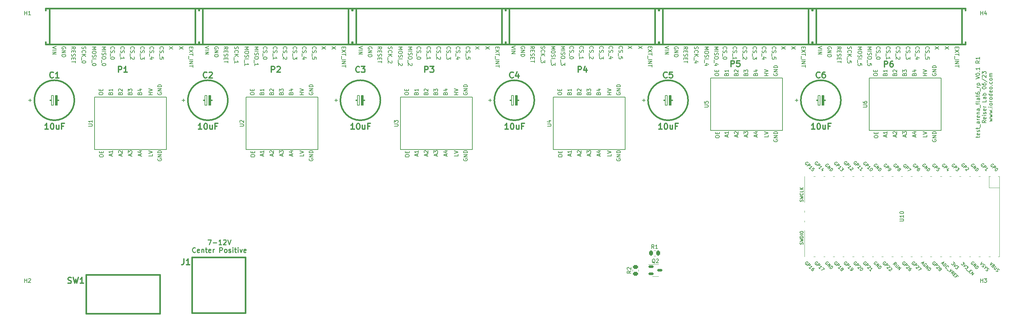
<source format=gto>
%TF.GenerationSoftware,KiCad,Pcbnew,7.0.5*%
%TF.CreationDate,2023-06-20T08:55:58-04:00*%
%TF.ProjectId,arena,6172656e-612e-46b6-9963-61645f706362,rev?*%
%TF.SameCoordinates,Original*%
%TF.FileFunction,Legend,Top*%
%TF.FilePolarity,Positive*%
%FSLAX46Y46*%
G04 Gerber Fmt 4.6, Leading zero omitted, Abs format (unit mm)*
G04 Created by KiCad (PCBNEW 7.0.5) date 2023-06-20 08:55:58*
%MOMM*%
%LPD*%
G01*
G04 APERTURE LIST*
G04 Aperture macros list*
%AMRoundRect*
0 Rectangle with rounded corners*
0 $1 Rounding radius*
0 $2 $3 $4 $5 $6 $7 $8 $9 X,Y pos of 4 corners*
0 Add a 4 corners polygon primitive as box body*
4,1,4,$2,$3,$4,$5,$6,$7,$8,$9,$2,$3,0*
0 Add four circle primitives for the rounded corners*
1,1,$1+$1,$2,$3*
1,1,$1+$1,$4,$5*
1,1,$1+$1,$6,$7*
1,1,$1+$1,$8,$9*
0 Add four rect primitives between the rounded corners*
20,1,$1+$1,$2,$3,$4,$5,0*
20,1,$1+$1,$4,$5,$6,$7,0*
20,1,$1+$1,$6,$7,$8,$9,0*
20,1,$1+$1,$8,$9,$2,$3,0*%
G04 Aperture macros list end*
%ADD10C,0.254000*%
%ADD11C,0.203200*%
%ADD12C,0.150000*%
%ADD13C,0.304800*%
%ADD14C,0.152400*%
%ADD15C,0.300000*%
%ADD16C,0.381000*%
%ADD17C,0.200000*%
%ADD18C,0.120000*%
%ADD19C,2.540000*%
%ADD20R,1.600000X1.600000*%
%ADD21C,1.600000*%
%ADD22C,1.778000*%
%ADD23C,3.556000*%
%ADD24C,1.930400*%
%ADD25C,4.064000*%
%ADD26C,5.600000*%
%ADD27RoundRect,0.150000X-0.512500X-0.150000X0.512500X-0.150000X0.512500X0.150000X-0.512500X0.150000X0*%
%ADD28RoundRect,0.250000X0.450000X-0.262500X0.450000X0.262500X-0.450000X0.262500X-0.450000X-0.262500X0*%
%ADD29RoundRect,0.250000X-0.262500X-0.450000X0.262500X-0.450000X0.262500X0.450000X-0.262500X0.450000X0*%
%ADD30O,1.800000X1.800000*%
%ADD31O,1.500000X1.500000*%
%ADD32O,1.700000X1.700000*%
%ADD33R,1.700000X3.500000*%
%ADD34R,1.700000X1.700000*%
%ADD35R,3.500000X1.700000*%
G04 APERTURE END LIST*
D10*
X92136666Y-110481968D02*
X92983333Y-110481968D01*
X92983333Y-110481968D02*
X92439047Y-111751968D01*
X93467142Y-111268158D02*
X94434762Y-111268158D01*
X95704762Y-111751968D02*
X94979047Y-111751968D01*
X95341904Y-111751968D02*
X95341904Y-110481968D01*
X95341904Y-110481968D02*
X95220952Y-110663396D01*
X95220952Y-110663396D02*
X95100000Y-110784349D01*
X95100000Y-110784349D02*
X94979047Y-110844825D01*
X96188571Y-110602920D02*
X96249047Y-110542444D01*
X96249047Y-110542444D02*
X96370000Y-110481968D01*
X96370000Y-110481968D02*
X96672381Y-110481968D01*
X96672381Y-110481968D02*
X96793333Y-110542444D01*
X96793333Y-110542444D02*
X96853809Y-110602920D01*
X96853809Y-110602920D02*
X96914286Y-110723872D01*
X96914286Y-110723872D02*
X96914286Y-110844825D01*
X96914286Y-110844825D02*
X96853809Y-111026253D01*
X96853809Y-111026253D02*
X96128095Y-111751968D01*
X96128095Y-111751968D02*
X96914286Y-111751968D01*
X97277143Y-110481968D02*
X97700476Y-111751968D01*
X97700476Y-111751968D02*
X98123810Y-110481968D01*
X88870953Y-113675715D02*
X88810477Y-113736192D01*
X88810477Y-113736192D02*
X88629048Y-113796668D01*
X88629048Y-113796668D02*
X88508096Y-113796668D01*
X88508096Y-113796668D02*
X88326667Y-113736192D01*
X88326667Y-113736192D02*
X88205715Y-113615239D01*
X88205715Y-113615239D02*
X88145238Y-113494287D01*
X88145238Y-113494287D02*
X88084762Y-113252382D01*
X88084762Y-113252382D02*
X88084762Y-113070953D01*
X88084762Y-113070953D02*
X88145238Y-112829049D01*
X88145238Y-112829049D02*
X88205715Y-112708096D01*
X88205715Y-112708096D02*
X88326667Y-112587144D01*
X88326667Y-112587144D02*
X88508096Y-112526668D01*
X88508096Y-112526668D02*
X88629048Y-112526668D01*
X88629048Y-112526668D02*
X88810477Y-112587144D01*
X88810477Y-112587144D02*
X88870953Y-112647620D01*
X89899048Y-113736192D02*
X89778096Y-113796668D01*
X89778096Y-113796668D02*
X89536191Y-113796668D01*
X89536191Y-113796668D02*
X89415238Y-113736192D01*
X89415238Y-113736192D02*
X89354762Y-113615239D01*
X89354762Y-113615239D02*
X89354762Y-113131430D01*
X89354762Y-113131430D02*
X89415238Y-113010477D01*
X89415238Y-113010477D02*
X89536191Y-112950001D01*
X89536191Y-112950001D02*
X89778096Y-112950001D01*
X89778096Y-112950001D02*
X89899048Y-113010477D01*
X89899048Y-113010477D02*
X89959524Y-113131430D01*
X89959524Y-113131430D02*
X89959524Y-113252382D01*
X89959524Y-113252382D02*
X89354762Y-113373334D01*
X90503809Y-112950001D02*
X90503809Y-113796668D01*
X90503809Y-113070953D02*
X90564286Y-113010477D01*
X90564286Y-113010477D02*
X90685238Y-112950001D01*
X90685238Y-112950001D02*
X90866667Y-112950001D01*
X90866667Y-112950001D02*
X90987619Y-113010477D01*
X90987619Y-113010477D02*
X91048095Y-113131430D01*
X91048095Y-113131430D02*
X91048095Y-113796668D01*
X91471429Y-112950001D02*
X91955238Y-112950001D01*
X91652857Y-112526668D02*
X91652857Y-113615239D01*
X91652857Y-113615239D02*
X91713334Y-113736192D01*
X91713334Y-113736192D02*
X91834286Y-113796668D01*
X91834286Y-113796668D02*
X91955238Y-113796668D01*
X92862381Y-113736192D02*
X92741429Y-113796668D01*
X92741429Y-113796668D02*
X92499524Y-113796668D01*
X92499524Y-113796668D02*
X92378571Y-113736192D01*
X92378571Y-113736192D02*
X92318095Y-113615239D01*
X92318095Y-113615239D02*
X92318095Y-113131430D01*
X92318095Y-113131430D02*
X92378571Y-113010477D01*
X92378571Y-113010477D02*
X92499524Y-112950001D01*
X92499524Y-112950001D02*
X92741429Y-112950001D01*
X92741429Y-112950001D02*
X92862381Y-113010477D01*
X92862381Y-113010477D02*
X92922857Y-113131430D01*
X92922857Y-113131430D02*
X92922857Y-113252382D01*
X92922857Y-113252382D02*
X92318095Y-113373334D01*
X93467142Y-113796668D02*
X93467142Y-112950001D01*
X93467142Y-113191906D02*
X93527619Y-113070953D01*
X93527619Y-113070953D02*
X93588095Y-113010477D01*
X93588095Y-113010477D02*
X93709047Y-112950001D01*
X93709047Y-112950001D02*
X93830000Y-112950001D01*
X95220951Y-113796668D02*
X95220951Y-112526668D01*
X95220951Y-112526668D02*
X95704761Y-112526668D01*
X95704761Y-112526668D02*
X95825713Y-112587144D01*
X95825713Y-112587144D02*
X95886190Y-112647620D01*
X95886190Y-112647620D02*
X95946666Y-112768572D01*
X95946666Y-112768572D02*
X95946666Y-112950001D01*
X95946666Y-112950001D02*
X95886190Y-113070953D01*
X95886190Y-113070953D02*
X95825713Y-113131430D01*
X95825713Y-113131430D02*
X95704761Y-113191906D01*
X95704761Y-113191906D02*
X95220951Y-113191906D01*
X96672380Y-113796668D02*
X96551428Y-113736192D01*
X96551428Y-113736192D02*
X96490951Y-113675715D01*
X96490951Y-113675715D02*
X96430475Y-113554763D01*
X96430475Y-113554763D02*
X96430475Y-113191906D01*
X96430475Y-113191906D02*
X96490951Y-113070953D01*
X96490951Y-113070953D02*
X96551428Y-113010477D01*
X96551428Y-113010477D02*
X96672380Y-112950001D01*
X96672380Y-112950001D02*
X96853809Y-112950001D01*
X96853809Y-112950001D02*
X96974761Y-113010477D01*
X96974761Y-113010477D02*
X97035237Y-113070953D01*
X97035237Y-113070953D02*
X97095713Y-113191906D01*
X97095713Y-113191906D02*
X97095713Y-113554763D01*
X97095713Y-113554763D02*
X97035237Y-113675715D01*
X97035237Y-113675715D02*
X96974761Y-113736192D01*
X96974761Y-113736192D02*
X96853809Y-113796668D01*
X96853809Y-113796668D02*
X96672380Y-113796668D01*
X97579523Y-113736192D02*
X97700476Y-113796668D01*
X97700476Y-113796668D02*
X97942380Y-113796668D01*
X97942380Y-113796668D02*
X98063333Y-113736192D01*
X98063333Y-113736192D02*
X98123809Y-113615239D01*
X98123809Y-113615239D02*
X98123809Y-113554763D01*
X98123809Y-113554763D02*
X98063333Y-113433811D01*
X98063333Y-113433811D02*
X97942380Y-113373334D01*
X97942380Y-113373334D02*
X97760952Y-113373334D01*
X97760952Y-113373334D02*
X97639999Y-113312858D01*
X97639999Y-113312858D02*
X97579523Y-113191906D01*
X97579523Y-113191906D02*
X97579523Y-113131430D01*
X97579523Y-113131430D02*
X97639999Y-113010477D01*
X97639999Y-113010477D02*
X97760952Y-112950001D01*
X97760952Y-112950001D02*
X97942380Y-112950001D01*
X97942380Y-112950001D02*
X98063333Y-113010477D01*
X98668094Y-113796668D02*
X98668094Y-112950001D01*
X98668094Y-112526668D02*
X98607618Y-112587144D01*
X98607618Y-112587144D02*
X98668094Y-112647620D01*
X98668094Y-112647620D02*
X98728571Y-112587144D01*
X98728571Y-112587144D02*
X98668094Y-112526668D01*
X98668094Y-112526668D02*
X98668094Y-112647620D01*
X99091428Y-112950001D02*
X99575237Y-112950001D01*
X99272856Y-112526668D02*
X99272856Y-113615239D01*
X99272856Y-113615239D02*
X99333333Y-113736192D01*
X99333333Y-113736192D02*
X99454285Y-113796668D01*
X99454285Y-113796668D02*
X99575237Y-113796668D01*
X99998570Y-113796668D02*
X99998570Y-112950001D01*
X99998570Y-112526668D02*
X99938094Y-112587144D01*
X99938094Y-112587144D02*
X99998570Y-112647620D01*
X99998570Y-112647620D02*
X100059047Y-112587144D01*
X100059047Y-112587144D02*
X99998570Y-112526668D01*
X99998570Y-112526668D02*
X99998570Y-112647620D01*
X100482380Y-112950001D02*
X100784761Y-113796668D01*
X100784761Y-113796668D02*
X101087142Y-112950001D01*
X102054761Y-113736192D02*
X101933809Y-113796668D01*
X101933809Y-113796668D02*
X101691904Y-113796668D01*
X101691904Y-113796668D02*
X101570951Y-113736192D01*
X101570951Y-113736192D02*
X101510475Y-113615239D01*
X101510475Y-113615239D02*
X101510475Y-113131430D01*
X101510475Y-113131430D02*
X101570951Y-113010477D01*
X101570951Y-113010477D02*
X101691904Y-112950001D01*
X101691904Y-112950001D02*
X101933809Y-112950001D01*
X101933809Y-112950001D02*
X102054761Y-113010477D01*
X102054761Y-113010477D02*
X102115237Y-113131430D01*
X102115237Y-113131430D02*
X102115237Y-113252382D01*
X102115237Y-113252382D02*
X101510475Y-113373334D01*
D11*
X293346360Y-83795426D02*
X293346360Y-83408378D01*
X293007693Y-83650283D02*
X293878551Y-83650283D01*
X293878551Y-83650283D02*
X293975313Y-83601902D01*
X293975313Y-83601902D02*
X294023693Y-83505140D01*
X294023693Y-83505140D02*
X294023693Y-83408378D01*
X293975313Y-82682664D02*
X294023693Y-82779426D01*
X294023693Y-82779426D02*
X294023693Y-82972950D01*
X294023693Y-82972950D02*
X293975313Y-83069712D01*
X293975313Y-83069712D02*
X293878551Y-83118093D01*
X293878551Y-83118093D02*
X293491503Y-83118093D01*
X293491503Y-83118093D02*
X293394741Y-83069712D01*
X293394741Y-83069712D02*
X293346360Y-82972950D01*
X293346360Y-82972950D02*
X293346360Y-82779426D01*
X293346360Y-82779426D02*
X293394741Y-82682664D01*
X293394741Y-82682664D02*
X293491503Y-82634283D01*
X293491503Y-82634283D02*
X293588265Y-82634283D01*
X293588265Y-82634283D02*
X293685027Y-83118093D01*
X293975313Y-82247236D02*
X294023693Y-82150474D01*
X294023693Y-82150474D02*
X294023693Y-81956950D01*
X294023693Y-81956950D02*
X293975313Y-81860188D01*
X293975313Y-81860188D02*
X293878551Y-81811807D01*
X293878551Y-81811807D02*
X293830170Y-81811807D01*
X293830170Y-81811807D02*
X293733408Y-81860188D01*
X293733408Y-81860188D02*
X293685027Y-81956950D01*
X293685027Y-81956950D02*
X293685027Y-82102093D01*
X293685027Y-82102093D02*
X293636646Y-82198855D01*
X293636646Y-82198855D02*
X293539884Y-82247236D01*
X293539884Y-82247236D02*
X293491503Y-82247236D01*
X293491503Y-82247236D02*
X293394741Y-82198855D01*
X293394741Y-82198855D02*
X293346360Y-82102093D01*
X293346360Y-82102093D02*
X293346360Y-81956950D01*
X293346360Y-81956950D02*
X293394741Y-81860188D01*
X293346360Y-81521522D02*
X293346360Y-81134474D01*
X293007693Y-81376379D02*
X293878551Y-81376379D01*
X293878551Y-81376379D02*
X293975313Y-81327998D01*
X293975313Y-81327998D02*
X294023693Y-81231236D01*
X294023693Y-81231236D02*
X294023693Y-81134474D01*
X294120455Y-81037713D02*
X294120455Y-80263617D01*
X294023693Y-79586284D02*
X293491503Y-79586284D01*
X293491503Y-79586284D02*
X293394741Y-79634665D01*
X293394741Y-79634665D02*
X293346360Y-79731427D01*
X293346360Y-79731427D02*
X293346360Y-79924951D01*
X293346360Y-79924951D02*
X293394741Y-80021713D01*
X293975313Y-79586284D02*
X294023693Y-79683046D01*
X294023693Y-79683046D02*
X294023693Y-79924951D01*
X294023693Y-79924951D02*
X293975313Y-80021713D01*
X293975313Y-80021713D02*
X293878551Y-80070094D01*
X293878551Y-80070094D02*
X293781789Y-80070094D01*
X293781789Y-80070094D02*
X293685027Y-80021713D01*
X293685027Y-80021713D02*
X293636646Y-79924951D01*
X293636646Y-79924951D02*
X293636646Y-79683046D01*
X293636646Y-79683046D02*
X293588265Y-79586284D01*
X294023693Y-79102475D02*
X293346360Y-79102475D01*
X293539884Y-79102475D02*
X293443122Y-79054094D01*
X293443122Y-79054094D02*
X293394741Y-79005713D01*
X293394741Y-79005713D02*
X293346360Y-78908951D01*
X293346360Y-78908951D02*
X293346360Y-78812189D01*
X293975313Y-78086475D02*
X294023693Y-78183237D01*
X294023693Y-78183237D02*
X294023693Y-78376761D01*
X294023693Y-78376761D02*
X293975313Y-78473523D01*
X293975313Y-78473523D02*
X293878551Y-78521904D01*
X293878551Y-78521904D02*
X293491503Y-78521904D01*
X293491503Y-78521904D02*
X293394741Y-78473523D01*
X293394741Y-78473523D02*
X293346360Y-78376761D01*
X293346360Y-78376761D02*
X293346360Y-78183237D01*
X293346360Y-78183237D02*
X293394741Y-78086475D01*
X293394741Y-78086475D02*
X293491503Y-78038094D01*
X293491503Y-78038094D02*
X293588265Y-78038094D01*
X293588265Y-78038094D02*
X293685027Y-78521904D01*
X293346360Y-77602666D02*
X294023693Y-77602666D01*
X293443122Y-77602666D02*
X293394741Y-77554285D01*
X293394741Y-77554285D02*
X293346360Y-77457523D01*
X293346360Y-77457523D02*
X293346360Y-77312380D01*
X293346360Y-77312380D02*
X293394741Y-77215618D01*
X293394741Y-77215618D02*
X293491503Y-77167237D01*
X293491503Y-77167237D02*
X294023693Y-77167237D01*
X294023693Y-76247999D02*
X293491503Y-76247999D01*
X293491503Y-76247999D02*
X293394741Y-76296380D01*
X293394741Y-76296380D02*
X293346360Y-76393142D01*
X293346360Y-76393142D02*
X293346360Y-76586666D01*
X293346360Y-76586666D02*
X293394741Y-76683428D01*
X293975313Y-76247999D02*
X294023693Y-76344761D01*
X294023693Y-76344761D02*
X294023693Y-76586666D01*
X294023693Y-76586666D02*
X293975313Y-76683428D01*
X293975313Y-76683428D02*
X293878551Y-76731809D01*
X293878551Y-76731809D02*
X293781789Y-76731809D01*
X293781789Y-76731809D02*
X293685027Y-76683428D01*
X293685027Y-76683428D02*
X293636646Y-76586666D01*
X293636646Y-76586666D02*
X293636646Y-76344761D01*
X293636646Y-76344761D02*
X293588265Y-76247999D01*
X294120455Y-76006095D02*
X294120455Y-75231999D01*
X293346360Y-75135238D02*
X293346360Y-74748190D01*
X294023693Y-74990095D02*
X293152836Y-74990095D01*
X293152836Y-74990095D02*
X293056074Y-74941714D01*
X293056074Y-74941714D02*
X293007693Y-74844952D01*
X293007693Y-74844952D02*
X293007693Y-74748190D01*
X294023693Y-74264381D02*
X293975313Y-74361143D01*
X293975313Y-74361143D02*
X293878551Y-74409524D01*
X293878551Y-74409524D02*
X293007693Y-74409524D01*
X294023693Y-73441905D02*
X293491503Y-73441905D01*
X293491503Y-73441905D02*
X293394741Y-73490286D01*
X293394741Y-73490286D02*
X293346360Y-73587048D01*
X293346360Y-73587048D02*
X293346360Y-73780572D01*
X293346360Y-73780572D02*
X293394741Y-73877334D01*
X293975313Y-73441905D02*
X294023693Y-73538667D01*
X294023693Y-73538667D02*
X294023693Y-73780572D01*
X294023693Y-73780572D02*
X293975313Y-73877334D01*
X293975313Y-73877334D02*
X293878551Y-73925715D01*
X293878551Y-73925715D02*
X293781789Y-73925715D01*
X293781789Y-73925715D02*
X293685027Y-73877334D01*
X293685027Y-73877334D02*
X293636646Y-73780572D01*
X293636646Y-73780572D02*
X293636646Y-73538667D01*
X293636646Y-73538667D02*
X293588265Y-73441905D01*
X293346360Y-73103239D02*
X293346360Y-72716191D01*
X293007693Y-72958096D02*
X293878551Y-72958096D01*
X293878551Y-72958096D02*
X293975313Y-72909715D01*
X293975313Y-72909715D02*
X294023693Y-72812953D01*
X294023693Y-72812953D02*
X294023693Y-72716191D01*
X293007693Y-71942096D02*
X293007693Y-72135620D01*
X293007693Y-72135620D02*
X293056074Y-72232382D01*
X293056074Y-72232382D02*
X293104455Y-72280763D01*
X293104455Y-72280763D02*
X293249598Y-72377525D01*
X293249598Y-72377525D02*
X293443122Y-72425906D01*
X293443122Y-72425906D02*
X293830170Y-72425906D01*
X293830170Y-72425906D02*
X293926932Y-72377525D01*
X293926932Y-72377525D02*
X293975313Y-72329144D01*
X293975313Y-72329144D02*
X294023693Y-72232382D01*
X294023693Y-72232382D02*
X294023693Y-72038858D01*
X294023693Y-72038858D02*
X293975313Y-71942096D01*
X293975313Y-71942096D02*
X293926932Y-71893715D01*
X293926932Y-71893715D02*
X293830170Y-71845334D01*
X293830170Y-71845334D02*
X293588265Y-71845334D01*
X293588265Y-71845334D02*
X293491503Y-71893715D01*
X293491503Y-71893715D02*
X293443122Y-71942096D01*
X293443122Y-71942096D02*
X293394741Y-72038858D01*
X293394741Y-72038858D02*
X293394741Y-72232382D01*
X293394741Y-72232382D02*
X293443122Y-72329144D01*
X293443122Y-72329144D02*
X293491503Y-72377525D01*
X293491503Y-72377525D02*
X293588265Y-72425906D01*
X294120455Y-71651811D02*
X294120455Y-70877715D01*
X294023693Y-70635811D02*
X293346360Y-70635811D01*
X293539884Y-70635811D02*
X293443122Y-70587430D01*
X293443122Y-70587430D02*
X293394741Y-70539049D01*
X293394741Y-70539049D02*
X293346360Y-70442287D01*
X293346360Y-70442287D02*
X293346360Y-70345525D01*
X293346360Y-70006859D02*
X294362360Y-70006859D01*
X293394741Y-70006859D02*
X293346360Y-69910097D01*
X293346360Y-69910097D02*
X293346360Y-69716573D01*
X293346360Y-69716573D02*
X293394741Y-69619811D01*
X293394741Y-69619811D02*
X293443122Y-69571430D01*
X293443122Y-69571430D02*
X293539884Y-69523049D01*
X293539884Y-69523049D02*
X293830170Y-69523049D01*
X293830170Y-69523049D02*
X293926932Y-69571430D01*
X293926932Y-69571430D02*
X293975313Y-69619811D01*
X293975313Y-69619811D02*
X294023693Y-69716573D01*
X294023693Y-69716573D02*
X294023693Y-69910097D01*
X294023693Y-69910097D02*
X293975313Y-70006859D01*
X293007693Y-68458669D02*
X294023693Y-68120002D01*
X294023693Y-68120002D02*
X293007693Y-67781335D01*
X293007693Y-67249145D02*
X293007693Y-67152383D01*
X293007693Y-67152383D02*
X293056074Y-67055621D01*
X293056074Y-67055621D02*
X293104455Y-67007240D01*
X293104455Y-67007240D02*
X293201217Y-66958859D01*
X293201217Y-66958859D02*
X293394741Y-66910478D01*
X293394741Y-66910478D02*
X293636646Y-66910478D01*
X293636646Y-66910478D02*
X293830170Y-66958859D01*
X293830170Y-66958859D02*
X293926932Y-67007240D01*
X293926932Y-67007240D02*
X293975313Y-67055621D01*
X293975313Y-67055621D02*
X294023693Y-67152383D01*
X294023693Y-67152383D02*
X294023693Y-67249145D01*
X294023693Y-67249145D02*
X293975313Y-67345907D01*
X293975313Y-67345907D02*
X293926932Y-67394288D01*
X293926932Y-67394288D02*
X293830170Y-67442669D01*
X293830170Y-67442669D02*
X293636646Y-67491050D01*
X293636646Y-67491050D02*
X293394741Y-67491050D01*
X293394741Y-67491050D02*
X293201217Y-67442669D01*
X293201217Y-67442669D02*
X293104455Y-67394288D01*
X293104455Y-67394288D02*
X293056074Y-67345907D01*
X293056074Y-67345907D02*
X293007693Y-67249145D01*
X293926932Y-66475050D02*
X293975313Y-66426669D01*
X293975313Y-66426669D02*
X294023693Y-66475050D01*
X294023693Y-66475050D02*
X293975313Y-66523431D01*
X293975313Y-66523431D02*
X293926932Y-66475050D01*
X293926932Y-66475050D02*
X294023693Y-66475050D01*
X294023693Y-65459049D02*
X294023693Y-66039621D01*
X294023693Y-65749335D02*
X293007693Y-65749335D01*
X293007693Y-65749335D02*
X293152836Y-65846097D01*
X293152836Y-65846097D02*
X293249598Y-65942859D01*
X293249598Y-65942859D02*
X293297979Y-66039621D01*
X294023693Y-63668954D02*
X293539884Y-64007621D01*
X294023693Y-64249526D02*
X293007693Y-64249526D01*
X293007693Y-64249526D02*
X293007693Y-63862478D01*
X293007693Y-63862478D02*
X293056074Y-63765716D01*
X293056074Y-63765716D02*
X293104455Y-63717335D01*
X293104455Y-63717335D02*
X293201217Y-63668954D01*
X293201217Y-63668954D02*
X293346360Y-63668954D01*
X293346360Y-63668954D02*
X293443122Y-63717335D01*
X293443122Y-63717335D02*
X293491503Y-63765716D01*
X293491503Y-63765716D02*
X293539884Y-63862478D01*
X293539884Y-63862478D02*
X293539884Y-64249526D01*
X294023693Y-62701335D02*
X294023693Y-63281907D01*
X294023693Y-62991621D02*
X293007693Y-62991621D01*
X293007693Y-62991621D02*
X293152836Y-63088383D01*
X293152836Y-63088383D02*
X293249598Y-63185145D01*
X293249598Y-63185145D02*
X293297979Y-63281907D01*
X295659453Y-79295998D02*
X295175644Y-79634665D01*
X295659453Y-79876570D02*
X294643453Y-79876570D01*
X294643453Y-79876570D02*
X294643453Y-79489522D01*
X294643453Y-79489522D02*
X294691834Y-79392760D01*
X294691834Y-79392760D02*
X294740215Y-79344379D01*
X294740215Y-79344379D02*
X294836977Y-79295998D01*
X294836977Y-79295998D02*
X294982120Y-79295998D01*
X294982120Y-79295998D02*
X295078882Y-79344379D01*
X295078882Y-79344379D02*
X295127263Y-79392760D01*
X295127263Y-79392760D02*
X295175644Y-79489522D01*
X295175644Y-79489522D02*
X295175644Y-79876570D01*
X295611073Y-78473522D02*
X295659453Y-78570284D01*
X295659453Y-78570284D02*
X295659453Y-78763808D01*
X295659453Y-78763808D02*
X295611073Y-78860570D01*
X295611073Y-78860570D02*
X295514311Y-78908951D01*
X295514311Y-78908951D02*
X295127263Y-78908951D01*
X295127263Y-78908951D02*
X295030501Y-78860570D01*
X295030501Y-78860570D02*
X294982120Y-78763808D01*
X294982120Y-78763808D02*
X294982120Y-78570284D01*
X294982120Y-78570284D02*
X295030501Y-78473522D01*
X295030501Y-78473522D02*
X295127263Y-78425141D01*
X295127263Y-78425141D02*
X295224025Y-78425141D01*
X295224025Y-78425141D02*
X295320787Y-78908951D01*
X295659453Y-77989713D02*
X294982120Y-77989713D01*
X294643453Y-77989713D02*
X294691834Y-78038094D01*
X294691834Y-78038094D02*
X294740215Y-77989713D01*
X294740215Y-77989713D02*
X294691834Y-77941332D01*
X294691834Y-77941332D02*
X294643453Y-77989713D01*
X294643453Y-77989713D02*
X294740215Y-77989713D01*
X295611073Y-77554284D02*
X295659453Y-77457522D01*
X295659453Y-77457522D02*
X295659453Y-77263998D01*
X295659453Y-77263998D02*
X295611073Y-77167236D01*
X295611073Y-77167236D02*
X295514311Y-77118855D01*
X295514311Y-77118855D02*
X295465930Y-77118855D01*
X295465930Y-77118855D02*
X295369168Y-77167236D01*
X295369168Y-77167236D02*
X295320787Y-77263998D01*
X295320787Y-77263998D02*
X295320787Y-77409141D01*
X295320787Y-77409141D02*
X295272406Y-77505903D01*
X295272406Y-77505903D02*
X295175644Y-77554284D01*
X295175644Y-77554284D02*
X295127263Y-77554284D01*
X295127263Y-77554284D02*
X295030501Y-77505903D01*
X295030501Y-77505903D02*
X294982120Y-77409141D01*
X294982120Y-77409141D02*
X294982120Y-77263998D01*
X294982120Y-77263998D02*
X295030501Y-77167236D01*
X295611073Y-76296379D02*
X295659453Y-76393141D01*
X295659453Y-76393141D02*
X295659453Y-76586665D01*
X295659453Y-76586665D02*
X295611073Y-76683427D01*
X295611073Y-76683427D02*
X295514311Y-76731808D01*
X295514311Y-76731808D02*
X295127263Y-76731808D01*
X295127263Y-76731808D02*
X295030501Y-76683427D01*
X295030501Y-76683427D02*
X294982120Y-76586665D01*
X294982120Y-76586665D02*
X294982120Y-76393141D01*
X294982120Y-76393141D02*
X295030501Y-76296379D01*
X295030501Y-76296379D02*
X295127263Y-76247998D01*
X295127263Y-76247998D02*
X295224025Y-76247998D01*
X295224025Y-76247998D02*
X295320787Y-76731808D01*
X295659453Y-75812570D02*
X294982120Y-75812570D01*
X295175644Y-75812570D02*
X295078882Y-75764189D01*
X295078882Y-75764189D02*
X295030501Y-75715808D01*
X295030501Y-75715808D02*
X294982120Y-75619046D01*
X294982120Y-75619046D02*
X294982120Y-75522284D01*
X295659453Y-73925713D02*
X295659453Y-74409523D01*
X295659453Y-74409523D02*
X294643453Y-74409523D01*
X295659453Y-73151618D02*
X295127263Y-73151618D01*
X295127263Y-73151618D02*
X295030501Y-73199999D01*
X295030501Y-73199999D02*
X294982120Y-73296761D01*
X294982120Y-73296761D02*
X294982120Y-73490285D01*
X294982120Y-73490285D02*
X295030501Y-73587047D01*
X295611073Y-73151618D02*
X295659453Y-73248380D01*
X295659453Y-73248380D02*
X295659453Y-73490285D01*
X295659453Y-73490285D02*
X295611073Y-73587047D01*
X295611073Y-73587047D02*
X295514311Y-73635428D01*
X295514311Y-73635428D02*
X295417549Y-73635428D01*
X295417549Y-73635428D02*
X295320787Y-73587047D01*
X295320787Y-73587047D02*
X295272406Y-73490285D01*
X295272406Y-73490285D02*
X295272406Y-73248380D01*
X295272406Y-73248380D02*
X295224025Y-73151618D01*
X295659453Y-72667809D02*
X294643453Y-72667809D01*
X295030501Y-72667809D02*
X294982120Y-72571047D01*
X294982120Y-72571047D02*
X294982120Y-72377523D01*
X294982120Y-72377523D02*
X295030501Y-72280761D01*
X295030501Y-72280761D02*
X295078882Y-72232380D01*
X295078882Y-72232380D02*
X295175644Y-72183999D01*
X295175644Y-72183999D02*
X295465930Y-72183999D01*
X295465930Y-72183999D02*
X295562692Y-72232380D01*
X295562692Y-72232380D02*
X295611073Y-72280761D01*
X295611073Y-72280761D02*
X295659453Y-72377523D01*
X295659453Y-72377523D02*
X295659453Y-72571047D01*
X295659453Y-72571047D02*
X295611073Y-72667809D01*
X294643453Y-70780952D02*
X294643453Y-70684190D01*
X294643453Y-70684190D02*
X294691834Y-70587428D01*
X294691834Y-70587428D02*
X294740215Y-70539047D01*
X294740215Y-70539047D02*
X294836977Y-70490666D01*
X294836977Y-70490666D02*
X295030501Y-70442285D01*
X295030501Y-70442285D02*
X295272406Y-70442285D01*
X295272406Y-70442285D02*
X295465930Y-70490666D01*
X295465930Y-70490666D02*
X295562692Y-70539047D01*
X295562692Y-70539047D02*
X295611073Y-70587428D01*
X295611073Y-70587428D02*
X295659453Y-70684190D01*
X295659453Y-70684190D02*
X295659453Y-70780952D01*
X295659453Y-70780952D02*
X295611073Y-70877714D01*
X295611073Y-70877714D02*
X295562692Y-70926095D01*
X295562692Y-70926095D02*
X295465930Y-70974476D01*
X295465930Y-70974476D02*
X295272406Y-71022857D01*
X295272406Y-71022857D02*
X295030501Y-71022857D01*
X295030501Y-71022857D02*
X294836977Y-70974476D01*
X294836977Y-70974476D02*
X294740215Y-70926095D01*
X294740215Y-70926095D02*
X294691834Y-70877714D01*
X294691834Y-70877714D02*
X294643453Y-70780952D01*
X294643453Y-69571428D02*
X294643453Y-69764952D01*
X294643453Y-69764952D02*
X294691834Y-69861714D01*
X294691834Y-69861714D02*
X294740215Y-69910095D01*
X294740215Y-69910095D02*
X294885358Y-70006857D01*
X294885358Y-70006857D02*
X295078882Y-70055238D01*
X295078882Y-70055238D02*
X295465930Y-70055238D01*
X295465930Y-70055238D02*
X295562692Y-70006857D01*
X295562692Y-70006857D02*
X295611073Y-69958476D01*
X295611073Y-69958476D02*
X295659453Y-69861714D01*
X295659453Y-69861714D02*
X295659453Y-69668190D01*
X295659453Y-69668190D02*
X295611073Y-69571428D01*
X295611073Y-69571428D02*
X295562692Y-69523047D01*
X295562692Y-69523047D02*
X295465930Y-69474666D01*
X295465930Y-69474666D02*
X295224025Y-69474666D01*
X295224025Y-69474666D02*
X295127263Y-69523047D01*
X295127263Y-69523047D02*
X295078882Y-69571428D01*
X295078882Y-69571428D02*
X295030501Y-69668190D01*
X295030501Y-69668190D02*
X295030501Y-69861714D01*
X295030501Y-69861714D02*
X295078882Y-69958476D01*
X295078882Y-69958476D02*
X295127263Y-70006857D01*
X295127263Y-70006857D02*
X295224025Y-70055238D01*
X294595073Y-68313523D02*
X295901358Y-69184381D01*
X294740215Y-68023238D02*
X294691834Y-67974857D01*
X294691834Y-67974857D02*
X294643453Y-67878095D01*
X294643453Y-67878095D02*
X294643453Y-67636190D01*
X294643453Y-67636190D02*
X294691834Y-67539428D01*
X294691834Y-67539428D02*
X294740215Y-67491047D01*
X294740215Y-67491047D02*
X294836977Y-67442666D01*
X294836977Y-67442666D02*
X294933739Y-67442666D01*
X294933739Y-67442666D02*
X295078882Y-67491047D01*
X295078882Y-67491047D02*
X295659453Y-68071619D01*
X295659453Y-68071619D02*
X295659453Y-67442666D01*
X294643453Y-67104000D02*
X294643453Y-66475047D01*
X294643453Y-66475047D02*
X295030501Y-66813714D01*
X295030501Y-66813714D02*
X295030501Y-66668571D01*
X295030501Y-66668571D02*
X295078882Y-66571809D01*
X295078882Y-66571809D02*
X295127263Y-66523428D01*
X295127263Y-66523428D02*
X295224025Y-66475047D01*
X295224025Y-66475047D02*
X295465930Y-66475047D01*
X295465930Y-66475047D02*
X295562692Y-66523428D01*
X295562692Y-66523428D02*
X295611073Y-66571809D01*
X295611073Y-66571809D02*
X295659453Y-66668571D01*
X295659453Y-66668571D02*
X295659453Y-66958857D01*
X295659453Y-66958857D02*
X295611073Y-67055619D01*
X295611073Y-67055619D02*
X295562692Y-67104000D01*
X296617880Y-79537905D02*
X297295213Y-79344381D01*
X297295213Y-79344381D02*
X296811404Y-79150857D01*
X296811404Y-79150857D02*
X297295213Y-78957333D01*
X297295213Y-78957333D02*
X296617880Y-78763809D01*
X296617880Y-78473524D02*
X297295213Y-78280000D01*
X297295213Y-78280000D02*
X296811404Y-78086476D01*
X296811404Y-78086476D02*
X297295213Y-77892952D01*
X297295213Y-77892952D02*
X296617880Y-77699428D01*
X296617880Y-77409143D02*
X297295213Y-77215619D01*
X297295213Y-77215619D02*
X296811404Y-77022095D01*
X296811404Y-77022095D02*
X297295213Y-76828571D01*
X297295213Y-76828571D02*
X296617880Y-76635047D01*
X297198452Y-76248000D02*
X297246833Y-76199619D01*
X297246833Y-76199619D02*
X297295213Y-76248000D01*
X297295213Y-76248000D02*
X297246833Y-76296381D01*
X297246833Y-76296381D02*
X297198452Y-76248000D01*
X297198452Y-76248000D02*
X297295213Y-76248000D01*
X297295213Y-75764190D02*
X296617880Y-75764190D01*
X296279213Y-75764190D02*
X296327594Y-75812571D01*
X296327594Y-75812571D02*
X296375975Y-75764190D01*
X296375975Y-75764190D02*
X296327594Y-75715809D01*
X296327594Y-75715809D02*
X296279213Y-75764190D01*
X296279213Y-75764190D02*
X296375975Y-75764190D01*
X297295213Y-75135237D02*
X297246833Y-75231999D01*
X297246833Y-75231999D02*
X297198452Y-75280380D01*
X297198452Y-75280380D02*
X297101690Y-75328761D01*
X297101690Y-75328761D02*
X296811404Y-75328761D01*
X296811404Y-75328761D02*
X296714642Y-75280380D01*
X296714642Y-75280380D02*
X296666261Y-75231999D01*
X296666261Y-75231999D02*
X296617880Y-75135237D01*
X296617880Y-75135237D02*
X296617880Y-74990094D01*
X296617880Y-74990094D02*
X296666261Y-74893332D01*
X296666261Y-74893332D02*
X296714642Y-74844951D01*
X296714642Y-74844951D02*
X296811404Y-74796570D01*
X296811404Y-74796570D02*
X297101690Y-74796570D01*
X297101690Y-74796570D02*
X297198452Y-74844951D01*
X297198452Y-74844951D02*
X297246833Y-74893332D01*
X297246833Y-74893332D02*
X297295213Y-74990094D01*
X297295213Y-74990094D02*
X297295213Y-75135237D01*
X297295213Y-74361142D02*
X296617880Y-74361142D01*
X296811404Y-74361142D02*
X296714642Y-74312761D01*
X296714642Y-74312761D02*
X296666261Y-74264380D01*
X296666261Y-74264380D02*
X296617880Y-74167618D01*
X296617880Y-74167618D02*
X296617880Y-74070856D01*
X297295213Y-73587047D02*
X297246833Y-73683809D01*
X297246833Y-73683809D02*
X297198452Y-73732190D01*
X297198452Y-73732190D02*
X297101690Y-73780571D01*
X297101690Y-73780571D02*
X296811404Y-73780571D01*
X296811404Y-73780571D02*
X296714642Y-73732190D01*
X296714642Y-73732190D02*
X296666261Y-73683809D01*
X296666261Y-73683809D02*
X296617880Y-73587047D01*
X296617880Y-73587047D02*
X296617880Y-73441904D01*
X296617880Y-73441904D02*
X296666261Y-73345142D01*
X296666261Y-73345142D02*
X296714642Y-73296761D01*
X296714642Y-73296761D02*
X296811404Y-73248380D01*
X296811404Y-73248380D02*
X297101690Y-73248380D01*
X297101690Y-73248380D02*
X297198452Y-73296761D01*
X297198452Y-73296761D02*
X297246833Y-73345142D01*
X297246833Y-73345142D02*
X297295213Y-73441904D01*
X297295213Y-73441904D02*
X297295213Y-73587047D01*
X297295213Y-72377523D02*
X296279213Y-72377523D01*
X297246833Y-72377523D02*
X297295213Y-72474285D01*
X297295213Y-72474285D02*
X297295213Y-72667809D01*
X297295213Y-72667809D02*
X297246833Y-72764571D01*
X297246833Y-72764571D02*
X297198452Y-72812952D01*
X297198452Y-72812952D02*
X297101690Y-72861333D01*
X297101690Y-72861333D02*
X296811404Y-72861333D01*
X296811404Y-72861333D02*
X296714642Y-72812952D01*
X296714642Y-72812952D02*
X296666261Y-72764571D01*
X296666261Y-72764571D02*
X296617880Y-72667809D01*
X296617880Y-72667809D02*
X296617880Y-72474285D01*
X296617880Y-72474285D02*
X296666261Y-72377523D01*
X297246833Y-71506666D02*
X297295213Y-71603428D01*
X297295213Y-71603428D02*
X297295213Y-71796952D01*
X297295213Y-71796952D02*
X297246833Y-71893714D01*
X297246833Y-71893714D02*
X297150071Y-71942095D01*
X297150071Y-71942095D02*
X296763023Y-71942095D01*
X296763023Y-71942095D02*
X296666261Y-71893714D01*
X296666261Y-71893714D02*
X296617880Y-71796952D01*
X296617880Y-71796952D02*
X296617880Y-71603428D01*
X296617880Y-71603428D02*
X296666261Y-71506666D01*
X296666261Y-71506666D02*
X296763023Y-71458285D01*
X296763023Y-71458285D02*
X296859785Y-71458285D01*
X296859785Y-71458285D02*
X296956547Y-71942095D01*
X297295213Y-70877714D02*
X297246833Y-70974476D01*
X297246833Y-70974476D02*
X297198452Y-71022857D01*
X297198452Y-71022857D02*
X297101690Y-71071238D01*
X297101690Y-71071238D02*
X296811404Y-71071238D01*
X296811404Y-71071238D02*
X296714642Y-71022857D01*
X296714642Y-71022857D02*
X296666261Y-70974476D01*
X296666261Y-70974476D02*
X296617880Y-70877714D01*
X296617880Y-70877714D02*
X296617880Y-70732571D01*
X296617880Y-70732571D02*
X296666261Y-70635809D01*
X296666261Y-70635809D02*
X296714642Y-70587428D01*
X296714642Y-70587428D02*
X296811404Y-70539047D01*
X296811404Y-70539047D02*
X297101690Y-70539047D01*
X297101690Y-70539047D02*
X297198452Y-70587428D01*
X297198452Y-70587428D02*
X297246833Y-70635809D01*
X297246833Y-70635809D02*
X297295213Y-70732571D01*
X297295213Y-70732571D02*
X297295213Y-70877714D01*
X297198452Y-70103619D02*
X297246833Y-70055238D01*
X297246833Y-70055238D02*
X297295213Y-70103619D01*
X297295213Y-70103619D02*
X297246833Y-70152000D01*
X297246833Y-70152000D02*
X297198452Y-70103619D01*
X297198452Y-70103619D02*
X297295213Y-70103619D01*
X297246833Y-69184380D02*
X297295213Y-69281142D01*
X297295213Y-69281142D02*
X297295213Y-69474666D01*
X297295213Y-69474666D02*
X297246833Y-69571428D01*
X297246833Y-69571428D02*
X297198452Y-69619809D01*
X297198452Y-69619809D02*
X297101690Y-69668190D01*
X297101690Y-69668190D02*
X296811404Y-69668190D01*
X296811404Y-69668190D02*
X296714642Y-69619809D01*
X296714642Y-69619809D02*
X296666261Y-69571428D01*
X296666261Y-69571428D02*
X296617880Y-69474666D01*
X296617880Y-69474666D02*
X296617880Y-69281142D01*
X296617880Y-69281142D02*
X296666261Y-69184380D01*
X297295213Y-68603809D02*
X297246833Y-68700571D01*
X297246833Y-68700571D02*
X297198452Y-68748952D01*
X297198452Y-68748952D02*
X297101690Y-68797333D01*
X297101690Y-68797333D02*
X296811404Y-68797333D01*
X296811404Y-68797333D02*
X296714642Y-68748952D01*
X296714642Y-68748952D02*
X296666261Y-68700571D01*
X296666261Y-68700571D02*
X296617880Y-68603809D01*
X296617880Y-68603809D02*
X296617880Y-68458666D01*
X296617880Y-68458666D02*
X296666261Y-68361904D01*
X296666261Y-68361904D02*
X296714642Y-68313523D01*
X296714642Y-68313523D02*
X296811404Y-68265142D01*
X296811404Y-68265142D02*
X297101690Y-68265142D01*
X297101690Y-68265142D02*
X297198452Y-68313523D01*
X297198452Y-68313523D02*
X297246833Y-68361904D01*
X297246833Y-68361904D02*
X297295213Y-68458666D01*
X297295213Y-68458666D02*
X297295213Y-68603809D01*
X297295213Y-67829714D02*
X296617880Y-67829714D01*
X296714642Y-67829714D02*
X296666261Y-67781333D01*
X296666261Y-67781333D02*
X296617880Y-67684571D01*
X296617880Y-67684571D02*
X296617880Y-67539428D01*
X296617880Y-67539428D02*
X296666261Y-67442666D01*
X296666261Y-67442666D02*
X296763023Y-67394285D01*
X296763023Y-67394285D02*
X297295213Y-67394285D01*
X296763023Y-67394285D02*
X296666261Y-67345904D01*
X296666261Y-67345904D02*
X296617880Y-67249142D01*
X296617880Y-67249142D02*
X296617880Y-67103999D01*
X296617880Y-67103999D02*
X296666261Y-67007238D01*
X296666261Y-67007238D02*
X296763023Y-66958857D01*
X296763023Y-66958857D02*
X297295213Y-66958857D01*
D12*
X59277800Y-59989160D02*
X59230180Y-60132017D01*
X59230180Y-60132017D02*
X59230180Y-60370112D01*
X59230180Y-60370112D02*
X59277800Y-60465350D01*
X59277800Y-60465350D02*
X59325419Y-60512969D01*
X59325419Y-60512969D02*
X59420657Y-60560588D01*
X59420657Y-60560588D02*
X59515895Y-60560588D01*
X59515895Y-60560588D02*
X59611133Y-60512969D01*
X59611133Y-60512969D02*
X59658752Y-60465350D01*
X59658752Y-60465350D02*
X59706371Y-60370112D01*
X59706371Y-60370112D02*
X59753990Y-60179636D01*
X59753990Y-60179636D02*
X59801609Y-60084398D01*
X59801609Y-60084398D02*
X59849228Y-60036779D01*
X59849228Y-60036779D02*
X59944466Y-59989160D01*
X59944466Y-59989160D02*
X60039704Y-59989160D01*
X60039704Y-59989160D02*
X60134942Y-60036779D01*
X60134942Y-60036779D02*
X60182561Y-60084398D01*
X60182561Y-60084398D02*
X60230180Y-60179636D01*
X60230180Y-60179636D02*
X60230180Y-60417731D01*
X60230180Y-60417731D02*
X60182561Y-60560588D01*
X59325419Y-61560588D02*
X59277800Y-61512969D01*
X59277800Y-61512969D02*
X59230180Y-61370112D01*
X59230180Y-61370112D02*
X59230180Y-61274874D01*
X59230180Y-61274874D02*
X59277800Y-61132017D01*
X59277800Y-61132017D02*
X59373038Y-61036779D01*
X59373038Y-61036779D02*
X59468276Y-60989160D01*
X59468276Y-60989160D02*
X59658752Y-60941541D01*
X59658752Y-60941541D02*
X59801609Y-60941541D01*
X59801609Y-60941541D02*
X59992085Y-60989160D01*
X59992085Y-60989160D02*
X60087323Y-61036779D01*
X60087323Y-61036779D02*
X60182561Y-61132017D01*
X60182561Y-61132017D02*
X60230180Y-61274874D01*
X60230180Y-61274874D02*
X60230180Y-61370112D01*
X60230180Y-61370112D02*
X60182561Y-61512969D01*
X60182561Y-61512969D02*
X60134942Y-61560588D01*
X59230180Y-61989160D02*
X60230180Y-61989160D01*
X59230180Y-62560588D02*
X59801609Y-62132017D01*
X60230180Y-62560588D02*
X59658752Y-61989160D01*
X59134942Y-62751065D02*
X59134942Y-63512969D01*
X60230180Y-63941541D02*
X60230180Y-64036779D01*
X60230180Y-64036779D02*
X60182561Y-64132017D01*
X60182561Y-64132017D02*
X60134942Y-64179636D01*
X60134942Y-64179636D02*
X60039704Y-64227255D01*
X60039704Y-64227255D02*
X59849228Y-64274874D01*
X59849228Y-64274874D02*
X59611133Y-64274874D01*
X59611133Y-64274874D02*
X59420657Y-64227255D01*
X59420657Y-64227255D02*
X59325419Y-64179636D01*
X59325419Y-64179636D02*
X59277800Y-64132017D01*
X59277800Y-64132017D02*
X59230180Y-64036779D01*
X59230180Y-64036779D02*
X59230180Y-63941541D01*
X59230180Y-63941541D02*
X59277800Y-63846303D01*
X59277800Y-63846303D02*
X59325419Y-63798684D01*
X59325419Y-63798684D02*
X59420657Y-63751065D01*
X59420657Y-63751065D02*
X59611133Y-63703446D01*
X59611133Y-63703446D02*
X59849228Y-63703446D01*
X59849228Y-63703446D02*
X60039704Y-63751065D01*
X60039704Y-63751065D02*
X60134942Y-63798684D01*
X60134942Y-63798684D02*
X60182561Y-63846303D01*
X60182561Y-63846303D02*
X60230180Y-63941541D01*
X165780180Y-59941541D02*
X164780180Y-60608207D01*
X165780180Y-60608207D02*
X164780180Y-59941541D01*
X87803990Y-60036779D02*
X87803990Y-60370112D01*
X87280180Y-60512969D02*
X87280180Y-60036779D01*
X87280180Y-60036779D02*
X88280180Y-60036779D01*
X88280180Y-60036779D02*
X88280180Y-60512969D01*
X88280180Y-60846303D02*
X87280180Y-61512969D01*
X88280180Y-61512969D02*
X87280180Y-60846303D01*
X88280180Y-61751065D02*
X88280180Y-62322493D01*
X87280180Y-62036779D02*
X88280180Y-62036779D01*
X87184942Y-62417732D02*
X87184942Y-63179636D01*
X87280180Y-63417732D02*
X88280180Y-63417732D01*
X87280180Y-63893922D02*
X88280180Y-63893922D01*
X88280180Y-63893922D02*
X87280180Y-64465350D01*
X87280180Y-64465350D02*
X88280180Y-64465350D01*
X88280180Y-64798684D02*
X88280180Y-65370112D01*
X87280180Y-65084398D02*
X88280180Y-65084398D01*
X64480180Y-60036779D02*
X65480180Y-60036779D01*
X65480180Y-60036779D02*
X64765895Y-60370112D01*
X64765895Y-60370112D02*
X65480180Y-60703445D01*
X65480180Y-60703445D02*
X64480180Y-60703445D01*
X64480180Y-61179636D02*
X65480180Y-61179636D01*
X64527800Y-61608207D02*
X64480180Y-61751064D01*
X64480180Y-61751064D02*
X64480180Y-61989159D01*
X64480180Y-61989159D02*
X64527800Y-62084397D01*
X64527800Y-62084397D02*
X64575419Y-62132016D01*
X64575419Y-62132016D02*
X64670657Y-62179635D01*
X64670657Y-62179635D02*
X64765895Y-62179635D01*
X64765895Y-62179635D02*
X64861133Y-62132016D01*
X64861133Y-62132016D02*
X64908752Y-62084397D01*
X64908752Y-62084397D02*
X64956371Y-61989159D01*
X64956371Y-61989159D02*
X65003990Y-61798683D01*
X65003990Y-61798683D02*
X65051609Y-61703445D01*
X65051609Y-61703445D02*
X65099228Y-61655826D01*
X65099228Y-61655826D02*
X65194466Y-61608207D01*
X65194466Y-61608207D02*
X65289704Y-61608207D01*
X65289704Y-61608207D02*
X65384942Y-61655826D01*
X65384942Y-61655826D02*
X65432561Y-61703445D01*
X65432561Y-61703445D02*
X65480180Y-61798683D01*
X65480180Y-61798683D02*
X65480180Y-62036778D01*
X65480180Y-62036778D02*
X65432561Y-62179635D01*
X65480180Y-62798683D02*
X65480180Y-62989159D01*
X65480180Y-62989159D02*
X65432561Y-63084397D01*
X65432561Y-63084397D02*
X65337323Y-63179635D01*
X65337323Y-63179635D02*
X65146847Y-63227254D01*
X65146847Y-63227254D02*
X64813514Y-63227254D01*
X64813514Y-63227254D02*
X64623038Y-63179635D01*
X64623038Y-63179635D02*
X64527800Y-63084397D01*
X64527800Y-63084397D02*
X64480180Y-62989159D01*
X64480180Y-62989159D02*
X64480180Y-62798683D01*
X64480180Y-62798683D02*
X64527800Y-62703445D01*
X64527800Y-62703445D02*
X64623038Y-62608207D01*
X64623038Y-62608207D02*
X64813514Y-62560588D01*
X64813514Y-62560588D02*
X65146847Y-62560588D01*
X65146847Y-62560588D02*
X65337323Y-62608207D01*
X65337323Y-62608207D02*
X65432561Y-62703445D01*
X65432561Y-62703445D02*
X65480180Y-62798683D01*
X64384942Y-63417731D02*
X64384942Y-64179635D01*
X65480180Y-64608207D02*
X65480180Y-64703445D01*
X65480180Y-64703445D02*
X65432561Y-64798683D01*
X65432561Y-64798683D02*
X65384942Y-64846302D01*
X65384942Y-64846302D02*
X65289704Y-64893921D01*
X65289704Y-64893921D02*
X65099228Y-64941540D01*
X65099228Y-64941540D02*
X64861133Y-64941540D01*
X64861133Y-64941540D02*
X64670657Y-64893921D01*
X64670657Y-64893921D02*
X64575419Y-64846302D01*
X64575419Y-64846302D02*
X64527800Y-64798683D01*
X64527800Y-64798683D02*
X64480180Y-64703445D01*
X64480180Y-64703445D02*
X64480180Y-64608207D01*
X64480180Y-64608207D02*
X64527800Y-64512969D01*
X64527800Y-64512969D02*
X64575419Y-64465350D01*
X64575419Y-64465350D02*
X64670657Y-64417731D01*
X64670657Y-64417731D02*
X64861133Y-64370112D01*
X64861133Y-64370112D02*
X65099228Y-64370112D01*
X65099228Y-64370112D02*
X65289704Y-64417731D01*
X65289704Y-64417731D02*
X65384942Y-64465350D01*
X65384942Y-64465350D02*
X65432561Y-64512969D01*
X65432561Y-64512969D02*
X65480180Y-64608207D01*
X135032561Y-60560588D02*
X135080180Y-60465350D01*
X135080180Y-60465350D02*
X135080180Y-60322493D01*
X135080180Y-60322493D02*
X135032561Y-60179636D01*
X135032561Y-60179636D02*
X134937323Y-60084398D01*
X134937323Y-60084398D02*
X134842085Y-60036779D01*
X134842085Y-60036779D02*
X134651609Y-59989160D01*
X134651609Y-59989160D02*
X134508752Y-59989160D01*
X134508752Y-59989160D02*
X134318276Y-60036779D01*
X134318276Y-60036779D02*
X134223038Y-60084398D01*
X134223038Y-60084398D02*
X134127800Y-60179636D01*
X134127800Y-60179636D02*
X134080180Y-60322493D01*
X134080180Y-60322493D02*
X134080180Y-60417731D01*
X134080180Y-60417731D02*
X134127800Y-60560588D01*
X134127800Y-60560588D02*
X134175419Y-60608207D01*
X134175419Y-60608207D02*
X134508752Y-60608207D01*
X134508752Y-60608207D02*
X134508752Y-60417731D01*
X134080180Y-61036779D02*
X135080180Y-61036779D01*
X135080180Y-61036779D02*
X134080180Y-61608207D01*
X134080180Y-61608207D02*
X135080180Y-61608207D01*
X134080180Y-62084398D02*
X135080180Y-62084398D01*
X135080180Y-62084398D02*
X135080180Y-62322493D01*
X135080180Y-62322493D02*
X135032561Y-62465350D01*
X135032561Y-62465350D02*
X134937323Y-62560588D01*
X134937323Y-62560588D02*
X134842085Y-62608207D01*
X134842085Y-62608207D02*
X134651609Y-62655826D01*
X134651609Y-62655826D02*
X134508752Y-62655826D01*
X134508752Y-62655826D02*
X134318276Y-62608207D01*
X134318276Y-62608207D02*
X134223038Y-62560588D01*
X134223038Y-62560588D02*
X134127800Y-62465350D01*
X134127800Y-62465350D02*
X134080180Y-62322493D01*
X134080180Y-62322493D02*
X134080180Y-62084398D01*
X243180180Y-59941541D02*
X242180180Y-60608207D01*
X243180180Y-60608207D02*
X242180180Y-59941541D01*
X101830180Y-60036779D02*
X102830180Y-60036779D01*
X102830180Y-60036779D02*
X102115895Y-60370112D01*
X102115895Y-60370112D02*
X102830180Y-60703445D01*
X102830180Y-60703445D02*
X101830180Y-60703445D01*
X102830180Y-61370112D02*
X102830180Y-61560588D01*
X102830180Y-61560588D02*
X102782561Y-61655826D01*
X102782561Y-61655826D02*
X102687323Y-61751064D01*
X102687323Y-61751064D02*
X102496847Y-61798683D01*
X102496847Y-61798683D02*
X102163514Y-61798683D01*
X102163514Y-61798683D02*
X101973038Y-61751064D01*
X101973038Y-61751064D02*
X101877800Y-61655826D01*
X101877800Y-61655826D02*
X101830180Y-61560588D01*
X101830180Y-61560588D02*
X101830180Y-61370112D01*
X101830180Y-61370112D02*
X101877800Y-61274874D01*
X101877800Y-61274874D02*
X101973038Y-61179636D01*
X101973038Y-61179636D02*
X102163514Y-61132017D01*
X102163514Y-61132017D02*
X102496847Y-61132017D01*
X102496847Y-61132017D02*
X102687323Y-61179636D01*
X102687323Y-61179636D02*
X102782561Y-61274874D01*
X102782561Y-61274874D02*
X102830180Y-61370112D01*
X101877800Y-62179636D02*
X101830180Y-62322493D01*
X101830180Y-62322493D02*
X101830180Y-62560588D01*
X101830180Y-62560588D02*
X101877800Y-62655826D01*
X101877800Y-62655826D02*
X101925419Y-62703445D01*
X101925419Y-62703445D02*
X102020657Y-62751064D01*
X102020657Y-62751064D02*
X102115895Y-62751064D01*
X102115895Y-62751064D02*
X102211133Y-62703445D01*
X102211133Y-62703445D02*
X102258752Y-62655826D01*
X102258752Y-62655826D02*
X102306371Y-62560588D01*
X102306371Y-62560588D02*
X102353990Y-62370112D01*
X102353990Y-62370112D02*
X102401609Y-62274874D01*
X102401609Y-62274874D02*
X102449228Y-62227255D01*
X102449228Y-62227255D02*
X102544466Y-62179636D01*
X102544466Y-62179636D02*
X102639704Y-62179636D01*
X102639704Y-62179636D02*
X102734942Y-62227255D01*
X102734942Y-62227255D02*
X102782561Y-62274874D01*
X102782561Y-62274874D02*
X102830180Y-62370112D01*
X102830180Y-62370112D02*
X102830180Y-62608207D01*
X102830180Y-62608207D02*
X102782561Y-62751064D01*
X101830180Y-63179636D02*
X102830180Y-63179636D01*
X101734942Y-63417731D02*
X101734942Y-64179635D01*
X101830180Y-64941540D02*
X101830180Y-64370112D01*
X101830180Y-64655826D02*
X102830180Y-64655826D01*
X102830180Y-64655826D02*
X102687323Y-64560588D01*
X102687323Y-64560588D02*
X102592085Y-64465350D01*
X102592085Y-64465350D02*
X102544466Y-64370112D01*
X232175419Y-60608207D02*
X232127800Y-60560588D01*
X232127800Y-60560588D02*
X232080180Y-60417731D01*
X232080180Y-60417731D02*
X232080180Y-60322493D01*
X232080180Y-60322493D02*
X232127800Y-60179636D01*
X232127800Y-60179636D02*
X232223038Y-60084398D01*
X232223038Y-60084398D02*
X232318276Y-60036779D01*
X232318276Y-60036779D02*
X232508752Y-59989160D01*
X232508752Y-59989160D02*
X232651609Y-59989160D01*
X232651609Y-59989160D02*
X232842085Y-60036779D01*
X232842085Y-60036779D02*
X232937323Y-60084398D01*
X232937323Y-60084398D02*
X233032561Y-60179636D01*
X233032561Y-60179636D02*
X233080180Y-60322493D01*
X233080180Y-60322493D02*
X233080180Y-60417731D01*
X233080180Y-60417731D02*
X233032561Y-60560588D01*
X233032561Y-60560588D02*
X232984942Y-60608207D01*
X232127800Y-60989160D02*
X232080180Y-61132017D01*
X232080180Y-61132017D02*
X232080180Y-61370112D01*
X232080180Y-61370112D02*
X232127800Y-61465350D01*
X232127800Y-61465350D02*
X232175419Y-61512969D01*
X232175419Y-61512969D02*
X232270657Y-61560588D01*
X232270657Y-61560588D02*
X232365895Y-61560588D01*
X232365895Y-61560588D02*
X232461133Y-61512969D01*
X232461133Y-61512969D02*
X232508752Y-61465350D01*
X232508752Y-61465350D02*
X232556371Y-61370112D01*
X232556371Y-61370112D02*
X232603990Y-61179636D01*
X232603990Y-61179636D02*
X232651609Y-61084398D01*
X232651609Y-61084398D02*
X232699228Y-61036779D01*
X232699228Y-61036779D02*
X232794466Y-60989160D01*
X232794466Y-60989160D02*
X232889704Y-60989160D01*
X232889704Y-60989160D02*
X232984942Y-61036779D01*
X232984942Y-61036779D02*
X233032561Y-61084398D01*
X233032561Y-61084398D02*
X233080180Y-61179636D01*
X233080180Y-61179636D02*
X233080180Y-61417731D01*
X233080180Y-61417731D02*
X233032561Y-61560588D01*
X231984942Y-61751065D02*
X231984942Y-62512969D01*
X232984942Y-62703446D02*
X233032561Y-62751065D01*
X233032561Y-62751065D02*
X233080180Y-62846303D01*
X233080180Y-62846303D02*
X233080180Y-63084398D01*
X233080180Y-63084398D02*
X233032561Y-63179636D01*
X233032561Y-63179636D02*
X232984942Y-63227255D01*
X232984942Y-63227255D02*
X232889704Y-63274874D01*
X232889704Y-63274874D02*
X232794466Y-63274874D01*
X232794466Y-63274874D02*
X232651609Y-63227255D01*
X232651609Y-63227255D02*
X232080180Y-62655827D01*
X232080180Y-62655827D02*
X232080180Y-63274874D01*
X277325419Y-60608207D02*
X277277800Y-60560588D01*
X277277800Y-60560588D02*
X277230180Y-60417731D01*
X277230180Y-60417731D02*
X277230180Y-60322493D01*
X277230180Y-60322493D02*
X277277800Y-60179636D01*
X277277800Y-60179636D02*
X277373038Y-60084398D01*
X277373038Y-60084398D02*
X277468276Y-60036779D01*
X277468276Y-60036779D02*
X277658752Y-59989160D01*
X277658752Y-59989160D02*
X277801609Y-59989160D01*
X277801609Y-59989160D02*
X277992085Y-60036779D01*
X277992085Y-60036779D02*
X278087323Y-60084398D01*
X278087323Y-60084398D02*
X278182561Y-60179636D01*
X278182561Y-60179636D02*
X278230180Y-60322493D01*
X278230180Y-60322493D02*
X278230180Y-60417731D01*
X278230180Y-60417731D02*
X278182561Y-60560588D01*
X278182561Y-60560588D02*
X278134942Y-60608207D01*
X277277800Y-60989160D02*
X277230180Y-61132017D01*
X277230180Y-61132017D02*
X277230180Y-61370112D01*
X277230180Y-61370112D02*
X277277800Y-61465350D01*
X277277800Y-61465350D02*
X277325419Y-61512969D01*
X277325419Y-61512969D02*
X277420657Y-61560588D01*
X277420657Y-61560588D02*
X277515895Y-61560588D01*
X277515895Y-61560588D02*
X277611133Y-61512969D01*
X277611133Y-61512969D02*
X277658752Y-61465350D01*
X277658752Y-61465350D02*
X277706371Y-61370112D01*
X277706371Y-61370112D02*
X277753990Y-61179636D01*
X277753990Y-61179636D02*
X277801609Y-61084398D01*
X277801609Y-61084398D02*
X277849228Y-61036779D01*
X277849228Y-61036779D02*
X277944466Y-60989160D01*
X277944466Y-60989160D02*
X278039704Y-60989160D01*
X278039704Y-60989160D02*
X278134942Y-61036779D01*
X278134942Y-61036779D02*
X278182561Y-61084398D01*
X278182561Y-61084398D02*
X278230180Y-61179636D01*
X278230180Y-61179636D02*
X278230180Y-61417731D01*
X278230180Y-61417731D02*
X278182561Y-61560588D01*
X277134942Y-61751065D02*
X277134942Y-62512969D01*
X277896847Y-63179636D02*
X277230180Y-63179636D01*
X278277800Y-62941541D02*
X277563514Y-62703446D01*
X277563514Y-62703446D02*
X277563514Y-63322493D01*
X219427800Y-59989160D02*
X219380180Y-60132017D01*
X219380180Y-60132017D02*
X219380180Y-60370112D01*
X219380180Y-60370112D02*
X219427800Y-60465350D01*
X219427800Y-60465350D02*
X219475419Y-60512969D01*
X219475419Y-60512969D02*
X219570657Y-60560588D01*
X219570657Y-60560588D02*
X219665895Y-60560588D01*
X219665895Y-60560588D02*
X219761133Y-60512969D01*
X219761133Y-60512969D02*
X219808752Y-60465350D01*
X219808752Y-60465350D02*
X219856371Y-60370112D01*
X219856371Y-60370112D02*
X219903990Y-60179636D01*
X219903990Y-60179636D02*
X219951609Y-60084398D01*
X219951609Y-60084398D02*
X219999228Y-60036779D01*
X219999228Y-60036779D02*
X220094466Y-59989160D01*
X220094466Y-59989160D02*
X220189704Y-59989160D01*
X220189704Y-59989160D02*
X220284942Y-60036779D01*
X220284942Y-60036779D02*
X220332561Y-60084398D01*
X220332561Y-60084398D02*
X220380180Y-60179636D01*
X220380180Y-60179636D02*
X220380180Y-60417731D01*
X220380180Y-60417731D02*
X220332561Y-60560588D01*
X219475419Y-61560588D02*
X219427800Y-61512969D01*
X219427800Y-61512969D02*
X219380180Y-61370112D01*
X219380180Y-61370112D02*
X219380180Y-61274874D01*
X219380180Y-61274874D02*
X219427800Y-61132017D01*
X219427800Y-61132017D02*
X219523038Y-61036779D01*
X219523038Y-61036779D02*
X219618276Y-60989160D01*
X219618276Y-60989160D02*
X219808752Y-60941541D01*
X219808752Y-60941541D02*
X219951609Y-60941541D01*
X219951609Y-60941541D02*
X220142085Y-60989160D01*
X220142085Y-60989160D02*
X220237323Y-61036779D01*
X220237323Y-61036779D02*
X220332561Y-61132017D01*
X220332561Y-61132017D02*
X220380180Y-61274874D01*
X220380180Y-61274874D02*
X220380180Y-61370112D01*
X220380180Y-61370112D02*
X220332561Y-61512969D01*
X220332561Y-61512969D02*
X220284942Y-61560588D01*
X219380180Y-61989160D02*
X220380180Y-61989160D01*
X219380180Y-62560588D02*
X219951609Y-62132017D01*
X220380180Y-62560588D02*
X219808752Y-61989160D01*
X219284942Y-62751065D02*
X219284942Y-63512969D01*
X220046847Y-64179636D02*
X219380180Y-64179636D01*
X220427800Y-63941541D02*
X219713514Y-63703446D01*
X219713514Y-63703446D02*
X219713514Y-64322493D01*
X234775419Y-60608207D02*
X234727800Y-60560588D01*
X234727800Y-60560588D02*
X234680180Y-60417731D01*
X234680180Y-60417731D02*
X234680180Y-60322493D01*
X234680180Y-60322493D02*
X234727800Y-60179636D01*
X234727800Y-60179636D02*
X234823038Y-60084398D01*
X234823038Y-60084398D02*
X234918276Y-60036779D01*
X234918276Y-60036779D02*
X235108752Y-59989160D01*
X235108752Y-59989160D02*
X235251609Y-59989160D01*
X235251609Y-59989160D02*
X235442085Y-60036779D01*
X235442085Y-60036779D02*
X235537323Y-60084398D01*
X235537323Y-60084398D02*
X235632561Y-60179636D01*
X235632561Y-60179636D02*
X235680180Y-60322493D01*
X235680180Y-60322493D02*
X235680180Y-60417731D01*
X235680180Y-60417731D02*
X235632561Y-60560588D01*
X235632561Y-60560588D02*
X235584942Y-60608207D01*
X234727800Y-60989160D02*
X234680180Y-61132017D01*
X234680180Y-61132017D02*
X234680180Y-61370112D01*
X234680180Y-61370112D02*
X234727800Y-61465350D01*
X234727800Y-61465350D02*
X234775419Y-61512969D01*
X234775419Y-61512969D02*
X234870657Y-61560588D01*
X234870657Y-61560588D02*
X234965895Y-61560588D01*
X234965895Y-61560588D02*
X235061133Y-61512969D01*
X235061133Y-61512969D02*
X235108752Y-61465350D01*
X235108752Y-61465350D02*
X235156371Y-61370112D01*
X235156371Y-61370112D02*
X235203990Y-61179636D01*
X235203990Y-61179636D02*
X235251609Y-61084398D01*
X235251609Y-61084398D02*
X235299228Y-61036779D01*
X235299228Y-61036779D02*
X235394466Y-60989160D01*
X235394466Y-60989160D02*
X235489704Y-60989160D01*
X235489704Y-60989160D02*
X235584942Y-61036779D01*
X235584942Y-61036779D02*
X235632561Y-61084398D01*
X235632561Y-61084398D02*
X235680180Y-61179636D01*
X235680180Y-61179636D02*
X235680180Y-61417731D01*
X235680180Y-61417731D02*
X235632561Y-61560588D01*
X234584942Y-61751065D02*
X234584942Y-62512969D01*
X235680180Y-62655827D02*
X235680180Y-63274874D01*
X235680180Y-63274874D02*
X235299228Y-62941541D01*
X235299228Y-62941541D02*
X235299228Y-63084398D01*
X235299228Y-63084398D02*
X235251609Y-63179636D01*
X235251609Y-63179636D02*
X235203990Y-63227255D01*
X235203990Y-63227255D02*
X235108752Y-63274874D01*
X235108752Y-63274874D02*
X234870657Y-63274874D01*
X234870657Y-63274874D02*
X234775419Y-63227255D01*
X234775419Y-63227255D02*
X234727800Y-63179636D01*
X234727800Y-63179636D02*
X234680180Y-63084398D01*
X234680180Y-63084398D02*
X234680180Y-62798684D01*
X234680180Y-62798684D02*
X234727800Y-62703446D01*
X234727800Y-62703446D02*
X234775419Y-62655827D01*
X285930180Y-59941541D02*
X284930180Y-60608207D01*
X285930180Y-60608207D02*
X284930180Y-59941541D01*
X54932561Y-60560588D02*
X54980180Y-60465350D01*
X54980180Y-60465350D02*
X54980180Y-60322493D01*
X54980180Y-60322493D02*
X54932561Y-60179636D01*
X54932561Y-60179636D02*
X54837323Y-60084398D01*
X54837323Y-60084398D02*
X54742085Y-60036779D01*
X54742085Y-60036779D02*
X54551609Y-59989160D01*
X54551609Y-59989160D02*
X54408752Y-59989160D01*
X54408752Y-59989160D02*
X54218276Y-60036779D01*
X54218276Y-60036779D02*
X54123038Y-60084398D01*
X54123038Y-60084398D02*
X54027800Y-60179636D01*
X54027800Y-60179636D02*
X53980180Y-60322493D01*
X53980180Y-60322493D02*
X53980180Y-60417731D01*
X53980180Y-60417731D02*
X54027800Y-60560588D01*
X54027800Y-60560588D02*
X54075419Y-60608207D01*
X54075419Y-60608207D02*
X54408752Y-60608207D01*
X54408752Y-60608207D02*
X54408752Y-60417731D01*
X53980180Y-61036779D02*
X54980180Y-61036779D01*
X54980180Y-61036779D02*
X53980180Y-61608207D01*
X53980180Y-61608207D02*
X54980180Y-61608207D01*
X53980180Y-62084398D02*
X54980180Y-62084398D01*
X54980180Y-62084398D02*
X54980180Y-62322493D01*
X54980180Y-62322493D02*
X54932561Y-62465350D01*
X54932561Y-62465350D02*
X54837323Y-62560588D01*
X54837323Y-62560588D02*
X54742085Y-62608207D01*
X54742085Y-62608207D02*
X54551609Y-62655826D01*
X54551609Y-62655826D02*
X54408752Y-62655826D01*
X54408752Y-62655826D02*
X54218276Y-62608207D01*
X54218276Y-62608207D02*
X54123038Y-62560588D01*
X54123038Y-62560588D02*
X54027800Y-62465350D01*
X54027800Y-62465350D02*
X53980180Y-62322493D01*
X53980180Y-62322493D02*
X53980180Y-62084398D01*
X152125419Y-60608207D02*
X152077800Y-60560588D01*
X152077800Y-60560588D02*
X152030180Y-60417731D01*
X152030180Y-60417731D02*
X152030180Y-60322493D01*
X152030180Y-60322493D02*
X152077800Y-60179636D01*
X152077800Y-60179636D02*
X152173038Y-60084398D01*
X152173038Y-60084398D02*
X152268276Y-60036779D01*
X152268276Y-60036779D02*
X152458752Y-59989160D01*
X152458752Y-59989160D02*
X152601609Y-59989160D01*
X152601609Y-59989160D02*
X152792085Y-60036779D01*
X152792085Y-60036779D02*
X152887323Y-60084398D01*
X152887323Y-60084398D02*
X152982561Y-60179636D01*
X152982561Y-60179636D02*
X153030180Y-60322493D01*
X153030180Y-60322493D02*
X153030180Y-60417731D01*
X153030180Y-60417731D02*
X152982561Y-60560588D01*
X152982561Y-60560588D02*
X152934942Y-60608207D01*
X152077800Y-60989160D02*
X152030180Y-61132017D01*
X152030180Y-61132017D02*
X152030180Y-61370112D01*
X152030180Y-61370112D02*
X152077800Y-61465350D01*
X152077800Y-61465350D02*
X152125419Y-61512969D01*
X152125419Y-61512969D02*
X152220657Y-61560588D01*
X152220657Y-61560588D02*
X152315895Y-61560588D01*
X152315895Y-61560588D02*
X152411133Y-61512969D01*
X152411133Y-61512969D02*
X152458752Y-61465350D01*
X152458752Y-61465350D02*
X152506371Y-61370112D01*
X152506371Y-61370112D02*
X152553990Y-61179636D01*
X152553990Y-61179636D02*
X152601609Y-61084398D01*
X152601609Y-61084398D02*
X152649228Y-61036779D01*
X152649228Y-61036779D02*
X152744466Y-60989160D01*
X152744466Y-60989160D02*
X152839704Y-60989160D01*
X152839704Y-60989160D02*
X152934942Y-61036779D01*
X152934942Y-61036779D02*
X152982561Y-61084398D01*
X152982561Y-61084398D02*
X153030180Y-61179636D01*
X153030180Y-61179636D02*
X153030180Y-61417731D01*
X153030180Y-61417731D02*
X152982561Y-61560588D01*
X151934942Y-61751065D02*
X151934942Y-62512969D01*
X152934942Y-62703446D02*
X152982561Y-62751065D01*
X152982561Y-62751065D02*
X153030180Y-62846303D01*
X153030180Y-62846303D02*
X153030180Y-63084398D01*
X153030180Y-63084398D02*
X152982561Y-63179636D01*
X152982561Y-63179636D02*
X152934942Y-63227255D01*
X152934942Y-63227255D02*
X152839704Y-63274874D01*
X152839704Y-63274874D02*
X152744466Y-63274874D01*
X152744466Y-63274874D02*
X152601609Y-63227255D01*
X152601609Y-63227255D02*
X152030180Y-62655827D01*
X152030180Y-62655827D02*
X152030180Y-63274874D01*
X83030180Y-59941541D02*
X82030180Y-60608207D01*
X83030180Y-60608207D02*
X82030180Y-59941541D01*
X229575419Y-60608207D02*
X229527800Y-60560588D01*
X229527800Y-60560588D02*
X229480180Y-60417731D01*
X229480180Y-60417731D02*
X229480180Y-60322493D01*
X229480180Y-60322493D02*
X229527800Y-60179636D01*
X229527800Y-60179636D02*
X229623038Y-60084398D01*
X229623038Y-60084398D02*
X229718276Y-60036779D01*
X229718276Y-60036779D02*
X229908752Y-59989160D01*
X229908752Y-59989160D02*
X230051609Y-59989160D01*
X230051609Y-59989160D02*
X230242085Y-60036779D01*
X230242085Y-60036779D02*
X230337323Y-60084398D01*
X230337323Y-60084398D02*
X230432561Y-60179636D01*
X230432561Y-60179636D02*
X230480180Y-60322493D01*
X230480180Y-60322493D02*
X230480180Y-60417731D01*
X230480180Y-60417731D02*
X230432561Y-60560588D01*
X230432561Y-60560588D02*
X230384942Y-60608207D01*
X229527800Y-60989160D02*
X229480180Y-61132017D01*
X229480180Y-61132017D02*
X229480180Y-61370112D01*
X229480180Y-61370112D02*
X229527800Y-61465350D01*
X229527800Y-61465350D02*
X229575419Y-61512969D01*
X229575419Y-61512969D02*
X229670657Y-61560588D01*
X229670657Y-61560588D02*
X229765895Y-61560588D01*
X229765895Y-61560588D02*
X229861133Y-61512969D01*
X229861133Y-61512969D02*
X229908752Y-61465350D01*
X229908752Y-61465350D02*
X229956371Y-61370112D01*
X229956371Y-61370112D02*
X230003990Y-61179636D01*
X230003990Y-61179636D02*
X230051609Y-61084398D01*
X230051609Y-61084398D02*
X230099228Y-61036779D01*
X230099228Y-61036779D02*
X230194466Y-60989160D01*
X230194466Y-60989160D02*
X230289704Y-60989160D01*
X230289704Y-60989160D02*
X230384942Y-61036779D01*
X230384942Y-61036779D02*
X230432561Y-61084398D01*
X230432561Y-61084398D02*
X230480180Y-61179636D01*
X230480180Y-61179636D02*
X230480180Y-61417731D01*
X230480180Y-61417731D02*
X230432561Y-61560588D01*
X229384942Y-61751065D02*
X229384942Y-62512969D01*
X229480180Y-63274874D02*
X229480180Y-62703446D01*
X229480180Y-62989160D02*
X230480180Y-62989160D01*
X230480180Y-62989160D02*
X230337323Y-62893922D01*
X230337323Y-62893922D02*
X230242085Y-62798684D01*
X230242085Y-62798684D02*
X230194466Y-62703446D01*
X262180180Y-60036779D02*
X263180180Y-60036779D01*
X263180180Y-60036779D02*
X262465895Y-60370112D01*
X262465895Y-60370112D02*
X263180180Y-60703445D01*
X263180180Y-60703445D02*
X262180180Y-60703445D01*
X263180180Y-61370112D02*
X263180180Y-61560588D01*
X263180180Y-61560588D02*
X263132561Y-61655826D01*
X263132561Y-61655826D02*
X263037323Y-61751064D01*
X263037323Y-61751064D02*
X262846847Y-61798683D01*
X262846847Y-61798683D02*
X262513514Y-61798683D01*
X262513514Y-61798683D02*
X262323038Y-61751064D01*
X262323038Y-61751064D02*
X262227800Y-61655826D01*
X262227800Y-61655826D02*
X262180180Y-61560588D01*
X262180180Y-61560588D02*
X262180180Y-61370112D01*
X262180180Y-61370112D02*
X262227800Y-61274874D01*
X262227800Y-61274874D02*
X262323038Y-61179636D01*
X262323038Y-61179636D02*
X262513514Y-61132017D01*
X262513514Y-61132017D02*
X262846847Y-61132017D01*
X262846847Y-61132017D02*
X263037323Y-61179636D01*
X263037323Y-61179636D02*
X263132561Y-61274874D01*
X263132561Y-61274874D02*
X263180180Y-61370112D01*
X262227800Y-62179636D02*
X262180180Y-62322493D01*
X262180180Y-62322493D02*
X262180180Y-62560588D01*
X262180180Y-62560588D02*
X262227800Y-62655826D01*
X262227800Y-62655826D02*
X262275419Y-62703445D01*
X262275419Y-62703445D02*
X262370657Y-62751064D01*
X262370657Y-62751064D02*
X262465895Y-62751064D01*
X262465895Y-62751064D02*
X262561133Y-62703445D01*
X262561133Y-62703445D02*
X262608752Y-62655826D01*
X262608752Y-62655826D02*
X262656371Y-62560588D01*
X262656371Y-62560588D02*
X262703990Y-62370112D01*
X262703990Y-62370112D02*
X262751609Y-62274874D01*
X262751609Y-62274874D02*
X262799228Y-62227255D01*
X262799228Y-62227255D02*
X262894466Y-62179636D01*
X262894466Y-62179636D02*
X262989704Y-62179636D01*
X262989704Y-62179636D02*
X263084942Y-62227255D01*
X263084942Y-62227255D02*
X263132561Y-62274874D01*
X263132561Y-62274874D02*
X263180180Y-62370112D01*
X263180180Y-62370112D02*
X263180180Y-62608207D01*
X263180180Y-62608207D02*
X263132561Y-62751064D01*
X262180180Y-63179636D02*
X263180180Y-63179636D01*
X262084942Y-63417731D02*
X262084942Y-64179635D01*
X263180180Y-64893921D02*
X263180180Y-64417731D01*
X263180180Y-64417731D02*
X262703990Y-64370112D01*
X262703990Y-64370112D02*
X262751609Y-64417731D01*
X262751609Y-64417731D02*
X262799228Y-64512969D01*
X262799228Y-64512969D02*
X262799228Y-64751064D01*
X262799228Y-64751064D02*
X262751609Y-64846302D01*
X262751609Y-64846302D02*
X262703990Y-64893921D01*
X262703990Y-64893921D02*
X262608752Y-64941540D01*
X262608752Y-64941540D02*
X262370657Y-64941540D01*
X262370657Y-64941540D02*
X262275419Y-64893921D01*
X262275419Y-64893921D02*
X262227800Y-64846302D01*
X262227800Y-64846302D02*
X262180180Y-64751064D01*
X262180180Y-64751064D02*
X262180180Y-64512969D01*
X262180180Y-64512969D02*
X262227800Y-64417731D01*
X262227800Y-64417731D02*
X262275419Y-64370112D01*
X109325419Y-60608207D02*
X109277800Y-60560588D01*
X109277800Y-60560588D02*
X109230180Y-60417731D01*
X109230180Y-60417731D02*
X109230180Y-60322493D01*
X109230180Y-60322493D02*
X109277800Y-60179636D01*
X109277800Y-60179636D02*
X109373038Y-60084398D01*
X109373038Y-60084398D02*
X109468276Y-60036779D01*
X109468276Y-60036779D02*
X109658752Y-59989160D01*
X109658752Y-59989160D02*
X109801609Y-59989160D01*
X109801609Y-59989160D02*
X109992085Y-60036779D01*
X109992085Y-60036779D02*
X110087323Y-60084398D01*
X110087323Y-60084398D02*
X110182561Y-60179636D01*
X110182561Y-60179636D02*
X110230180Y-60322493D01*
X110230180Y-60322493D02*
X110230180Y-60417731D01*
X110230180Y-60417731D02*
X110182561Y-60560588D01*
X110182561Y-60560588D02*
X110134942Y-60608207D01*
X109277800Y-60989160D02*
X109230180Y-61132017D01*
X109230180Y-61132017D02*
X109230180Y-61370112D01*
X109230180Y-61370112D02*
X109277800Y-61465350D01*
X109277800Y-61465350D02*
X109325419Y-61512969D01*
X109325419Y-61512969D02*
X109420657Y-61560588D01*
X109420657Y-61560588D02*
X109515895Y-61560588D01*
X109515895Y-61560588D02*
X109611133Y-61512969D01*
X109611133Y-61512969D02*
X109658752Y-61465350D01*
X109658752Y-61465350D02*
X109706371Y-61370112D01*
X109706371Y-61370112D02*
X109753990Y-61179636D01*
X109753990Y-61179636D02*
X109801609Y-61084398D01*
X109801609Y-61084398D02*
X109849228Y-61036779D01*
X109849228Y-61036779D02*
X109944466Y-60989160D01*
X109944466Y-60989160D02*
X110039704Y-60989160D01*
X110039704Y-60989160D02*
X110134942Y-61036779D01*
X110134942Y-61036779D02*
X110182561Y-61084398D01*
X110182561Y-61084398D02*
X110230180Y-61179636D01*
X110230180Y-61179636D02*
X110230180Y-61417731D01*
X110230180Y-61417731D02*
X110182561Y-61560588D01*
X109134942Y-61751065D02*
X109134942Y-62512969D01*
X109230180Y-63274874D02*
X109230180Y-62703446D01*
X109230180Y-62989160D02*
X110230180Y-62989160D01*
X110230180Y-62989160D02*
X110087323Y-62893922D01*
X110087323Y-62893922D02*
X109992085Y-62798684D01*
X109992085Y-62798684D02*
X109944466Y-62703446D01*
X203080180Y-59841541D02*
X202080180Y-60508207D01*
X203080180Y-60508207D02*
X202080180Y-59841541D01*
X106725419Y-60608207D02*
X106677800Y-60560588D01*
X106677800Y-60560588D02*
X106630180Y-60417731D01*
X106630180Y-60417731D02*
X106630180Y-60322493D01*
X106630180Y-60322493D02*
X106677800Y-60179636D01*
X106677800Y-60179636D02*
X106773038Y-60084398D01*
X106773038Y-60084398D02*
X106868276Y-60036779D01*
X106868276Y-60036779D02*
X107058752Y-59989160D01*
X107058752Y-59989160D02*
X107201609Y-59989160D01*
X107201609Y-59989160D02*
X107392085Y-60036779D01*
X107392085Y-60036779D02*
X107487323Y-60084398D01*
X107487323Y-60084398D02*
X107582561Y-60179636D01*
X107582561Y-60179636D02*
X107630180Y-60322493D01*
X107630180Y-60322493D02*
X107630180Y-60417731D01*
X107630180Y-60417731D02*
X107582561Y-60560588D01*
X107582561Y-60560588D02*
X107534942Y-60608207D01*
X106677800Y-60989160D02*
X106630180Y-61132017D01*
X106630180Y-61132017D02*
X106630180Y-61370112D01*
X106630180Y-61370112D02*
X106677800Y-61465350D01*
X106677800Y-61465350D02*
X106725419Y-61512969D01*
X106725419Y-61512969D02*
X106820657Y-61560588D01*
X106820657Y-61560588D02*
X106915895Y-61560588D01*
X106915895Y-61560588D02*
X107011133Y-61512969D01*
X107011133Y-61512969D02*
X107058752Y-61465350D01*
X107058752Y-61465350D02*
X107106371Y-61370112D01*
X107106371Y-61370112D02*
X107153990Y-61179636D01*
X107153990Y-61179636D02*
X107201609Y-61084398D01*
X107201609Y-61084398D02*
X107249228Y-61036779D01*
X107249228Y-61036779D02*
X107344466Y-60989160D01*
X107344466Y-60989160D02*
X107439704Y-60989160D01*
X107439704Y-60989160D02*
X107534942Y-61036779D01*
X107534942Y-61036779D02*
X107582561Y-61084398D01*
X107582561Y-61084398D02*
X107630180Y-61179636D01*
X107630180Y-61179636D02*
X107630180Y-61417731D01*
X107630180Y-61417731D02*
X107582561Y-61560588D01*
X106534942Y-61751065D02*
X106534942Y-62512969D01*
X107630180Y-62941541D02*
X107630180Y-63036779D01*
X107630180Y-63036779D02*
X107582561Y-63132017D01*
X107582561Y-63132017D02*
X107534942Y-63179636D01*
X107534942Y-63179636D02*
X107439704Y-63227255D01*
X107439704Y-63227255D02*
X107249228Y-63274874D01*
X107249228Y-63274874D02*
X107011133Y-63274874D01*
X107011133Y-63274874D02*
X106820657Y-63227255D01*
X106820657Y-63227255D02*
X106725419Y-63179636D01*
X106725419Y-63179636D02*
X106677800Y-63132017D01*
X106677800Y-63132017D02*
X106630180Y-63036779D01*
X106630180Y-63036779D02*
X106630180Y-62941541D01*
X106630180Y-62941541D02*
X106677800Y-62846303D01*
X106677800Y-62846303D02*
X106725419Y-62798684D01*
X106725419Y-62798684D02*
X106820657Y-62751065D01*
X106820657Y-62751065D02*
X107011133Y-62703446D01*
X107011133Y-62703446D02*
X107249228Y-62703446D01*
X107249228Y-62703446D02*
X107439704Y-62751065D01*
X107439704Y-62751065D02*
X107534942Y-62798684D01*
X107534942Y-62798684D02*
X107582561Y-62846303D01*
X107582561Y-62846303D02*
X107630180Y-62941541D01*
X215082561Y-60560588D02*
X215130180Y-60465350D01*
X215130180Y-60465350D02*
X215130180Y-60322493D01*
X215130180Y-60322493D02*
X215082561Y-60179636D01*
X215082561Y-60179636D02*
X214987323Y-60084398D01*
X214987323Y-60084398D02*
X214892085Y-60036779D01*
X214892085Y-60036779D02*
X214701609Y-59989160D01*
X214701609Y-59989160D02*
X214558752Y-59989160D01*
X214558752Y-59989160D02*
X214368276Y-60036779D01*
X214368276Y-60036779D02*
X214273038Y-60084398D01*
X214273038Y-60084398D02*
X214177800Y-60179636D01*
X214177800Y-60179636D02*
X214130180Y-60322493D01*
X214130180Y-60322493D02*
X214130180Y-60417731D01*
X214130180Y-60417731D02*
X214177800Y-60560588D01*
X214177800Y-60560588D02*
X214225419Y-60608207D01*
X214225419Y-60608207D02*
X214558752Y-60608207D01*
X214558752Y-60608207D02*
X214558752Y-60417731D01*
X214130180Y-61036779D02*
X215130180Y-61036779D01*
X215130180Y-61036779D02*
X214130180Y-61608207D01*
X214130180Y-61608207D02*
X215130180Y-61608207D01*
X214130180Y-62084398D02*
X215130180Y-62084398D01*
X215130180Y-62084398D02*
X215130180Y-62322493D01*
X215130180Y-62322493D02*
X215082561Y-62465350D01*
X215082561Y-62465350D02*
X214987323Y-62560588D01*
X214987323Y-62560588D02*
X214892085Y-62608207D01*
X214892085Y-62608207D02*
X214701609Y-62655826D01*
X214701609Y-62655826D02*
X214558752Y-62655826D01*
X214558752Y-62655826D02*
X214368276Y-62608207D01*
X214368276Y-62608207D02*
X214273038Y-62560588D01*
X214273038Y-62560588D02*
X214177800Y-62465350D01*
X214177800Y-62465350D02*
X214130180Y-62322493D01*
X214130180Y-62322493D02*
X214130180Y-62084398D01*
X272275419Y-60608207D02*
X272227800Y-60560588D01*
X272227800Y-60560588D02*
X272180180Y-60417731D01*
X272180180Y-60417731D02*
X272180180Y-60322493D01*
X272180180Y-60322493D02*
X272227800Y-60179636D01*
X272227800Y-60179636D02*
X272323038Y-60084398D01*
X272323038Y-60084398D02*
X272418276Y-60036779D01*
X272418276Y-60036779D02*
X272608752Y-59989160D01*
X272608752Y-59989160D02*
X272751609Y-59989160D01*
X272751609Y-59989160D02*
X272942085Y-60036779D01*
X272942085Y-60036779D02*
X273037323Y-60084398D01*
X273037323Y-60084398D02*
X273132561Y-60179636D01*
X273132561Y-60179636D02*
X273180180Y-60322493D01*
X273180180Y-60322493D02*
X273180180Y-60417731D01*
X273180180Y-60417731D02*
X273132561Y-60560588D01*
X273132561Y-60560588D02*
X273084942Y-60608207D01*
X272227800Y-60989160D02*
X272180180Y-61132017D01*
X272180180Y-61132017D02*
X272180180Y-61370112D01*
X272180180Y-61370112D02*
X272227800Y-61465350D01*
X272227800Y-61465350D02*
X272275419Y-61512969D01*
X272275419Y-61512969D02*
X272370657Y-61560588D01*
X272370657Y-61560588D02*
X272465895Y-61560588D01*
X272465895Y-61560588D02*
X272561133Y-61512969D01*
X272561133Y-61512969D02*
X272608752Y-61465350D01*
X272608752Y-61465350D02*
X272656371Y-61370112D01*
X272656371Y-61370112D02*
X272703990Y-61179636D01*
X272703990Y-61179636D02*
X272751609Y-61084398D01*
X272751609Y-61084398D02*
X272799228Y-61036779D01*
X272799228Y-61036779D02*
X272894466Y-60989160D01*
X272894466Y-60989160D02*
X272989704Y-60989160D01*
X272989704Y-60989160D02*
X273084942Y-61036779D01*
X273084942Y-61036779D02*
X273132561Y-61084398D01*
X273132561Y-61084398D02*
X273180180Y-61179636D01*
X273180180Y-61179636D02*
X273180180Y-61417731D01*
X273180180Y-61417731D02*
X273132561Y-61560588D01*
X272084942Y-61751065D02*
X272084942Y-62512969D01*
X273084942Y-62703446D02*
X273132561Y-62751065D01*
X273132561Y-62751065D02*
X273180180Y-62846303D01*
X273180180Y-62846303D02*
X273180180Y-63084398D01*
X273180180Y-63084398D02*
X273132561Y-63179636D01*
X273132561Y-63179636D02*
X273084942Y-63227255D01*
X273084942Y-63227255D02*
X272989704Y-63274874D01*
X272989704Y-63274874D02*
X272894466Y-63274874D01*
X272894466Y-63274874D02*
X272751609Y-63227255D01*
X272751609Y-63227255D02*
X272180180Y-62655827D01*
X272180180Y-62655827D02*
X272180180Y-63274874D01*
X283280180Y-59941541D02*
X282280180Y-60608207D01*
X283280180Y-60608207D02*
X282280180Y-59941541D01*
X174982561Y-60460588D02*
X175030180Y-60365350D01*
X175030180Y-60365350D02*
X175030180Y-60222493D01*
X175030180Y-60222493D02*
X174982561Y-60079636D01*
X174982561Y-60079636D02*
X174887323Y-59984398D01*
X174887323Y-59984398D02*
X174792085Y-59936779D01*
X174792085Y-59936779D02*
X174601609Y-59889160D01*
X174601609Y-59889160D02*
X174458752Y-59889160D01*
X174458752Y-59889160D02*
X174268276Y-59936779D01*
X174268276Y-59936779D02*
X174173038Y-59984398D01*
X174173038Y-59984398D02*
X174077800Y-60079636D01*
X174077800Y-60079636D02*
X174030180Y-60222493D01*
X174030180Y-60222493D02*
X174030180Y-60317731D01*
X174030180Y-60317731D02*
X174077800Y-60460588D01*
X174077800Y-60460588D02*
X174125419Y-60508207D01*
X174125419Y-60508207D02*
X174458752Y-60508207D01*
X174458752Y-60508207D02*
X174458752Y-60317731D01*
X174030180Y-60936779D02*
X175030180Y-60936779D01*
X175030180Y-60936779D02*
X174030180Y-61508207D01*
X174030180Y-61508207D02*
X175030180Y-61508207D01*
X174030180Y-61984398D02*
X175030180Y-61984398D01*
X175030180Y-61984398D02*
X175030180Y-62222493D01*
X175030180Y-62222493D02*
X174982561Y-62365350D01*
X174982561Y-62365350D02*
X174887323Y-62460588D01*
X174887323Y-62460588D02*
X174792085Y-62508207D01*
X174792085Y-62508207D02*
X174601609Y-62555826D01*
X174601609Y-62555826D02*
X174458752Y-62555826D01*
X174458752Y-62555826D02*
X174268276Y-62508207D01*
X174268276Y-62508207D02*
X174173038Y-62460588D01*
X174173038Y-62460588D02*
X174077800Y-62365350D01*
X174077800Y-62365350D02*
X174030180Y-62222493D01*
X174030180Y-62222493D02*
X174030180Y-61984398D01*
X181980180Y-59936779D02*
X182980180Y-59936779D01*
X182980180Y-59936779D02*
X182265895Y-60270112D01*
X182265895Y-60270112D02*
X182980180Y-60603445D01*
X182980180Y-60603445D02*
X181980180Y-60603445D01*
X182980180Y-61270112D02*
X182980180Y-61460588D01*
X182980180Y-61460588D02*
X182932561Y-61555826D01*
X182932561Y-61555826D02*
X182837323Y-61651064D01*
X182837323Y-61651064D02*
X182646847Y-61698683D01*
X182646847Y-61698683D02*
X182313514Y-61698683D01*
X182313514Y-61698683D02*
X182123038Y-61651064D01*
X182123038Y-61651064D02*
X182027800Y-61555826D01*
X182027800Y-61555826D02*
X181980180Y-61460588D01*
X181980180Y-61460588D02*
X181980180Y-61270112D01*
X181980180Y-61270112D02*
X182027800Y-61174874D01*
X182027800Y-61174874D02*
X182123038Y-61079636D01*
X182123038Y-61079636D02*
X182313514Y-61032017D01*
X182313514Y-61032017D02*
X182646847Y-61032017D01*
X182646847Y-61032017D02*
X182837323Y-61079636D01*
X182837323Y-61079636D02*
X182932561Y-61174874D01*
X182932561Y-61174874D02*
X182980180Y-61270112D01*
X182027800Y-62079636D02*
X181980180Y-62222493D01*
X181980180Y-62222493D02*
X181980180Y-62460588D01*
X181980180Y-62460588D02*
X182027800Y-62555826D01*
X182027800Y-62555826D02*
X182075419Y-62603445D01*
X182075419Y-62603445D02*
X182170657Y-62651064D01*
X182170657Y-62651064D02*
X182265895Y-62651064D01*
X182265895Y-62651064D02*
X182361133Y-62603445D01*
X182361133Y-62603445D02*
X182408752Y-62555826D01*
X182408752Y-62555826D02*
X182456371Y-62460588D01*
X182456371Y-62460588D02*
X182503990Y-62270112D01*
X182503990Y-62270112D02*
X182551609Y-62174874D01*
X182551609Y-62174874D02*
X182599228Y-62127255D01*
X182599228Y-62127255D02*
X182694466Y-62079636D01*
X182694466Y-62079636D02*
X182789704Y-62079636D01*
X182789704Y-62079636D02*
X182884942Y-62127255D01*
X182884942Y-62127255D02*
X182932561Y-62174874D01*
X182932561Y-62174874D02*
X182980180Y-62270112D01*
X182980180Y-62270112D02*
X182980180Y-62508207D01*
X182980180Y-62508207D02*
X182932561Y-62651064D01*
X181980180Y-63079636D02*
X182980180Y-63079636D01*
X181884942Y-63317731D02*
X181884942Y-64079635D01*
X182980180Y-64222493D02*
X182980180Y-64841540D01*
X182980180Y-64841540D02*
X182599228Y-64508207D01*
X182599228Y-64508207D02*
X182599228Y-64651064D01*
X182599228Y-64651064D02*
X182551609Y-64746302D01*
X182551609Y-64746302D02*
X182503990Y-64793921D01*
X182503990Y-64793921D02*
X182408752Y-64841540D01*
X182408752Y-64841540D02*
X182170657Y-64841540D01*
X182170657Y-64841540D02*
X182075419Y-64793921D01*
X182075419Y-64793921D02*
X182027800Y-64746302D01*
X182027800Y-64746302D02*
X181980180Y-64651064D01*
X181980180Y-64651064D02*
X181980180Y-64365350D01*
X181980180Y-64365350D02*
X182027800Y-64270112D01*
X182027800Y-64270112D02*
X182075419Y-64222493D01*
X74625419Y-60608207D02*
X74577800Y-60560588D01*
X74577800Y-60560588D02*
X74530180Y-60417731D01*
X74530180Y-60417731D02*
X74530180Y-60322493D01*
X74530180Y-60322493D02*
X74577800Y-60179636D01*
X74577800Y-60179636D02*
X74673038Y-60084398D01*
X74673038Y-60084398D02*
X74768276Y-60036779D01*
X74768276Y-60036779D02*
X74958752Y-59989160D01*
X74958752Y-59989160D02*
X75101609Y-59989160D01*
X75101609Y-59989160D02*
X75292085Y-60036779D01*
X75292085Y-60036779D02*
X75387323Y-60084398D01*
X75387323Y-60084398D02*
X75482561Y-60179636D01*
X75482561Y-60179636D02*
X75530180Y-60322493D01*
X75530180Y-60322493D02*
X75530180Y-60417731D01*
X75530180Y-60417731D02*
X75482561Y-60560588D01*
X75482561Y-60560588D02*
X75434942Y-60608207D01*
X74577800Y-60989160D02*
X74530180Y-61132017D01*
X74530180Y-61132017D02*
X74530180Y-61370112D01*
X74530180Y-61370112D02*
X74577800Y-61465350D01*
X74577800Y-61465350D02*
X74625419Y-61512969D01*
X74625419Y-61512969D02*
X74720657Y-61560588D01*
X74720657Y-61560588D02*
X74815895Y-61560588D01*
X74815895Y-61560588D02*
X74911133Y-61512969D01*
X74911133Y-61512969D02*
X74958752Y-61465350D01*
X74958752Y-61465350D02*
X75006371Y-61370112D01*
X75006371Y-61370112D02*
X75053990Y-61179636D01*
X75053990Y-61179636D02*
X75101609Y-61084398D01*
X75101609Y-61084398D02*
X75149228Y-61036779D01*
X75149228Y-61036779D02*
X75244466Y-60989160D01*
X75244466Y-60989160D02*
X75339704Y-60989160D01*
X75339704Y-60989160D02*
X75434942Y-61036779D01*
X75434942Y-61036779D02*
X75482561Y-61084398D01*
X75482561Y-61084398D02*
X75530180Y-61179636D01*
X75530180Y-61179636D02*
X75530180Y-61417731D01*
X75530180Y-61417731D02*
X75482561Y-61560588D01*
X74434942Y-61751065D02*
X74434942Y-62512969D01*
X75530180Y-62655827D02*
X75530180Y-63274874D01*
X75530180Y-63274874D02*
X75149228Y-62941541D01*
X75149228Y-62941541D02*
X75149228Y-63084398D01*
X75149228Y-63084398D02*
X75101609Y-63179636D01*
X75101609Y-63179636D02*
X75053990Y-63227255D01*
X75053990Y-63227255D02*
X74958752Y-63274874D01*
X74958752Y-63274874D02*
X74720657Y-63274874D01*
X74720657Y-63274874D02*
X74625419Y-63227255D01*
X74625419Y-63227255D02*
X74577800Y-63179636D01*
X74577800Y-63179636D02*
X74530180Y-63084398D01*
X74530180Y-63084398D02*
X74530180Y-62798684D01*
X74530180Y-62798684D02*
X74577800Y-62703446D01*
X74577800Y-62703446D02*
X74625419Y-62655827D01*
X226975419Y-60608207D02*
X226927800Y-60560588D01*
X226927800Y-60560588D02*
X226880180Y-60417731D01*
X226880180Y-60417731D02*
X226880180Y-60322493D01*
X226880180Y-60322493D02*
X226927800Y-60179636D01*
X226927800Y-60179636D02*
X227023038Y-60084398D01*
X227023038Y-60084398D02*
X227118276Y-60036779D01*
X227118276Y-60036779D02*
X227308752Y-59989160D01*
X227308752Y-59989160D02*
X227451609Y-59989160D01*
X227451609Y-59989160D02*
X227642085Y-60036779D01*
X227642085Y-60036779D02*
X227737323Y-60084398D01*
X227737323Y-60084398D02*
X227832561Y-60179636D01*
X227832561Y-60179636D02*
X227880180Y-60322493D01*
X227880180Y-60322493D02*
X227880180Y-60417731D01*
X227880180Y-60417731D02*
X227832561Y-60560588D01*
X227832561Y-60560588D02*
X227784942Y-60608207D01*
X226927800Y-60989160D02*
X226880180Y-61132017D01*
X226880180Y-61132017D02*
X226880180Y-61370112D01*
X226880180Y-61370112D02*
X226927800Y-61465350D01*
X226927800Y-61465350D02*
X226975419Y-61512969D01*
X226975419Y-61512969D02*
X227070657Y-61560588D01*
X227070657Y-61560588D02*
X227165895Y-61560588D01*
X227165895Y-61560588D02*
X227261133Y-61512969D01*
X227261133Y-61512969D02*
X227308752Y-61465350D01*
X227308752Y-61465350D02*
X227356371Y-61370112D01*
X227356371Y-61370112D02*
X227403990Y-61179636D01*
X227403990Y-61179636D02*
X227451609Y-61084398D01*
X227451609Y-61084398D02*
X227499228Y-61036779D01*
X227499228Y-61036779D02*
X227594466Y-60989160D01*
X227594466Y-60989160D02*
X227689704Y-60989160D01*
X227689704Y-60989160D02*
X227784942Y-61036779D01*
X227784942Y-61036779D02*
X227832561Y-61084398D01*
X227832561Y-61084398D02*
X227880180Y-61179636D01*
X227880180Y-61179636D02*
X227880180Y-61417731D01*
X227880180Y-61417731D02*
X227832561Y-61560588D01*
X226784942Y-61751065D02*
X226784942Y-62512969D01*
X227880180Y-62941541D02*
X227880180Y-63036779D01*
X227880180Y-63036779D02*
X227832561Y-63132017D01*
X227832561Y-63132017D02*
X227784942Y-63179636D01*
X227784942Y-63179636D02*
X227689704Y-63227255D01*
X227689704Y-63227255D02*
X227499228Y-63274874D01*
X227499228Y-63274874D02*
X227261133Y-63274874D01*
X227261133Y-63274874D02*
X227070657Y-63227255D01*
X227070657Y-63227255D02*
X226975419Y-63179636D01*
X226975419Y-63179636D02*
X226927800Y-63132017D01*
X226927800Y-63132017D02*
X226880180Y-63036779D01*
X226880180Y-63036779D02*
X226880180Y-62941541D01*
X226880180Y-62941541D02*
X226927800Y-62846303D01*
X226927800Y-62846303D02*
X226975419Y-62798684D01*
X226975419Y-62798684D02*
X227070657Y-62751065D01*
X227070657Y-62751065D02*
X227261133Y-62703446D01*
X227261133Y-62703446D02*
X227499228Y-62703446D01*
X227499228Y-62703446D02*
X227689704Y-62751065D01*
X227689704Y-62751065D02*
X227784942Y-62798684D01*
X227784942Y-62798684D02*
X227832561Y-62846303D01*
X227832561Y-62846303D02*
X227880180Y-62941541D01*
X197125419Y-60508207D02*
X197077800Y-60460588D01*
X197077800Y-60460588D02*
X197030180Y-60317731D01*
X197030180Y-60317731D02*
X197030180Y-60222493D01*
X197030180Y-60222493D02*
X197077800Y-60079636D01*
X197077800Y-60079636D02*
X197173038Y-59984398D01*
X197173038Y-59984398D02*
X197268276Y-59936779D01*
X197268276Y-59936779D02*
X197458752Y-59889160D01*
X197458752Y-59889160D02*
X197601609Y-59889160D01*
X197601609Y-59889160D02*
X197792085Y-59936779D01*
X197792085Y-59936779D02*
X197887323Y-59984398D01*
X197887323Y-59984398D02*
X197982561Y-60079636D01*
X197982561Y-60079636D02*
X198030180Y-60222493D01*
X198030180Y-60222493D02*
X198030180Y-60317731D01*
X198030180Y-60317731D02*
X197982561Y-60460588D01*
X197982561Y-60460588D02*
X197934942Y-60508207D01*
X197077800Y-60889160D02*
X197030180Y-61032017D01*
X197030180Y-61032017D02*
X197030180Y-61270112D01*
X197030180Y-61270112D02*
X197077800Y-61365350D01*
X197077800Y-61365350D02*
X197125419Y-61412969D01*
X197125419Y-61412969D02*
X197220657Y-61460588D01*
X197220657Y-61460588D02*
X197315895Y-61460588D01*
X197315895Y-61460588D02*
X197411133Y-61412969D01*
X197411133Y-61412969D02*
X197458752Y-61365350D01*
X197458752Y-61365350D02*
X197506371Y-61270112D01*
X197506371Y-61270112D02*
X197553990Y-61079636D01*
X197553990Y-61079636D02*
X197601609Y-60984398D01*
X197601609Y-60984398D02*
X197649228Y-60936779D01*
X197649228Y-60936779D02*
X197744466Y-60889160D01*
X197744466Y-60889160D02*
X197839704Y-60889160D01*
X197839704Y-60889160D02*
X197934942Y-60936779D01*
X197934942Y-60936779D02*
X197982561Y-60984398D01*
X197982561Y-60984398D02*
X198030180Y-61079636D01*
X198030180Y-61079636D02*
X198030180Y-61317731D01*
X198030180Y-61317731D02*
X197982561Y-61460588D01*
X196934942Y-61651065D02*
X196934942Y-62412969D01*
X197696847Y-63079636D02*
X197030180Y-63079636D01*
X198077800Y-62841541D02*
X197363514Y-62603446D01*
X197363514Y-62603446D02*
X197363514Y-63222493D01*
X247953990Y-60036779D02*
X247953990Y-60370112D01*
X247430180Y-60512969D02*
X247430180Y-60036779D01*
X247430180Y-60036779D02*
X248430180Y-60036779D01*
X248430180Y-60036779D02*
X248430180Y-60512969D01*
X248430180Y-60846303D02*
X247430180Y-61512969D01*
X248430180Y-61512969D02*
X247430180Y-60846303D01*
X248430180Y-61751065D02*
X248430180Y-62322493D01*
X247430180Y-62036779D02*
X248430180Y-62036779D01*
X247334942Y-62417732D02*
X247334942Y-63179636D01*
X247430180Y-63417732D02*
X248430180Y-63417732D01*
X247430180Y-63893922D02*
X248430180Y-63893922D01*
X248430180Y-63893922D02*
X247430180Y-64465350D01*
X247430180Y-64465350D02*
X248430180Y-64465350D01*
X248430180Y-64798684D02*
X248430180Y-65370112D01*
X247430180Y-65084398D02*
X248430180Y-65084398D01*
X255182561Y-60560588D02*
X255230180Y-60465350D01*
X255230180Y-60465350D02*
X255230180Y-60322493D01*
X255230180Y-60322493D02*
X255182561Y-60179636D01*
X255182561Y-60179636D02*
X255087323Y-60084398D01*
X255087323Y-60084398D02*
X254992085Y-60036779D01*
X254992085Y-60036779D02*
X254801609Y-59989160D01*
X254801609Y-59989160D02*
X254658752Y-59989160D01*
X254658752Y-59989160D02*
X254468276Y-60036779D01*
X254468276Y-60036779D02*
X254373038Y-60084398D01*
X254373038Y-60084398D02*
X254277800Y-60179636D01*
X254277800Y-60179636D02*
X254230180Y-60322493D01*
X254230180Y-60322493D02*
X254230180Y-60417731D01*
X254230180Y-60417731D02*
X254277800Y-60560588D01*
X254277800Y-60560588D02*
X254325419Y-60608207D01*
X254325419Y-60608207D02*
X254658752Y-60608207D01*
X254658752Y-60608207D02*
X254658752Y-60417731D01*
X254230180Y-61036779D02*
X255230180Y-61036779D01*
X255230180Y-61036779D02*
X254230180Y-61608207D01*
X254230180Y-61608207D02*
X255230180Y-61608207D01*
X254230180Y-62084398D02*
X255230180Y-62084398D01*
X255230180Y-62084398D02*
X255230180Y-62322493D01*
X255230180Y-62322493D02*
X255182561Y-62465350D01*
X255182561Y-62465350D02*
X255087323Y-62560588D01*
X255087323Y-62560588D02*
X254992085Y-62608207D01*
X254992085Y-62608207D02*
X254801609Y-62655826D01*
X254801609Y-62655826D02*
X254658752Y-62655826D01*
X254658752Y-62655826D02*
X254468276Y-62608207D01*
X254468276Y-62608207D02*
X254373038Y-62560588D01*
X254373038Y-62560588D02*
X254277800Y-62465350D01*
X254277800Y-62465350D02*
X254230180Y-62322493D01*
X254230180Y-62322493D02*
X254230180Y-62084398D01*
X154725419Y-60608207D02*
X154677800Y-60560588D01*
X154677800Y-60560588D02*
X154630180Y-60417731D01*
X154630180Y-60417731D02*
X154630180Y-60322493D01*
X154630180Y-60322493D02*
X154677800Y-60179636D01*
X154677800Y-60179636D02*
X154773038Y-60084398D01*
X154773038Y-60084398D02*
X154868276Y-60036779D01*
X154868276Y-60036779D02*
X155058752Y-59989160D01*
X155058752Y-59989160D02*
X155201609Y-59989160D01*
X155201609Y-59989160D02*
X155392085Y-60036779D01*
X155392085Y-60036779D02*
X155487323Y-60084398D01*
X155487323Y-60084398D02*
X155582561Y-60179636D01*
X155582561Y-60179636D02*
X155630180Y-60322493D01*
X155630180Y-60322493D02*
X155630180Y-60417731D01*
X155630180Y-60417731D02*
X155582561Y-60560588D01*
X155582561Y-60560588D02*
X155534942Y-60608207D01*
X154677800Y-60989160D02*
X154630180Y-61132017D01*
X154630180Y-61132017D02*
X154630180Y-61370112D01*
X154630180Y-61370112D02*
X154677800Y-61465350D01*
X154677800Y-61465350D02*
X154725419Y-61512969D01*
X154725419Y-61512969D02*
X154820657Y-61560588D01*
X154820657Y-61560588D02*
X154915895Y-61560588D01*
X154915895Y-61560588D02*
X155011133Y-61512969D01*
X155011133Y-61512969D02*
X155058752Y-61465350D01*
X155058752Y-61465350D02*
X155106371Y-61370112D01*
X155106371Y-61370112D02*
X155153990Y-61179636D01*
X155153990Y-61179636D02*
X155201609Y-61084398D01*
X155201609Y-61084398D02*
X155249228Y-61036779D01*
X155249228Y-61036779D02*
X155344466Y-60989160D01*
X155344466Y-60989160D02*
X155439704Y-60989160D01*
X155439704Y-60989160D02*
X155534942Y-61036779D01*
X155534942Y-61036779D02*
X155582561Y-61084398D01*
X155582561Y-61084398D02*
X155630180Y-61179636D01*
X155630180Y-61179636D02*
X155630180Y-61417731D01*
X155630180Y-61417731D02*
X155582561Y-61560588D01*
X154534942Y-61751065D02*
X154534942Y-62512969D01*
X155630180Y-62655827D02*
X155630180Y-63274874D01*
X155630180Y-63274874D02*
X155249228Y-62941541D01*
X155249228Y-62941541D02*
X155249228Y-63084398D01*
X155249228Y-63084398D02*
X155201609Y-63179636D01*
X155201609Y-63179636D02*
X155153990Y-63227255D01*
X155153990Y-63227255D02*
X155058752Y-63274874D01*
X155058752Y-63274874D02*
X154820657Y-63274874D01*
X154820657Y-63274874D02*
X154725419Y-63227255D01*
X154725419Y-63227255D02*
X154677800Y-63179636D01*
X154677800Y-63179636D02*
X154630180Y-63084398D01*
X154630180Y-63084398D02*
X154630180Y-62798684D01*
X154630180Y-62798684D02*
X154677800Y-62703446D01*
X154677800Y-62703446D02*
X154725419Y-62655827D01*
X167903990Y-60036779D02*
X167903990Y-60370112D01*
X167380180Y-60512969D02*
X167380180Y-60036779D01*
X167380180Y-60036779D02*
X168380180Y-60036779D01*
X168380180Y-60036779D02*
X168380180Y-60512969D01*
X168380180Y-60846303D02*
X167380180Y-61512969D01*
X168380180Y-61512969D02*
X167380180Y-60846303D01*
X168380180Y-61751065D02*
X168380180Y-62322493D01*
X167380180Y-62036779D02*
X168380180Y-62036779D01*
X167284942Y-62417732D02*
X167284942Y-63179636D01*
X167380180Y-63417732D02*
X168380180Y-63417732D01*
X167380180Y-63893922D02*
X168380180Y-63893922D01*
X168380180Y-63893922D02*
X167380180Y-64465350D01*
X167380180Y-64465350D02*
X168380180Y-64465350D01*
X168380180Y-64798684D02*
X168380180Y-65370112D01*
X167380180Y-65084398D02*
X168380180Y-65084398D01*
X69425419Y-60608207D02*
X69377800Y-60560588D01*
X69377800Y-60560588D02*
X69330180Y-60417731D01*
X69330180Y-60417731D02*
X69330180Y-60322493D01*
X69330180Y-60322493D02*
X69377800Y-60179636D01*
X69377800Y-60179636D02*
X69473038Y-60084398D01*
X69473038Y-60084398D02*
X69568276Y-60036779D01*
X69568276Y-60036779D02*
X69758752Y-59989160D01*
X69758752Y-59989160D02*
X69901609Y-59989160D01*
X69901609Y-59989160D02*
X70092085Y-60036779D01*
X70092085Y-60036779D02*
X70187323Y-60084398D01*
X70187323Y-60084398D02*
X70282561Y-60179636D01*
X70282561Y-60179636D02*
X70330180Y-60322493D01*
X70330180Y-60322493D02*
X70330180Y-60417731D01*
X70330180Y-60417731D02*
X70282561Y-60560588D01*
X70282561Y-60560588D02*
X70234942Y-60608207D01*
X69377800Y-60989160D02*
X69330180Y-61132017D01*
X69330180Y-61132017D02*
X69330180Y-61370112D01*
X69330180Y-61370112D02*
X69377800Y-61465350D01*
X69377800Y-61465350D02*
X69425419Y-61512969D01*
X69425419Y-61512969D02*
X69520657Y-61560588D01*
X69520657Y-61560588D02*
X69615895Y-61560588D01*
X69615895Y-61560588D02*
X69711133Y-61512969D01*
X69711133Y-61512969D02*
X69758752Y-61465350D01*
X69758752Y-61465350D02*
X69806371Y-61370112D01*
X69806371Y-61370112D02*
X69853990Y-61179636D01*
X69853990Y-61179636D02*
X69901609Y-61084398D01*
X69901609Y-61084398D02*
X69949228Y-61036779D01*
X69949228Y-61036779D02*
X70044466Y-60989160D01*
X70044466Y-60989160D02*
X70139704Y-60989160D01*
X70139704Y-60989160D02*
X70234942Y-61036779D01*
X70234942Y-61036779D02*
X70282561Y-61084398D01*
X70282561Y-61084398D02*
X70330180Y-61179636D01*
X70330180Y-61179636D02*
X70330180Y-61417731D01*
X70330180Y-61417731D02*
X70282561Y-61560588D01*
X69234942Y-61751065D02*
X69234942Y-62512969D01*
X69330180Y-63274874D02*
X69330180Y-62703446D01*
X69330180Y-62989160D02*
X70330180Y-62989160D01*
X70330180Y-62989160D02*
X70187323Y-62893922D01*
X70187323Y-62893922D02*
X70092085Y-62798684D01*
X70092085Y-62798684D02*
X70044466Y-62703446D01*
X136580180Y-60608207D02*
X137056371Y-60274874D01*
X136580180Y-60036779D02*
X137580180Y-60036779D01*
X137580180Y-60036779D02*
X137580180Y-60417731D01*
X137580180Y-60417731D02*
X137532561Y-60512969D01*
X137532561Y-60512969D02*
X137484942Y-60560588D01*
X137484942Y-60560588D02*
X137389704Y-60608207D01*
X137389704Y-60608207D02*
X137246847Y-60608207D01*
X137246847Y-60608207D02*
X137151609Y-60560588D01*
X137151609Y-60560588D02*
X137103990Y-60512969D01*
X137103990Y-60512969D02*
X137056371Y-60417731D01*
X137056371Y-60417731D02*
X137056371Y-60036779D01*
X137103990Y-61036779D02*
X137103990Y-61370112D01*
X136580180Y-61512969D02*
X136580180Y-61036779D01*
X136580180Y-61036779D02*
X137580180Y-61036779D01*
X137580180Y-61036779D02*
X137580180Y-61512969D01*
X136627800Y-61893922D02*
X136580180Y-62036779D01*
X136580180Y-62036779D02*
X136580180Y-62274874D01*
X136580180Y-62274874D02*
X136627800Y-62370112D01*
X136627800Y-62370112D02*
X136675419Y-62417731D01*
X136675419Y-62417731D02*
X136770657Y-62465350D01*
X136770657Y-62465350D02*
X136865895Y-62465350D01*
X136865895Y-62465350D02*
X136961133Y-62417731D01*
X136961133Y-62417731D02*
X137008752Y-62370112D01*
X137008752Y-62370112D02*
X137056371Y-62274874D01*
X137056371Y-62274874D02*
X137103990Y-62084398D01*
X137103990Y-62084398D02*
X137151609Y-61989160D01*
X137151609Y-61989160D02*
X137199228Y-61941541D01*
X137199228Y-61941541D02*
X137294466Y-61893922D01*
X137294466Y-61893922D02*
X137389704Y-61893922D01*
X137389704Y-61893922D02*
X137484942Y-61941541D01*
X137484942Y-61941541D02*
X137532561Y-61989160D01*
X137532561Y-61989160D02*
X137580180Y-62084398D01*
X137580180Y-62084398D02*
X137580180Y-62322493D01*
X137580180Y-62322493D02*
X137532561Y-62465350D01*
X137103990Y-62893922D02*
X137103990Y-63227255D01*
X136580180Y-63370112D02*
X136580180Y-62893922D01*
X136580180Y-62893922D02*
X137580180Y-62893922D01*
X137580180Y-62893922D02*
X137580180Y-63370112D01*
X137580180Y-63655827D02*
X137580180Y-64227255D01*
X136580180Y-63941541D02*
X137580180Y-63941541D01*
X79675419Y-60608207D02*
X79627800Y-60560588D01*
X79627800Y-60560588D02*
X79580180Y-60417731D01*
X79580180Y-60417731D02*
X79580180Y-60322493D01*
X79580180Y-60322493D02*
X79627800Y-60179636D01*
X79627800Y-60179636D02*
X79723038Y-60084398D01*
X79723038Y-60084398D02*
X79818276Y-60036779D01*
X79818276Y-60036779D02*
X80008752Y-59989160D01*
X80008752Y-59989160D02*
X80151609Y-59989160D01*
X80151609Y-59989160D02*
X80342085Y-60036779D01*
X80342085Y-60036779D02*
X80437323Y-60084398D01*
X80437323Y-60084398D02*
X80532561Y-60179636D01*
X80532561Y-60179636D02*
X80580180Y-60322493D01*
X80580180Y-60322493D02*
X80580180Y-60417731D01*
X80580180Y-60417731D02*
X80532561Y-60560588D01*
X80532561Y-60560588D02*
X80484942Y-60608207D01*
X79627800Y-60989160D02*
X79580180Y-61132017D01*
X79580180Y-61132017D02*
X79580180Y-61370112D01*
X79580180Y-61370112D02*
X79627800Y-61465350D01*
X79627800Y-61465350D02*
X79675419Y-61512969D01*
X79675419Y-61512969D02*
X79770657Y-61560588D01*
X79770657Y-61560588D02*
X79865895Y-61560588D01*
X79865895Y-61560588D02*
X79961133Y-61512969D01*
X79961133Y-61512969D02*
X80008752Y-61465350D01*
X80008752Y-61465350D02*
X80056371Y-61370112D01*
X80056371Y-61370112D02*
X80103990Y-61179636D01*
X80103990Y-61179636D02*
X80151609Y-61084398D01*
X80151609Y-61084398D02*
X80199228Y-61036779D01*
X80199228Y-61036779D02*
X80294466Y-60989160D01*
X80294466Y-60989160D02*
X80389704Y-60989160D01*
X80389704Y-60989160D02*
X80484942Y-61036779D01*
X80484942Y-61036779D02*
X80532561Y-61084398D01*
X80532561Y-61084398D02*
X80580180Y-61179636D01*
X80580180Y-61179636D02*
X80580180Y-61417731D01*
X80580180Y-61417731D02*
X80532561Y-61560588D01*
X79484942Y-61751065D02*
X79484942Y-62512969D01*
X80580180Y-63227255D02*
X80580180Y-62751065D01*
X80580180Y-62751065D02*
X80103990Y-62703446D01*
X80103990Y-62703446D02*
X80151609Y-62751065D01*
X80151609Y-62751065D02*
X80199228Y-62846303D01*
X80199228Y-62846303D02*
X80199228Y-63084398D01*
X80199228Y-63084398D02*
X80151609Y-63179636D01*
X80151609Y-63179636D02*
X80103990Y-63227255D01*
X80103990Y-63227255D02*
X80008752Y-63274874D01*
X80008752Y-63274874D02*
X79770657Y-63274874D01*
X79770657Y-63274874D02*
X79675419Y-63227255D01*
X79675419Y-63227255D02*
X79627800Y-63179636D01*
X79627800Y-63179636D02*
X79580180Y-63084398D01*
X79580180Y-63084398D02*
X79580180Y-62846303D01*
X79580180Y-62846303D02*
X79627800Y-62751065D01*
X79627800Y-62751065D02*
X79675419Y-62703446D01*
X216630180Y-60608207D02*
X217106371Y-60274874D01*
X216630180Y-60036779D02*
X217630180Y-60036779D01*
X217630180Y-60036779D02*
X217630180Y-60417731D01*
X217630180Y-60417731D02*
X217582561Y-60512969D01*
X217582561Y-60512969D02*
X217534942Y-60560588D01*
X217534942Y-60560588D02*
X217439704Y-60608207D01*
X217439704Y-60608207D02*
X217296847Y-60608207D01*
X217296847Y-60608207D02*
X217201609Y-60560588D01*
X217201609Y-60560588D02*
X217153990Y-60512969D01*
X217153990Y-60512969D02*
X217106371Y-60417731D01*
X217106371Y-60417731D02*
X217106371Y-60036779D01*
X217153990Y-61036779D02*
X217153990Y-61370112D01*
X216630180Y-61512969D02*
X216630180Y-61036779D01*
X216630180Y-61036779D02*
X217630180Y-61036779D01*
X217630180Y-61036779D02*
X217630180Y-61512969D01*
X216677800Y-61893922D02*
X216630180Y-62036779D01*
X216630180Y-62036779D02*
X216630180Y-62274874D01*
X216630180Y-62274874D02*
X216677800Y-62370112D01*
X216677800Y-62370112D02*
X216725419Y-62417731D01*
X216725419Y-62417731D02*
X216820657Y-62465350D01*
X216820657Y-62465350D02*
X216915895Y-62465350D01*
X216915895Y-62465350D02*
X217011133Y-62417731D01*
X217011133Y-62417731D02*
X217058752Y-62370112D01*
X217058752Y-62370112D02*
X217106371Y-62274874D01*
X217106371Y-62274874D02*
X217153990Y-62084398D01*
X217153990Y-62084398D02*
X217201609Y-61989160D01*
X217201609Y-61989160D02*
X217249228Y-61941541D01*
X217249228Y-61941541D02*
X217344466Y-61893922D01*
X217344466Y-61893922D02*
X217439704Y-61893922D01*
X217439704Y-61893922D02*
X217534942Y-61941541D01*
X217534942Y-61941541D02*
X217582561Y-61989160D01*
X217582561Y-61989160D02*
X217630180Y-62084398D01*
X217630180Y-62084398D02*
X217630180Y-62322493D01*
X217630180Y-62322493D02*
X217582561Y-62465350D01*
X217153990Y-62893922D02*
X217153990Y-63227255D01*
X216630180Y-63370112D02*
X216630180Y-62893922D01*
X216630180Y-62893922D02*
X217630180Y-62893922D01*
X217630180Y-62893922D02*
X217630180Y-63370112D01*
X217630180Y-63655827D02*
X217630180Y-64227255D01*
X216630180Y-63941541D02*
X217630180Y-63941541D01*
X264730180Y-60036779D02*
X265730180Y-60036779D01*
X265730180Y-60036779D02*
X265015895Y-60370112D01*
X265015895Y-60370112D02*
X265730180Y-60703445D01*
X265730180Y-60703445D02*
X264730180Y-60703445D01*
X264730180Y-61179636D02*
X265730180Y-61179636D01*
X264777800Y-61608207D02*
X264730180Y-61751064D01*
X264730180Y-61751064D02*
X264730180Y-61989159D01*
X264730180Y-61989159D02*
X264777800Y-62084397D01*
X264777800Y-62084397D02*
X264825419Y-62132016D01*
X264825419Y-62132016D02*
X264920657Y-62179635D01*
X264920657Y-62179635D02*
X265015895Y-62179635D01*
X265015895Y-62179635D02*
X265111133Y-62132016D01*
X265111133Y-62132016D02*
X265158752Y-62084397D01*
X265158752Y-62084397D02*
X265206371Y-61989159D01*
X265206371Y-61989159D02*
X265253990Y-61798683D01*
X265253990Y-61798683D02*
X265301609Y-61703445D01*
X265301609Y-61703445D02*
X265349228Y-61655826D01*
X265349228Y-61655826D02*
X265444466Y-61608207D01*
X265444466Y-61608207D02*
X265539704Y-61608207D01*
X265539704Y-61608207D02*
X265634942Y-61655826D01*
X265634942Y-61655826D02*
X265682561Y-61703445D01*
X265682561Y-61703445D02*
X265730180Y-61798683D01*
X265730180Y-61798683D02*
X265730180Y-62036778D01*
X265730180Y-62036778D02*
X265682561Y-62179635D01*
X265730180Y-62798683D02*
X265730180Y-62989159D01*
X265730180Y-62989159D02*
X265682561Y-63084397D01*
X265682561Y-63084397D02*
X265587323Y-63179635D01*
X265587323Y-63179635D02*
X265396847Y-63227254D01*
X265396847Y-63227254D02*
X265063514Y-63227254D01*
X265063514Y-63227254D02*
X264873038Y-63179635D01*
X264873038Y-63179635D02*
X264777800Y-63084397D01*
X264777800Y-63084397D02*
X264730180Y-62989159D01*
X264730180Y-62989159D02*
X264730180Y-62798683D01*
X264730180Y-62798683D02*
X264777800Y-62703445D01*
X264777800Y-62703445D02*
X264873038Y-62608207D01*
X264873038Y-62608207D02*
X265063514Y-62560588D01*
X265063514Y-62560588D02*
X265396847Y-62560588D01*
X265396847Y-62560588D02*
X265587323Y-62608207D01*
X265587323Y-62608207D02*
X265682561Y-62703445D01*
X265682561Y-62703445D02*
X265730180Y-62798683D01*
X264634942Y-63417731D02*
X264634942Y-64179635D01*
X265730180Y-64893921D02*
X265730180Y-64417731D01*
X265730180Y-64417731D02*
X265253990Y-64370112D01*
X265253990Y-64370112D02*
X265301609Y-64417731D01*
X265301609Y-64417731D02*
X265349228Y-64512969D01*
X265349228Y-64512969D02*
X265349228Y-64751064D01*
X265349228Y-64751064D02*
X265301609Y-64846302D01*
X265301609Y-64846302D02*
X265253990Y-64893921D01*
X265253990Y-64893921D02*
X265158752Y-64941540D01*
X265158752Y-64941540D02*
X264920657Y-64941540D01*
X264920657Y-64941540D02*
X264825419Y-64893921D01*
X264825419Y-64893921D02*
X264777800Y-64846302D01*
X264777800Y-64846302D02*
X264730180Y-64751064D01*
X264730180Y-64751064D02*
X264730180Y-64512969D01*
X264730180Y-64512969D02*
X264777800Y-64417731D01*
X264777800Y-64417731D02*
X264825419Y-64370112D01*
X99177800Y-59989160D02*
X99130180Y-60132017D01*
X99130180Y-60132017D02*
X99130180Y-60370112D01*
X99130180Y-60370112D02*
X99177800Y-60465350D01*
X99177800Y-60465350D02*
X99225419Y-60512969D01*
X99225419Y-60512969D02*
X99320657Y-60560588D01*
X99320657Y-60560588D02*
X99415895Y-60560588D01*
X99415895Y-60560588D02*
X99511133Y-60512969D01*
X99511133Y-60512969D02*
X99558752Y-60465350D01*
X99558752Y-60465350D02*
X99606371Y-60370112D01*
X99606371Y-60370112D02*
X99653990Y-60179636D01*
X99653990Y-60179636D02*
X99701609Y-60084398D01*
X99701609Y-60084398D02*
X99749228Y-60036779D01*
X99749228Y-60036779D02*
X99844466Y-59989160D01*
X99844466Y-59989160D02*
X99939704Y-59989160D01*
X99939704Y-59989160D02*
X100034942Y-60036779D01*
X100034942Y-60036779D02*
X100082561Y-60084398D01*
X100082561Y-60084398D02*
X100130180Y-60179636D01*
X100130180Y-60179636D02*
X100130180Y-60417731D01*
X100130180Y-60417731D02*
X100082561Y-60560588D01*
X99225419Y-61560588D02*
X99177800Y-61512969D01*
X99177800Y-61512969D02*
X99130180Y-61370112D01*
X99130180Y-61370112D02*
X99130180Y-61274874D01*
X99130180Y-61274874D02*
X99177800Y-61132017D01*
X99177800Y-61132017D02*
X99273038Y-61036779D01*
X99273038Y-61036779D02*
X99368276Y-60989160D01*
X99368276Y-60989160D02*
X99558752Y-60941541D01*
X99558752Y-60941541D02*
X99701609Y-60941541D01*
X99701609Y-60941541D02*
X99892085Y-60989160D01*
X99892085Y-60989160D02*
X99987323Y-61036779D01*
X99987323Y-61036779D02*
X100082561Y-61132017D01*
X100082561Y-61132017D02*
X100130180Y-61274874D01*
X100130180Y-61274874D02*
X100130180Y-61370112D01*
X100130180Y-61370112D02*
X100082561Y-61512969D01*
X100082561Y-61512969D02*
X100034942Y-61560588D01*
X99130180Y-61989160D02*
X100130180Y-61989160D01*
X99130180Y-62560588D02*
X99701609Y-62132017D01*
X100130180Y-62560588D02*
X99558752Y-61989160D01*
X99034942Y-62751065D02*
X99034942Y-63512969D01*
X99130180Y-64274874D02*
X99130180Y-63703446D01*
X99130180Y-63989160D02*
X100130180Y-63989160D01*
X100130180Y-63989160D02*
X99987323Y-63893922D01*
X99987323Y-63893922D02*
X99892085Y-63798684D01*
X99892085Y-63798684D02*
X99844466Y-63703446D01*
X179327800Y-59889160D02*
X179280180Y-60032017D01*
X179280180Y-60032017D02*
X179280180Y-60270112D01*
X179280180Y-60270112D02*
X179327800Y-60365350D01*
X179327800Y-60365350D02*
X179375419Y-60412969D01*
X179375419Y-60412969D02*
X179470657Y-60460588D01*
X179470657Y-60460588D02*
X179565895Y-60460588D01*
X179565895Y-60460588D02*
X179661133Y-60412969D01*
X179661133Y-60412969D02*
X179708752Y-60365350D01*
X179708752Y-60365350D02*
X179756371Y-60270112D01*
X179756371Y-60270112D02*
X179803990Y-60079636D01*
X179803990Y-60079636D02*
X179851609Y-59984398D01*
X179851609Y-59984398D02*
X179899228Y-59936779D01*
X179899228Y-59936779D02*
X179994466Y-59889160D01*
X179994466Y-59889160D02*
X180089704Y-59889160D01*
X180089704Y-59889160D02*
X180184942Y-59936779D01*
X180184942Y-59936779D02*
X180232561Y-59984398D01*
X180232561Y-59984398D02*
X180280180Y-60079636D01*
X180280180Y-60079636D02*
X180280180Y-60317731D01*
X180280180Y-60317731D02*
X180232561Y-60460588D01*
X179375419Y-61460588D02*
X179327800Y-61412969D01*
X179327800Y-61412969D02*
X179280180Y-61270112D01*
X179280180Y-61270112D02*
X179280180Y-61174874D01*
X179280180Y-61174874D02*
X179327800Y-61032017D01*
X179327800Y-61032017D02*
X179423038Y-60936779D01*
X179423038Y-60936779D02*
X179518276Y-60889160D01*
X179518276Y-60889160D02*
X179708752Y-60841541D01*
X179708752Y-60841541D02*
X179851609Y-60841541D01*
X179851609Y-60841541D02*
X180042085Y-60889160D01*
X180042085Y-60889160D02*
X180137323Y-60936779D01*
X180137323Y-60936779D02*
X180232561Y-61032017D01*
X180232561Y-61032017D02*
X180280180Y-61174874D01*
X180280180Y-61174874D02*
X180280180Y-61270112D01*
X180280180Y-61270112D02*
X180232561Y-61412969D01*
X180232561Y-61412969D02*
X180184942Y-61460588D01*
X179280180Y-61889160D02*
X180280180Y-61889160D01*
X179280180Y-62460588D02*
X179851609Y-62032017D01*
X180280180Y-62460588D02*
X179708752Y-61889160D01*
X179184942Y-62651065D02*
X179184942Y-63412969D01*
X180280180Y-63555827D02*
X180280180Y-64174874D01*
X180280180Y-64174874D02*
X179899228Y-63841541D01*
X179899228Y-63841541D02*
X179899228Y-63984398D01*
X179899228Y-63984398D02*
X179851609Y-64079636D01*
X179851609Y-64079636D02*
X179803990Y-64127255D01*
X179803990Y-64127255D02*
X179708752Y-64174874D01*
X179708752Y-64174874D02*
X179470657Y-64174874D01*
X179470657Y-64174874D02*
X179375419Y-64127255D01*
X179375419Y-64127255D02*
X179327800Y-64079636D01*
X179327800Y-64079636D02*
X179280180Y-63984398D01*
X179280180Y-63984398D02*
X179280180Y-63698684D01*
X179280180Y-63698684D02*
X179327800Y-63603446D01*
X179327800Y-63603446D02*
X179375419Y-63555827D01*
X61930180Y-60036779D02*
X62930180Y-60036779D01*
X62930180Y-60036779D02*
X62215895Y-60370112D01*
X62215895Y-60370112D02*
X62930180Y-60703445D01*
X62930180Y-60703445D02*
X61930180Y-60703445D01*
X62930180Y-61370112D02*
X62930180Y-61560588D01*
X62930180Y-61560588D02*
X62882561Y-61655826D01*
X62882561Y-61655826D02*
X62787323Y-61751064D01*
X62787323Y-61751064D02*
X62596847Y-61798683D01*
X62596847Y-61798683D02*
X62263514Y-61798683D01*
X62263514Y-61798683D02*
X62073038Y-61751064D01*
X62073038Y-61751064D02*
X61977800Y-61655826D01*
X61977800Y-61655826D02*
X61930180Y-61560588D01*
X61930180Y-61560588D02*
X61930180Y-61370112D01*
X61930180Y-61370112D02*
X61977800Y-61274874D01*
X61977800Y-61274874D02*
X62073038Y-61179636D01*
X62073038Y-61179636D02*
X62263514Y-61132017D01*
X62263514Y-61132017D02*
X62596847Y-61132017D01*
X62596847Y-61132017D02*
X62787323Y-61179636D01*
X62787323Y-61179636D02*
X62882561Y-61274874D01*
X62882561Y-61274874D02*
X62930180Y-61370112D01*
X61977800Y-62179636D02*
X61930180Y-62322493D01*
X61930180Y-62322493D02*
X61930180Y-62560588D01*
X61930180Y-62560588D02*
X61977800Y-62655826D01*
X61977800Y-62655826D02*
X62025419Y-62703445D01*
X62025419Y-62703445D02*
X62120657Y-62751064D01*
X62120657Y-62751064D02*
X62215895Y-62751064D01*
X62215895Y-62751064D02*
X62311133Y-62703445D01*
X62311133Y-62703445D02*
X62358752Y-62655826D01*
X62358752Y-62655826D02*
X62406371Y-62560588D01*
X62406371Y-62560588D02*
X62453990Y-62370112D01*
X62453990Y-62370112D02*
X62501609Y-62274874D01*
X62501609Y-62274874D02*
X62549228Y-62227255D01*
X62549228Y-62227255D02*
X62644466Y-62179636D01*
X62644466Y-62179636D02*
X62739704Y-62179636D01*
X62739704Y-62179636D02*
X62834942Y-62227255D01*
X62834942Y-62227255D02*
X62882561Y-62274874D01*
X62882561Y-62274874D02*
X62930180Y-62370112D01*
X62930180Y-62370112D02*
X62930180Y-62608207D01*
X62930180Y-62608207D02*
X62882561Y-62751064D01*
X61930180Y-63179636D02*
X62930180Y-63179636D01*
X61834942Y-63417731D02*
X61834942Y-64179635D01*
X62930180Y-64608207D02*
X62930180Y-64703445D01*
X62930180Y-64703445D02*
X62882561Y-64798683D01*
X62882561Y-64798683D02*
X62834942Y-64846302D01*
X62834942Y-64846302D02*
X62739704Y-64893921D01*
X62739704Y-64893921D02*
X62549228Y-64941540D01*
X62549228Y-64941540D02*
X62311133Y-64941540D01*
X62311133Y-64941540D02*
X62120657Y-64893921D01*
X62120657Y-64893921D02*
X62025419Y-64846302D01*
X62025419Y-64846302D02*
X61977800Y-64798683D01*
X61977800Y-64798683D02*
X61930180Y-64703445D01*
X61930180Y-64703445D02*
X61930180Y-64608207D01*
X61930180Y-64608207D02*
X61977800Y-64512969D01*
X61977800Y-64512969D02*
X62025419Y-64465350D01*
X62025419Y-64465350D02*
X62120657Y-64417731D01*
X62120657Y-64417731D02*
X62311133Y-64370112D01*
X62311133Y-64370112D02*
X62549228Y-64370112D01*
X62549228Y-64370112D02*
X62739704Y-64417731D01*
X62739704Y-64417731D02*
X62834942Y-64465350D01*
X62834942Y-64465350D02*
X62882561Y-64512969D01*
X62882561Y-64512969D02*
X62930180Y-64608207D01*
X207853990Y-59936779D02*
X207853990Y-60270112D01*
X207330180Y-60412969D02*
X207330180Y-59936779D01*
X207330180Y-59936779D02*
X208330180Y-59936779D01*
X208330180Y-59936779D02*
X208330180Y-60412969D01*
X208330180Y-60746303D02*
X207330180Y-61412969D01*
X208330180Y-61412969D02*
X207330180Y-60746303D01*
X208330180Y-61651065D02*
X208330180Y-62222493D01*
X207330180Y-61936779D02*
X208330180Y-61936779D01*
X207234942Y-62317732D02*
X207234942Y-63079636D01*
X207330180Y-63317732D02*
X208330180Y-63317732D01*
X207330180Y-63793922D02*
X208330180Y-63793922D01*
X208330180Y-63793922D02*
X207330180Y-64365350D01*
X207330180Y-64365350D02*
X208330180Y-64365350D01*
X208330180Y-64698684D02*
X208330180Y-65270112D01*
X207330180Y-64984398D02*
X208330180Y-64984398D01*
X172580180Y-59793922D02*
X171580180Y-60127255D01*
X171580180Y-60127255D02*
X172580180Y-60460588D01*
X171580180Y-60793922D02*
X172580180Y-60793922D01*
X171580180Y-61270112D02*
X172580180Y-61270112D01*
X172580180Y-61270112D02*
X171580180Y-61841540D01*
X171580180Y-61841540D02*
X172580180Y-61841540D01*
X72025419Y-60608207D02*
X71977800Y-60560588D01*
X71977800Y-60560588D02*
X71930180Y-60417731D01*
X71930180Y-60417731D02*
X71930180Y-60322493D01*
X71930180Y-60322493D02*
X71977800Y-60179636D01*
X71977800Y-60179636D02*
X72073038Y-60084398D01*
X72073038Y-60084398D02*
X72168276Y-60036779D01*
X72168276Y-60036779D02*
X72358752Y-59989160D01*
X72358752Y-59989160D02*
X72501609Y-59989160D01*
X72501609Y-59989160D02*
X72692085Y-60036779D01*
X72692085Y-60036779D02*
X72787323Y-60084398D01*
X72787323Y-60084398D02*
X72882561Y-60179636D01*
X72882561Y-60179636D02*
X72930180Y-60322493D01*
X72930180Y-60322493D02*
X72930180Y-60417731D01*
X72930180Y-60417731D02*
X72882561Y-60560588D01*
X72882561Y-60560588D02*
X72834942Y-60608207D01*
X71977800Y-60989160D02*
X71930180Y-61132017D01*
X71930180Y-61132017D02*
X71930180Y-61370112D01*
X71930180Y-61370112D02*
X71977800Y-61465350D01*
X71977800Y-61465350D02*
X72025419Y-61512969D01*
X72025419Y-61512969D02*
X72120657Y-61560588D01*
X72120657Y-61560588D02*
X72215895Y-61560588D01*
X72215895Y-61560588D02*
X72311133Y-61512969D01*
X72311133Y-61512969D02*
X72358752Y-61465350D01*
X72358752Y-61465350D02*
X72406371Y-61370112D01*
X72406371Y-61370112D02*
X72453990Y-61179636D01*
X72453990Y-61179636D02*
X72501609Y-61084398D01*
X72501609Y-61084398D02*
X72549228Y-61036779D01*
X72549228Y-61036779D02*
X72644466Y-60989160D01*
X72644466Y-60989160D02*
X72739704Y-60989160D01*
X72739704Y-60989160D02*
X72834942Y-61036779D01*
X72834942Y-61036779D02*
X72882561Y-61084398D01*
X72882561Y-61084398D02*
X72930180Y-61179636D01*
X72930180Y-61179636D02*
X72930180Y-61417731D01*
X72930180Y-61417731D02*
X72882561Y-61560588D01*
X71834942Y-61751065D02*
X71834942Y-62512969D01*
X72834942Y-62703446D02*
X72882561Y-62751065D01*
X72882561Y-62751065D02*
X72930180Y-62846303D01*
X72930180Y-62846303D02*
X72930180Y-63084398D01*
X72930180Y-63084398D02*
X72882561Y-63179636D01*
X72882561Y-63179636D02*
X72834942Y-63227255D01*
X72834942Y-63227255D02*
X72739704Y-63274874D01*
X72739704Y-63274874D02*
X72644466Y-63274874D01*
X72644466Y-63274874D02*
X72501609Y-63227255D01*
X72501609Y-63227255D02*
X71930180Y-62655827D01*
X71930180Y-62655827D02*
X71930180Y-63274874D01*
X184530180Y-59936779D02*
X185530180Y-59936779D01*
X185530180Y-59936779D02*
X184815895Y-60270112D01*
X184815895Y-60270112D02*
X185530180Y-60603445D01*
X185530180Y-60603445D02*
X184530180Y-60603445D01*
X184530180Y-61079636D02*
X185530180Y-61079636D01*
X184577800Y-61508207D02*
X184530180Y-61651064D01*
X184530180Y-61651064D02*
X184530180Y-61889159D01*
X184530180Y-61889159D02*
X184577800Y-61984397D01*
X184577800Y-61984397D02*
X184625419Y-62032016D01*
X184625419Y-62032016D02*
X184720657Y-62079635D01*
X184720657Y-62079635D02*
X184815895Y-62079635D01*
X184815895Y-62079635D02*
X184911133Y-62032016D01*
X184911133Y-62032016D02*
X184958752Y-61984397D01*
X184958752Y-61984397D02*
X185006371Y-61889159D01*
X185006371Y-61889159D02*
X185053990Y-61698683D01*
X185053990Y-61698683D02*
X185101609Y-61603445D01*
X185101609Y-61603445D02*
X185149228Y-61555826D01*
X185149228Y-61555826D02*
X185244466Y-61508207D01*
X185244466Y-61508207D02*
X185339704Y-61508207D01*
X185339704Y-61508207D02*
X185434942Y-61555826D01*
X185434942Y-61555826D02*
X185482561Y-61603445D01*
X185482561Y-61603445D02*
X185530180Y-61698683D01*
X185530180Y-61698683D02*
X185530180Y-61936778D01*
X185530180Y-61936778D02*
X185482561Y-62079635D01*
X185530180Y-62698683D02*
X185530180Y-62889159D01*
X185530180Y-62889159D02*
X185482561Y-62984397D01*
X185482561Y-62984397D02*
X185387323Y-63079635D01*
X185387323Y-63079635D02*
X185196847Y-63127254D01*
X185196847Y-63127254D02*
X184863514Y-63127254D01*
X184863514Y-63127254D02*
X184673038Y-63079635D01*
X184673038Y-63079635D02*
X184577800Y-62984397D01*
X184577800Y-62984397D02*
X184530180Y-62889159D01*
X184530180Y-62889159D02*
X184530180Y-62698683D01*
X184530180Y-62698683D02*
X184577800Y-62603445D01*
X184577800Y-62603445D02*
X184673038Y-62508207D01*
X184673038Y-62508207D02*
X184863514Y-62460588D01*
X184863514Y-62460588D02*
X185196847Y-62460588D01*
X185196847Y-62460588D02*
X185387323Y-62508207D01*
X185387323Y-62508207D02*
X185482561Y-62603445D01*
X185482561Y-62603445D02*
X185530180Y-62698683D01*
X184434942Y-63317731D02*
X184434942Y-64079635D01*
X185530180Y-64222493D02*
X185530180Y-64841540D01*
X185530180Y-64841540D02*
X185149228Y-64508207D01*
X185149228Y-64508207D02*
X185149228Y-64651064D01*
X185149228Y-64651064D02*
X185101609Y-64746302D01*
X185101609Y-64746302D02*
X185053990Y-64793921D01*
X185053990Y-64793921D02*
X184958752Y-64841540D01*
X184958752Y-64841540D02*
X184720657Y-64841540D01*
X184720657Y-64841540D02*
X184625419Y-64793921D01*
X184625419Y-64793921D02*
X184577800Y-64746302D01*
X184577800Y-64746302D02*
X184530180Y-64651064D01*
X184530180Y-64651064D02*
X184530180Y-64365350D01*
X184530180Y-64365350D02*
X184577800Y-64270112D01*
X184577800Y-64270112D02*
X184625419Y-64222493D01*
X192075419Y-60508207D02*
X192027800Y-60460588D01*
X192027800Y-60460588D02*
X191980180Y-60317731D01*
X191980180Y-60317731D02*
X191980180Y-60222493D01*
X191980180Y-60222493D02*
X192027800Y-60079636D01*
X192027800Y-60079636D02*
X192123038Y-59984398D01*
X192123038Y-59984398D02*
X192218276Y-59936779D01*
X192218276Y-59936779D02*
X192408752Y-59889160D01*
X192408752Y-59889160D02*
X192551609Y-59889160D01*
X192551609Y-59889160D02*
X192742085Y-59936779D01*
X192742085Y-59936779D02*
X192837323Y-59984398D01*
X192837323Y-59984398D02*
X192932561Y-60079636D01*
X192932561Y-60079636D02*
X192980180Y-60222493D01*
X192980180Y-60222493D02*
X192980180Y-60317731D01*
X192980180Y-60317731D02*
X192932561Y-60460588D01*
X192932561Y-60460588D02*
X192884942Y-60508207D01*
X192027800Y-60889160D02*
X191980180Y-61032017D01*
X191980180Y-61032017D02*
X191980180Y-61270112D01*
X191980180Y-61270112D02*
X192027800Y-61365350D01*
X192027800Y-61365350D02*
X192075419Y-61412969D01*
X192075419Y-61412969D02*
X192170657Y-61460588D01*
X192170657Y-61460588D02*
X192265895Y-61460588D01*
X192265895Y-61460588D02*
X192361133Y-61412969D01*
X192361133Y-61412969D02*
X192408752Y-61365350D01*
X192408752Y-61365350D02*
X192456371Y-61270112D01*
X192456371Y-61270112D02*
X192503990Y-61079636D01*
X192503990Y-61079636D02*
X192551609Y-60984398D01*
X192551609Y-60984398D02*
X192599228Y-60936779D01*
X192599228Y-60936779D02*
X192694466Y-60889160D01*
X192694466Y-60889160D02*
X192789704Y-60889160D01*
X192789704Y-60889160D02*
X192884942Y-60936779D01*
X192884942Y-60936779D02*
X192932561Y-60984398D01*
X192932561Y-60984398D02*
X192980180Y-61079636D01*
X192980180Y-61079636D02*
X192980180Y-61317731D01*
X192980180Y-61317731D02*
X192932561Y-61460588D01*
X191884942Y-61651065D02*
X191884942Y-62412969D01*
X192884942Y-62603446D02*
X192932561Y-62651065D01*
X192932561Y-62651065D02*
X192980180Y-62746303D01*
X192980180Y-62746303D02*
X192980180Y-62984398D01*
X192980180Y-62984398D02*
X192932561Y-63079636D01*
X192932561Y-63079636D02*
X192884942Y-63127255D01*
X192884942Y-63127255D02*
X192789704Y-63174874D01*
X192789704Y-63174874D02*
X192694466Y-63174874D01*
X192694466Y-63174874D02*
X192551609Y-63127255D01*
X192551609Y-63127255D02*
X191980180Y-62555827D01*
X191980180Y-62555827D02*
X191980180Y-63174874D01*
X144580180Y-60036779D02*
X145580180Y-60036779D01*
X145580180Y-60036779D02*
X144865895Y-60370112D01*
X144865895Y-60370112D02*
X145580180Y-60703445D01*
X145580180Y-60703445D02*
X144580180Y-60703445D01*
X144580180Y-61179636D02*
X145580180Y-61179636D01*
X144627800Y-61608207D02*
X144580180Y-61751064D01*
X144580180Y-61751064D02*
X144580180Y-61989159D01*
X144580180Y-61989159D02*
X144627800Y-62084397D01*
X144627800Y-62084397D02*
X144675419Y-62132016D01*
X144675419Y-62132016D02*
X144770657Y-62179635D01*
X144770657Y-62179635D02*
X144865895Y-62179635D01*
X144865895Y-62179635D02*
X144961133Y-62132016D01*
X144961133Y-62132016D02*
X145008752Y-62084397D01*
X145008752Y-62084397D02*
X145056371Y-61989159D01*
X145056371Y-61989159D02*
X145103990Y-61798683D01*
X145103990Y-61798683D02*
X145151609Y-61703445D01*
X145151609Y-61703445D02*
X145199228Y-61655826D01*
X145199228Y-61655826D02*
X145294466Y-61608207D01*
X145294466Y-61608207D02*
X145389704Y-61608207D01*
X145389704Y-61608207D02*
X145484942Y-61655826D01*
X145484942Y-61655826D02*
X145532561Y-61703445D01*
X145532561Y-61703445D02*
X145580180Y-61798683D01*
X145580180Y-61798683D02*
X145580180Y-62036778D01*
X145580180Y-62036778D02*
X145532561Y-62179635D01*
X145580180Y-62798683D02*
X145580180Y-62989159D01*
X145580180Y-62989159D02*
X145532561Y-63084397D01*
X145532561Y-63084397D02*
X145437323Y-63179635D01*
X145437323Y-63179635D02*
X145246847Y-63227254D01*
X145246847Y-63227254D02*
X144913514Y-63227254D01*
X144913514Y-63227254D02*
X144723038Y-63179635D01*
X144723038Y-63179635D02*
X144627800Y-63084397D01*
X144627800Y-63084397D02*
X144580180Y-62989159D01*
X144580180Y-62989159D02*
X144580180Y-62798683D01*
X144580180Y-62798683D02*
X144627800Y-62703445D01*
X144627800Y-62703445D02*
X144723038Y-62608207D01*
X144723038Y-62608207D02*
X144913514Y-62560588D01*
X144913514Y-62560588D02*
X145246847Y-62560588D01*
X145246847Y-62560588D02*
X145437323Y-62608207D01*
X145437323Y-62608207D02*
X145532561Y-62703445D01*
X145532561Y-62703445D02*
X145580180Y-62798683D01*
X144484942Y-63417731D02*
X144484942Y-64179635D01*
X145484942Y-64370112D02*
X145532561Y-64417731D01*
X145532561Y-64417731D02*
X145580180Y-64512969D01*
X145580180Y-64512969D02*
X145580180Y-64751064D01*
X145580180Y-64751064D02*
X145532561Y-64846302D01*
X145532561Y-64846302D02*
X145484942Y-64893921D01*
X145484942Y-64893921D02*
X145389704Y-64941540D01*
X145389704Y-64941540D02*
X145294466Y-64941540D01*
X145294466Y-64941540D02*
X145151609Y-64893921D01*
X145151609Y-64893921D02*
X144580180Y-64322493D01*
X144580180Y-64322493D02*
X144580180Y-64941540D01*
X212680180Y-59893922D02*
X211680180Y-60227255D01*
X211680180Y-60227255D02*
X212680180Y-60560588D01*
X211680180Y-60893922D02*
X212680180Y-60893922D01*
X211680180Y-61370112D02*
X212680180Y-61370112D01*
X212680180Y-61370112D02*
X211680180Y-61941540D01*
X211680180Y-61941540D02*
X212680180Y-61941540D01*
X288053990Y-60036779D02*
X288053990Y-60370112D01*
X287530180Y-60512969D02*
X287530180Y-60036779D01*
X287530180Y-60036779D02*
X288530180Y-60036779D01*
X288530180Y-60036779D02*
X288530180Y-60512969D01*
X288530180Y-60846303D02*
X287530180Y-61512969D01*
X288530180Y-61512969D02*
X287530180Y-60846303D01*
X288530180Y-61751065D02*
X288530180Y-62322493D01*
X287530180Y-62036779D02*
X288530180Y-62036779D01*
X287434942Y-62417732D02*
X287434942Y-63179636D01*
X287530180Y-63417732D02*
X288530180Y-63417732D01*
X287530180Y-63893922D02*
X288530180Y-63893922D01*
X288530180Y-63893922D02*
X287530180Y-64465350D01*
X287530180Y-64465350D02*
X288530180Y-64465350D01*
X288530180Y-64798684D02*
X288530180Y-65370112D01*
X287530180Y-65084398D02*
X288530180Y-65084398D01*
X274875419Y-60608207D02*
X274827800Y-60560588D01*
X274827800Y-60560588D02*
X274780180Y-60417731D01*
X274780180Y-60417731D02*
X274780180Y-60322493D01*
X274780180Y-60322493D02*
X274827800Y-60179636D01*
X274827800Y-60179636D02*
X274923038Y-60084398D01*
X274923038Y-60084398D02*
X275018276Y-60036779D01*
X275018276Y-60036779D02*
X275208752Y-59989160D01*
X275208752Y-59989160D02*
X275351609Y-59989160D01*
X275351609Y-59989160D02*
X275542085Y-60036779D01*
X275542085Y-60036779D02*
X275637323Y-60084398D01*
X275637323Y-60084398D02*
X275732561Y-60179636D01*
X275732561Y-60179636D02*
X275780180Y-60322493D01*
X275780180Y-60322493D02*
X275780180Y-60417731D01*
X275780180Y-60417731D02*
X275732561Y-60560588D01*
X275732561Y-60560588D02*
X275684942Y-60608207D01*
X274827800Y-60989160D02*
X274780180Y-61132017D01*
X274780180Y-61132017D02*
X274780180Y-61370112D01*
X274780180Y-61370112D02*
X274827800Y-61465350D01*
X274827800Y-61465350D02*
X274875419Y-61512969D01*
X274875419Y-61512969D02*
X274970657Y-61560588D01*
X274970657Y-61560588D02*
X275065895Y-61560588D01*
X275065895Y-61560588D02*
X275161133Y-61512969D01*
X275161133Y-61512969D02*
X275208752Y-61465350D01*
X275208752Y-61465350D02*
X275256371Y-61370112D01*
X275256371Y-61370112D02*
X275303990Y-61179636D01*
X275303990Y-61179636D02*
X275351609Y-61084398D01*
X275351609Y-61084398D02*
X275399228Y-61036779D01*
X275399228Y-61036779D02*
X275494466Y-60989160D01*
X275494466Y-60989160D02*
X275589704Y-60989160D01*
X275589704Y-60989160D02*
X275684942Y-61036779D01*
X275684942Y-61036779D02*
X275732561Y-61084398D01*
X275732561Y-61084398D02*
X275780180Y-61179636D01*
X275780180Y-61179636D02*
X275780180Y-61417731D01*
X275780180Y-61417731D02*
X275732561Y-61560588D01*
X274684942Y-61751065D02*
X274684942Y-62512969D01*
X275780180Y-62655827D02*
X275780180Y-63274874D01*
X275780180Y-63274874D02*
X275399228Y-62941541D01*
X275399228Y-62941541D02*
X275399228Y-63084398D01*
X275399228Y-63084398D02*
X275351609Y-63179636D01*
X275351609Y-63179636D02*
X275303990Y-63227255D01*
X275303990Y-63227255D02*
X275208752Y-63274874D01*
X275208752Y-63274874D02*
X274970657Y-63274874D01*
X274970657Y-63274874D02*
X274875419Y-63227255D01*
X274875419Y-63227255D02*
X274827800Y-63179636D01*
X274827800Y-63179636D02*
X274780180Y-63084398D01*
X274780180Y-63084398D02*
X274780180Y-62798684D01*
X274780180Y-62798684D02*
X274827800Y-62703446D01*
X274827800Y-62703446D02*
X274875419Y-62655827D01*
X259527800Y-59989160D02*
X259480180Y-60132017D01*
X259480180Y-60132017D02*
X259480180Y-60370112D01*
X259480180Y-60370112D02*
X259527800Y-60465350D01*
X259527800Y-60465350D02*
X259575419Y-60512969D01*
X259575419Y-60512969D02*
X259670657Y-60560588D01*
X259670657Y-60560588D02*
X259765895Y-60560588D01*
X259765895Y-60560588D02*
X259861133Y-60512969D01*
X259861133Y-60512969D02*
X259908752Y-60465350D01*
X259908752Y-60465350D02*
X259956371Y-60370112D01*
X259956371Y-60370112D02*
X260003990Y-60179636D01*
X260003990Y-60179636D02*
X260051609Y-60084398D01*
X260051609Y-60084398D02*
X260099228Y-60036779D01*
X260099228Y-60036779D02*
X260194466Y-59989160D01*
X260194466Y-59989160D02*
X260289704Y-59989160D01*
X260289704Y-59989160D02*
X260384942Y-60036779D01*
X260384942Y-60036779D02*
X260432561Y-60084398D01*
X260432561Y-60084398D02*
X260480180Y-60179636D01*
X260480180Y-60179636D02*
X260480180Y-60417731D01*
X260480180Y-60417731D02*
X260432561Y-60560588D01*
X259575419Y-61560588D02*
X259527800Y-61512969D01*
X259527800Y-61512969D02*
X259480180Y-61370112D01*
X259480180Y-61370112D02*
X259480180Y-61274874D01*
X259480180Y-61274874D02*
X259527800Y-61132017D01*
X259527800Y-61132017D02*
X259623038Y-61036779D01*
X259623038Y-61036779D02*
X259718276Y-60989160D01*
X259718276Y-60989160D02*
X259908752Y-60941541D01*
X259908752Y-60941541D02*
X260051609Y-60941541D01*
X260051609Y-60941541D02*
X260242085Y-60989160D01*
X260242085Y-60989160D02*
X260337323Y-61036779D01*
X260337323Y-61036779D02*
X260432561Y-61132017D01*
X260432561Y-61132017D02*
X260480180Y-61274874D01*
X260480180Y-61274874D02*
X260480180Y-61370112D01*
X260480180Y-61370112D02*
X260432561Y-61512969D01*
X260432561Y-61512969D02*
X260384942Y-61560588D01*
X259480180Y-61989160D02*
X260480180Y-61989160D01*
X259480180Y-62560588D02*
X260051609Y-62132017D01*
X260480180Y-62560588D02*
X259908752Y-61989160D01*
X259384942Y-62751065D02*
X259384942Y-63512969D01*
X260480180Y-64227255D02*
X260480180Y-63751065D01*
X260480180Y-63751065D02*
X260003990Y-63703446D01*
X260003990Y-63703446D02*
X260051609Y-63751065D01*
X260051609Y-63751065D02*
X260099228Y-63846303D01*
X260099228Y-63846303D02*
X260099228Y-64084398D01*
X260099228Y-64084398D02*
X260051609Y-64179636D01*
X260051609Y-64179636D02*
X260003990Y-64227255D01*
X260003990Y-64227255D02*
X259908752Y-64274874D01*
X259908752Y-64274874D02*
X259670657Y-64274874D01*
X259670657Y-64274874D02*
X259575419Y-64227255D01*
X259575419Y-64227255D02*
X259527800Y-64179636D01*
X259527800Y-64179636D02*
X259480180Y-64084398D01*
X259480180Y-64084398D02*
X259480180Y-63846303D01*
X259480180Y-63846303D02*
X259527800Y-63751065D01*
X259527800Y-63751065D02*
X259575419Y-63703446D01*
X159775419Y-60608207D02*
X159727800Y-60560588D01*
X159727800Y-60560588D02*
X159680180Y-60417731D01*
X159680180Y-60417731D02*
X159680180Y-60322493D01*
X159680180Y-60322493D02*
X159727800Y-60179636D01*
X159727800Y-60179636D02*
X159823038Y-60084398D01*
X159823038Y-60084398D02*
X159918276Y-60036779D01*
X159918276Y-60036779D02*
X160108752Y-59989160D01*
X160108752Y-59989160D02*
X160251609Y-59989160D01*
X160251609Y-59989160D02*
X160442085Y-60036779D01*
X160442085Y-60036779D02*
X160537323Y-60084398D01*
X160537323Y-60084398D02*
X160632561Y-60179636D01*
X160632561Y-60179636D02*
X160680180Y-60322493D01*
X160680180Y-60322493D02*
X160680180Y-60417731D01*
X160680180Y-60417731D02*
X160632561Y-60560588D01*
X160632561Y-60560588D02*
X160584942Y-60608207D01*
X159727800Y-60989160D02*
X159680180Y-61132017D01*
X159680180Y-61132017D02*
X159680180Y-61370112D01*
X159680180Y-61370112D02*
X159727800Y-61465350D01*
X159727800Y-61465350D02*
X159775419Y-61512969D01*
X159775419Y-61512969D02*
X159870657Y-61560588D01*
X159870657Y-61560588D02*
X159965895Y-61560588D01*
X159965895Y-61560588D02*
X160061133Y-61512969D01*
X160061133Y-61512969D02*
X160108752Y-61465350D01*
X160108752Y-61465350D02*
X160156371Y-61370112D01*
X160156371Y-61370112D02*
X160203990Y-61179636D01*
X160203990Y-61179636D02*
X160251609Y-61084398D01*
X160251609Y-61084398D02*
X160299228Y-61036779D01*
X160299228Y-61036779D02*
X160394466Y-60989160D01*
X160394466Y-60989160D02*
X160489704Y-60989160D01*
X160489704Y-60989160D02*
X160584942Y-61036779D01*
X160584942Y-61036779D02*
X160632561Y-61084398D01*
X160632561Y-61084398D02*
X160680180Y-61179636D01*
X160680180Y-61179636D02*
X160680180Y-61417731D01*
X160680180Y-61417731D02*
X160632561Y-61560588D01*
X159584942Y-61751065D02*
X159584942Y-62512969D01*
X160680180Y-63227255D02*
X160680180Y-62751065D01*
X160680180Y-62751065D02*
X160203990Y-62703446D01*
X160203990Y-62703446D02*
X160251609Y-62751065D01*
X160251609Y-62751065D02*
X160299228Y-62846303D01*
X160299228Y-62846303D02*
X160299228Y-63084398D01*
X160299228Y-63084398D02*
X160251609Y-63179636D01*
X160251609Y-63179636D02*
X160203990Y-63227255D01*
X160203990Y-63227255D02*
X160108752Y-63274874D01*
X160108752Y-63274874D02*
X159870657Y-63274874D01*
X159870657Y-63274874D02*
X159775419Y-63227255D01*
X159775419Y-63227255D02*
X159727800Y-63179636D01*
X159727800Y-63179636D02*
X159680180Y-63084398D01*
X159680180Y-63084398D02*
X159680180Y-62846303D01*
X159680180Y-62846303D02*
X159727800Y-62751065D01*
X159727800Y-62751065D02*
X159775419Y-62703446D01*
X104380180Y-60036779D02*
X105380180Y-60036779D01*
X105380180Y-60036779D02*
X104665895Y-60370112D01*
X104665895Y-60370112D02*
X105380180Y-60703445D01*
X105380180Y-60703445D02*
X104380180Y-60703445D01*
X104380180Y-61179636D02*
X105380180Y-61179636D01*
X104427800Y-61608207D02*
X104380180Y-61751064D01*
X104380180Y-61751064D02*
X104380180Y-61989159D01*
X104380180Y-61989159D02*
X104427800Y-62084397D01*
X104427800Y-62084397D02*
X104475419Y-62132016D01*
X104475419Y-62132016D02*
X104570657Y-62179635D01*
X104570657Y-62179635D02*
X104665895Y-62179635D01*
X104665895Y-62179635D02*
X104761133Y-62132016D01*
X104761133Y-62132016D02*
X104808752Y-62084397D01*
X104808752Y-62084397D02*
X104856371Y-61989159D01*
X104856371Y-61989159D02*
X104903990Y-61798683D01*
X104903990Y-61798683D02*
X104951609Y-61703445D01*
X104951609Y-61703445D02*
X104999228Y-61655826D01*
X104999228Y-61655826D02*
X105094466Y-61608207D01*
X105094466Y-61608207D02*
X105189704Y-61608207D01*
X105189704Y-61608207D02*
X105284942Y-61655826D01*
X105284942Y-61655826D02*
X105332561Y-61703445D01*
X105332561Y-61703445D02*
X105380180Y-61798683D01*
X105380180Y-61798683D02*
X105380180Y-62036778D01*
X105380180Y-62036778D02*
X105332561Y-62179635D01*
X105380180Y-62798683D02*
X105380180Y-62989159D01*
X105380180Y-62989159D02*
X105332561Y-63084397D01*
X105332561Y-63084397D02*
X105237323Y-63179635D01*
X105237323Y-63179635D02*
X105046847Y-63227254D01*
X105046847Y-63227254D02*
X104713514Y-63227254D01*
X104713514Y-63227254D02*
X104523038Y-63179635D01*
X104523038Y-63179635D02*
X104427800Y-63084397D01*
X104427800Y-63084397D02*
X104380180Y-62989159D01*
X104380180Y-62989159D02*
X104380180Y-62798683D01*
X104380180Y-62798683D02*
X104427800Y-62703445D01*
X104427800Y-62703445D02*
X104523038Y-62608207D01*
X104523038Y-62608207D02*
X104713514Y-62560588D01*
X104713514Y-62560588D02*
X105046847Y-62560588D01*
X105046847Y-62560588D02*
X105237323Y-62608207D01*
X105237323Y-62608207D02*
X105332561Y-62703445D01*
X105332561Y-62703445D02*
X105380180Y-62798683D01*
X104284942Y-63417731D02*
X104284942Y-64179635D01*
X104380180Y-64941540D02*
X104380180Y-64370112D01*
X104380180Y-64655826D02*
X105380180Y-64655826D01*
X105380180Y-64655826D02*
X105237323Y-64560588D01*
X105237323Y-64560588D02*
X105142085Y-64465350D01*
X105142085Y-64465350D02*
X105094466Y-64370112D01*
X139377800Y-59989160D02*
X139330180Y-60132017D01*
X139330180Y-60132017D02*
X139330180Y-60370112D01*
X139330180Y-60370112D02*
X139377800Y-60465350D01*
X139377800Y-60465350D02*
X139425419Y-60512969D01*
X139425419Y-60512969D02*
X139520657Y-60560588D01*
X139520657Y-60560588D02*
X139615895Y-60560588D01*
X139615895Y-60560588D02*
X139711133Y-60512969D01*
X139711133Y-60512969D02*
X139758752Y-60465350D01*
X139758752Y-60465350D02*
X139806371Y-60370112D01*
X139806371Y-60370112D02*
X139853990Y-60179636D01*
X139853990Y-60179636D02*
X139901609Y-60084398D01*
X139901609Y-60084398D02*
X139949228Y-60036779D01*
X139949228Y-60036779D02*
X140044466Y-59989160D01*
X140044466Y-59989160D02*
X140139704Y-59989160D01*
X140139704Y-59989160D02*
X140234942Y-60036779D01*
X140234942Y-60036779D02*
X140282561Y-60084398D01*
X140282561Y-60084398D02*
X140330180Y-60179636D01*
X140330180Y-60179636D02*
X140330180Y-60417731D01*
X140330180Y-60417731D02*
X140282561Y-60560588D01*
X139425419Y-61560588D02*
X139377800Y-61512969D01*
X139377800Y-61512969D02*
X139330180Y-61370112D01*
X139330180Y-61370112D02*
X139330180Y-61274874D01*
X139330180Y-61274874D02*
X139377800Y-61132017D01*
X139377800Y-61132017D02*
X139473038Y-61036779D01*
X139473038Y-61036779D02*
X139568276Y-60989160D01*
X139568276Y-60989160D02*
X139758752Y-60941541D01*
X139758752Y-60941541D02*
X139901609Y-60941541D01*
X139901609Y-60941541D02*
X140092085Y-60989160D01*
X140092085Y-60989160D02*
X140187323Y-61036779D01*
X140187323Y-61036779D02*
X140282561Y-61132017D01*
X140282561Y-61132017D02*
X140330180Y-61274874D01*
X140330180Y-61274874D02*
X140330180Y-61370112D01*
X140330180Y-61370112D02*
X140282561Y-61512969D01*
X140282561Y-61512969D02*
X140234942Y-61560588D01*
X139330180Y-61989160D02*
X140330180Y-61989160D01*
X139330180Y-62560588D02*
X139901609Y-62132017D01*
X140330180Y-62560588D02*
X139758752Y-61989160D01*
X139234942Y-62751065D02*
X139234942Y-63512969D01*
X140234942Y-63703446D02*
X140282561Y-63751065D01*
X140282561Y-63751065D02*
X140330180Y-63846303D01*
X140330180Y-63846303D02*
X140330180Y-64084398D01*
X140330180Y-64084398D02*
X140282561Y-64179636D01*
X140282561Y-64179636D02*
X140234942Y-64227255D01*
X140234942Y-64227255D02*
X140139704Y-64274874D01*
X140139704Y-64274874D02*
X140044466Y-64274874D01*
X140044466Y-64274874D02*
X139901609Y-64227255D01*
X139901609Y-64227255D02*
X139330180Y-63655827D01*
X139330180Y-63655827D02*
X139330180Y-64274874D01*
X125580180Y-59941541D02*
X124580180Y-60608207D01*
X125580180Y-60608207D02*
X124580180Y-59941541D01*
X205730180Y-59841541D02*
X204730180Y-60508207D01*
X205730180Y-60508207D02*
X204730180Y-59841541D01*
X267075419Y-60608207D02*
X267027800Y-60560588D01*
X267027800Y-60560588D02*
X266980180Y-60417731D01*
X266980180Y-60417731D02*
X266980180Y-60322493D01*
X266980180Y-60322493D02*
X267027800Y-60179636D01*
X267027800Y-60179636D02*
X267123038Y-60084398D01*
X267123038Y-60084398D02*
X267218276Y-60036779D01*
X267218276Y-60036779D02*
X267408752Y-59989160D01*
X267408752Y-59989160D02*
X267551609Y-59989160D01*
X267551609Y-59989160D02*
X267742085Y-60036779D01*
X267742085Y-60036779D02*
X267837323Y-60084398D01*
X267837323Y-60084398D02*
X267932561Y-60179636D01*
X267932561Y-60179636D02*
X267980180Y-60322493D01*
X267980180Y-60322493D02*
X267980180Y-60417731D01*
X267980180Y-60417731D02*
X267932561Y-60560588D01*
X267932561Y-60560588D02*
X267884942Y-60608207D01*
X267027800Y-60989160D02*
X266980180Y-61132017D01*
X266980180Y-61132017D02*
X266980180Y-61370112D01*
X266980180Y-61370112D02*
X267027800Y-61465350D01*
X267027800Y-61465350D02*
X267075419Y-61512969D01*
X267075419Y-61512969D02*
X267170657Y-61560588D01*
X267170657Y-61560588D02*
X267265895Y-61560588D01*
X267265895Y-61560588D02*
X267361133Y-61512969D01*
X267361133Y-61512969D02*
X267408752Y-61465350D01*
X267408752Y-61465350D02*
X267456371Y-61370112D01*
X267456371Y-61370112D02*
X267503990Y-61179636D01*
X267503990Y-61179636D02*
X267551609Y-61084398D01*
X267551609Y-61084398D02*
X267599228Y-61036779D01*
X267599228Y-61036779D02*
X267694466Y-60989160D01*
X267694466Y-60989160D02*
X267789704Y-60989160D01*
X267789704Y-60989160D02*
X267884942Y-61036779D01*
X267884942Y-61036779D02*
X267932561Y-61084398D01*
X267932561Y-61084398D02*
X267980180Y-61179636D01*
X267980180Y-61179636D02*
X267980180Y-61417731D01*
X267980180Y-61417731D02*
X267932561Y-61560588D01*
X266884942Y-61751065D02*
X266884942Y-62512969D01*
X267980180Y-62941541D02*
X267980180Y-63036779D01*
X267980180Y-63036779D02*
X267932561Y-63132017D01*
X267932561Y-63132017D02*
X267884942Y-63179636D01*
X267884942Y-63179636D02*
X267789704Y-63227255D01*
X267789704Y-63227255D02*
X267599228Y-63274874D01*
X267599228Y-63274874D02*
X267361133Y-63274874D01*
X267361133Y-63274874D02*
X267170657Y-63227255D01*
X267170657Y-63227255D02*
X267075419Y-63179636D01*
X267075419Y-63179636D02*
X267027800Y-63132017D01*
X267027800Y-63132017D02*
X266980180Y-63036779D01*
X266980180Y-63036779D02*
X266980180Y-62941541D01*
X266980180Y-62941541D02*
X267027800Y-62846303D01*
X267027800Y-62846303D02*
X267075419Y-62798684D01*
X267075419Y-62798684D02*
X267170657Y-62751065D01*
X267170657Y-62751065D02*
X267361133Y-62703446D01*
X267361133Y-62703446D02*
X267599228Y-62703446D01*
X267599228Y-62703446D02*
X267789704Y-62751065D01*
X267789704Y-62751065D02*
X267884942Y-62798684D01*
X267884942Y-62798684D02*
X267932561Y-62846303D01*
X267932561Y-62846303D02*
X267980180Y-62941541D01*
X279925419Y-60608207D02*
X279877800Y-60560588D01*
X279877800Y-60560588D02*
X279830180Y-60417731D01*
X279830180Y-60417731D02*
X279830180Y-60322493D01*
X279830180Y-60322493D02*
X279877800Y-60179636D01*
X279877800Y-60179636D02*
X279973038Y-60084398D01*
X279973038Y-60084398D02*
X280068276Y-60036779D01*
X280068276Y-60036779D02*
X280258752Y-59989160D01*
X280258752Y-59989160D02*
X280401609Y-59989160D01*
X280401609Y-59989160D02*
X280592085Y-60036779D01*
X280592085Y-60036779D02*
X280687323Y-60084398D01*
X280687323Y-60084398D02*
X280782561Y-60179636D01*
X280782561Y-60179636D02*
X280830180Y-60322493D01*
X280830180Y-60322493D02*
X280830180Y-60417731D01*
X280830180Y-60417731D02*
X280782561Y-60560588D01*
X280782561Y-60560588D02*
X280734942Y-60608207D01*
X279877800Y-60989160D02*
X279830180Y-61132017D01*
X279830180Y-61132017D02*
X279830180Y-61370112D01*
X279830180Y-61370112D02*
X279877800Y-61465350D01*
X279877800Y-61465350D02*
X279925419Y-61512969D01*
X279925419Y-61512969D02*
X280020657Y-61560588D01*
X280020657Y-61560588D02*
X280115895Y-61560588D01*
X280115895Y-61560588D02*
X280211133Y-61512969D01*
X280211133Y-61512969D02*
X280258752Y-61465350D01*
X280258752Y-61465350D02*
X280306371Y-61370112D01*
X280306371Y-61370112D02*
X280353990Y-61179636D01*
X280353990Y-61179636D02*
X280401609Y-61084398D01*
X280401609Y-61084398D02*
X280449228Y-61036779D01*
X280449228Y-61036779D02*
X280544466Y-60989160D01*
X280544466Y-60989160D02*
X280639704Y-60989160D01*
X280639704Y-60989160D02*
X280734942Y-61036779D01*
X280734942Y-61036779D02*
X280782561Y-61084398D01*
X280782561Y-61084398D02*
X280830180Y-61179636D01*
X280830180Y-61179636D02*
X280830180Y-61417731D01*
X280830180Y-61417731D02*
X280782561Y-61560588D01*
X279734942Y-61751065D02*
X279734942Y-62512969D01*
X280830180Y-63227255D02*
X280830180Y-62751065D01*
X280830180Y-62751065D02*
X280353990Y-62703446D01*
X280353990Y-62703446D02*
X280401609Y-62751065D01*
X280401609Y-62751065D02*
X280449228Y-62846303D01*
X280449228Y-62846303D02*
X280449228Y-63084398D01*
X280449228Y-63084398D02*
X280401609Y-63179636D01*
X280401609Y-63179636D02*
X280353990Y-63227255D01*
X280353990Y-63227255D02*
X280258752Y-63274874D01*
X280258752Y-63274874D02*
X280020657Y-63274874D01*
X280020657Y-63274874D02*
X279925419Y-63227255D01*
X279925419Y-63227255D02*
X279877800Y-63179636D01*
X279877800Y-63179636D02*
X279830180Y-63084398D01*
X279830180Y-63084398D02*
X279830180Y-62846303D01*
X279830180Y-62846303D02*
X279877800Y-62751065D01*
X279877800Y-62751065D02*
X279925419Y-62703446D01*
X245830180Y-59941541D02*
X244830180Y-60608207D01*
X245830180Y-60608207D02*
X244830180Y-59941541D01*
X119575419Y-60608207D02*
X119527800Y-60560588D01*
X119527800Y-60560588D02*
X119480180Y-60417731D01*
X119480180Y-60417731D02*
X119480180Y-60322493D01*
X119480180Y-60322493D02*
X119527800Y-60179636D01*
X119527800Y-60179636D02*
X119623038Y-60084398D01*
X119623038Y-60084398D02*
X119718276Y-60036779D01*
X119718276Y-60036779D02*
X119908752Y-59989160D01*
X119908752Y-59989160D02*
X120051609Y-59989160D01*
X120051609Y-59989160D02*
X120242085Y-60036779D01*
X120242085Y-60036779D02*
X120337323Y-60084398D01*
X120337323Y-60084398D02*
X120432561Y-60179636D01*
X120432561Y-60179636D02*
X120480180Y-60322493D01*
X120480180Y-60322493D02*
X120480180Y-60417731D01*
X120480180Y-60417731D02*
X120432561Y-60560588D01*
X120432561Y-60560588D02*
X120384942Y-60608207D01*
X119527800Y-60989160D02*
X119480180Y-61132017D01*
X119480180Y-61132017D02*
X119480180Y-61370112D01*
X119480180Y-61370112D02*
X119527800Y-61465350D01*
X119527800Y-61465350D02*
X119575419Y-61512969D01*
X119575419Y-61512969D02*
X119670657Y-61560588D01*
X119670657Y-61560588D02*
X119765895Y-61560588D01*
X119765895Y-61560588D02*
X119861133Y-61512969D01*
X119861133Y-61512969D02*
X119908752Y-61465350D01*
X119908752Y-61465350D02*
X119956371Y-61370112D01*
X119956371Y-61370112D02*
X120003990Y-61179636D01*
X120003990Y-61179636D02*
X120051609Y-61084398D01*
X120051609Y-61084398D02*
X120099228Y-61036779D01*
X120099228Y-61036779D02*
X120194466Y-60989160D01*
X120194466Y-60989160D02*
X120289704Y-60989160D01*
X120289704Y-60989160D02*
X120384942Y-61036779D01*
X120384942Y-61036779D02*
X120432561Y-61084398D01*
X120432561Y-61084398D02*
X120480180Y-61179636D01*
X120480180Y-61179636D02*
X120480180Y-61417731D01*
X120480180Y-61417731D02*
X120432561Y-61560588D01*
X119384942Y-61751065D02*
X119384942Y-62512969D01*
X120480180Y-63227255D02*
X120480180Y-62751065D01*
X120480180Y-62751065D02*
X120003990Y-62703446D01*
X120003990Y-62703446D02*
X120051609Y-62751065D01*
X120051609Y-62751065D02*
X120099228Y-62846303D01*
X120099228Y-62846303D02*
X120099228Y-63084398D01*
X120099228Y-63084398D02*
X120051609Y-63179636D01*
X120051609Y-63179636D02*
X120003990Y-63227255D01*
X120003990Y-63227255D02*
X119908752Y-63274874D01*
X119908752Y-63274874D02*
X119670657Y-63274874D01*
X119670657Y-63274874D02*
X119575419Y-63227255D01*
X119575419Y-63227255D02*
X119527800Y-63179636D01*
X119527800Y-63179636D02*
X119480180Y-63084398D01*
X119480180Y-63084398D02*
X119480180Y-62846303D01*
X119480180Y-62846303D02*
X119527800Y-62751065D01*
X119527800Y-62751065D02*
X119575419Y-62703446D01*
X237225419Y-60608207D02*
X237177800Y-60560588D01*
X237177800Y-60560588D02*
X237130180Y-60417731D01*
X237130180Y-60417731D02*
X237130180Y-60322493D01*
X237130180Y-60322493D02*
X237177800Y-60179636D01*
X237177800Y-60179636D02*
X237273038Y-60084398D01*
X237273038Y-60084398D02*
X237368276Y-60036779D01*
X237368276Y-60036779D02*
X237558752Y-59989160D01*
X237558752Y-59989160D02*
X237701609Y-59989160D01*
X237701609Y-59989160D02*
X237892085Y-60036779D01*
X237892085Y-60036779D02*
X237987323Y-60084398D01*
X237987323Y-60084398D02*
X238082561Y-60179636D01*
X238082561Y-60179636D02*
X238130180Y-60322493D01*
X238130180Y-60322493D02*
X238130180Y-60417731D01*
X238130180Y-60417731D02*
X238082561Y-60560588D01*
X238082561Y-60560588D02*
X238034942Y-60608207D01*
X237177800Y-60989160D02*
X237130180Y-61132017D01*
X237130180Y-61132017D02*
X237130180Y-61370112D01*
X237130180Y-61370112D02*
X237177800Y-61465350D01*
X237177800Y-61465350D02*
X237225419Y-61512969D01*
X237225419Y-61512969D02*
X237320657Y-61560588D01*
X237320657Y-61560588D02*
X237415895Y-61560588D01*
X237415895Y-61560588D02*
X237511133Y-61512969D01*
X237511133Y-61512969D02*
X237558752Y-61465350D01*
X237558752Y-61465350D02*
X237606371Y-61370112D01*
X237606371Y-61370112D02*
X237653990Y-61179636D01*
X237653990Y-61179636D02*
X237701609Y-61084398D01*
X237701609Y-61084398D02*
X237749228Y-61036779D01*
X237749228Y-61036779D02*
X237844466Y-60989160D01*
X237844466Y-60989160D02*
X237939704Y-60989160D01*
X237939704Y-60989160D02*
X238034942Y-61036779D01*
X238034942Y-61036779D02*
X238082561Y-61084398D01*
X238082561Y-61084398D02*
X238130180Y-61179636D01*
X238130180Y-61179636D02*
X238130180Y-61417731D01*
X238130180Y-61417731D02*
X238082561Y-61560588D01*
X237034942Y-61751065D02*
X237034942Y-62512969D01*
X237796847Y-63179636D02*
X237130180Y-63179636D01*
X238177800Y-62941541D02*
X237463514Y-62703446D01*
X237463514Y-62703446D02*
X237463514Y-63322493D01*
X56480180Y-60608207D02*
X56956371Y-60274874D01*
X56480180Y-60036779D02*
X57480180Y-60036779D01*
X57480180Y-60036779D02*
X57480180Y-60417731D01*
X57480180Y-60417731D02*
X57432561Y-60512969D01*
X57432561Y-60512969D02*
X57384942Y-60560588D01*
X57384942Y-60560588D02*
X57289704Y-60608207D01*
X57289704Y-60608207D02*
X57146847Y-60608207D01*
X57146847Y-60608207D02*
X57051609Y-60560588D01*
X57051609Y-60560588D02*
X57003990Y-60512969D01*
X57003990Y-60512969D02*
X56956371Y-60417731D01*
X56956371Y-60417731D02*
X56956371Y-60036779D01*
X57003990Y-61036779D02*
X57003990Y-61370112D01*
X56480180Y-61512969D02*
X56480180Y-61036779D01*
X56480180Y-61036779D02*
X57480180Y-61036779D01*
X57480180Y-61036779D02*
X57480180Y-61512969D01*
X56527800Y-61893922D02*
X56480180Y-62036779D01*
X56480180Y-62036779D02*
X56480180Y-62274874D01*
X56480180Y-62274874D02*
X56527800Y-62370112D01*
X56527800Y-62370112D02*
X56575419Y-62417731D01*
X56575419Y-62417731D02*
X56670657Y-62465350D01*
X56670657Y-62465350D02*
X56765895Y-62465350D01*
X56765895Y-62465350D02*
X56861133Y-62417731D01*
X56861133Y-62417731D02*
X56908752Y-62370112D01*
X56908752Y-62370112D02*
X56956371Y-62274874D01*
X56956371Y-62274874D02*
X57003990Y-62084398D01*
X57003990Y-62084398D02*
X57051609Y-61989160D01*
X57051609Y-61989160D02*
X57099228Y-61941541D01*
X57099228Y-61941541D02*
X57194466Y-61893922D01*
X57194466Y-61893922D02*
X57289704Y-61893922D01*
X57289704Y-61893922D02*
X57384942Y-61941541D01*
X57384942Y-61941541D02*
X57432561Y-61989160D01*
X57432561Y-61989160D02*
X57480180Y-62084398D01*
X57480180Y-62084398D02*
X57480180Y-62322493D01*
X57480180Y-62322493D02*
X57432561Y-62465350D01*
X57003990Y-62893922D02*
X57003990Y-63227255D01*
X56480180Y-63370112D02*
X56480180Y-62893922D01*
X56480180Y-62893922D02*
X57480180Y-62893922D01*
X57480180Y-62893922D02*
X57480180Y-63370112D01*
X57480180Y-63655827D02*
X57480180Y-64227255D01*
X56480180Y-63941541D02*
X57480180Y-63941541D01*
X77075419Y-60608207D02*
X77027800Y-60560588D01*
X77027800Y-60560588D02*
X76980180Y-60417731D01*
X76980180Y-60417731D02*
X76980180Y-60322493D01*
X76980180Y-60322493D02*
X77027800Y-60179636D01*
X77027800Y-60179636D02*
X77123038Y-60084398D01*
X77123038Y-60084398D02*
X77218276Y-60036779D01*
X77218276Y-60036779D02*
X77408752Y-59989160D01*
X77408752Y-59989160D02*
X77551609Y-59989160D01*
X77551609Y-59989160D02*
X77742085Y-60036779D01*
X77742085Y-60036779D02*
X77837323Y-60084398D01*
X77837323Y-60084398D02*
X77932561Y-60179636D01*
X77932561Y-60179636D02*
X77980180Y-60322493D01*
X77980180Y-60322493D02*
X77980180Y-60417731D01*
X77980180Y-60417731D02*
X77932561Y-60560588D01*
X77932561Y-60560588D02*
X77884942Y-60608207D01*
X77027800Y-60989160D02*
X76980180Y-61132017D01*
X76980180Y-61132017D02*
X76980180Y-61370112D01*
X76980180Y-61370112D02*
X77027800Y-61465350D01*
X77027800Y-61465350D02*
X77075419Y-61512969D01*
X77075419Y-61512969D02*
X77170657Y-61560588D01*
X77170657Y-61560588D02*
X77265895Y-61560588D01*
X77265895Y-61560588D02*
X77361133Y-61512969D01*
X77361133Y-61512969D02*
X77408752Y-61465350D01*
X77408752Y-61465350D02*
X77456371Y-61370112D01*
X77456371Y-61370112D02*
X77503990Y-61179636D01*
X77503990Y-61179636D02*
X77551609Y-61084398D01*
X77551609Y-61084398D02*
X77599228Y-61036779D01*
X77599228Y-61036779D02*
X77694466Y-60989160D01*
X77694466Y-60989160D02*
X77789704Y-60989160D01*
X77789704Y-60989160D02*
X77884942Y-61036779D01*
X77884942Y-61036779D02*
X77932561Y-61084398D01*
X77932561Y-61084398D02*
X77980180Y-61179636D01*
X77980180Y-61179636D02*
X77980180Y-61417731D01*
X77980180Y-61417731D02*
X77932561Y-61560588D01*
X76884942Y-61751065D02*
X76884942Y-62512969D01*
X77646847Y-63179636D02*
X76980180Y-63179636D01*
X78027800Y-62941541D02*
X77313514Y-62703446D01*
X77313514Y-62703446D02*
X77313514Y-63322493D01*
X132630180Y-59893922D02*
X131630180Y-60227255D01*
X131630180Y-60227255D02*
X132630180Y-60560588D01*
X131630180Y-60893922D02*
X132630180Y-60893922D01*
X131630180Y-61370112D02*
X132630180Y-61370112D01*
X132630180Y-61370112D02*
X131630180Y-61941540D01*
X131630180Y-61941540D02*
X132630180Y-61941540D01*
X66825419Y-60608207D02*
X66777800Y-60560588D01*
X66777800Y-60560588D02*
X66730180Y-60417731D01*
X66730180Y-60417731D02*
X66730180Y-60322493D01*
X66730180Y-60322493D02*
X66777800Y-60179636D01*
X66777800Y-60179636D02*
X66873038Y-60084398D01*
X66873038Y-60084398D02*
X66968276Y-60036779D01*
X66968276Y-60036779D02*
X67158752Y-59989160D01*
X67158752Y-59989160D02*
X67301609Y-59989160D01*
X67301609Y-59989160D02*
X67492085Y-60036779D01*
X67492085Y-60036779D02*
X67587323Y-60084398D01*
X67587323Y-60084398D02*
X67682561Y-60179636D01*
X67682561Y-60179636D02*
X67730180Y-60322493D01*
X67730180Y-60322493D02*
X67730180Y-60417731D01*
X67730180Y-60417731D02*
X67682561Y-60560588D01*
X67682561Y-60560588D02*
X67634942Y-60608207D01*
X66777800Y-60989160D02*
X66730180Y-61132017D01*
X66730180Y-61132017D02*
X66730180Y-61370112D01*
X66730180Y-61370112D02*
X66777800Y-61465350D01*
X66777800Y-61465350D02*
X66825419Y-61512969D01*
X66825419Y-61512969D02*
X66920657Y-61560588D01*
X66920657Y-61560588D02*
X67015895Y-61560588D01*
X67015895Y-61560588D02*
X67111133Y-61512969D01*
X67111133Y-61512969D02*
X67158752Y-61465350D01*
X67158752Y-61465350D02*
X67206371Y-61370112D01*
X67206371Y-61370112D02*
X67253990Y-61179636D01*
X67253990Y-61179636D02*
X67301609Y-61084398D01*
X67301609Y-61084398D02*
X67349228Y-61036779D01*
X67349228Y-61036779D02*
X67444466Y-60989160D01*
X67444466Y-60989160D02*
X67539704Y-60989160D01*
X67539704Y-60989160D02*
X67634942Y-61036779D01*
X67634942Y-61036779D02*
X67682561Y-61084398D01*
X67682561Y-61084398D02*
X67730180Y-61179636D01*
X67730180Y-61179636D02*
X67730180Y-61417731D01*
X67730180Y-61417731D02*
X67682561Y-61560588D01*
X66634942Y-61751065D02*
X66634942Y-62512969D01*
X67730180Y-62941541D02*
X67730180Y-63036779D01*
X67730180Y-63036779D02*
X67682561Y-63132017D01*
X67682561Y-63132017D02*
X67634942Y-63179636D01*
X67634942Y-63179636D02*
X67539704Y-63227255D01*
X67539704Y-63227255D02*
X67349228Y-63274874D01*
X67349228Y-63274874D02*
X67111133Y-63274874D01*
X67111133Y-63274874D02*
X66920657Y-63227255D01*
X66920657Y-63227255D02*
X66825419Y-63179636D01*
X66825419Y-63179636D02*
X66777800Y-63132017D01*
X66777800Y-63132017D02*
X66730180Y-63036779D01*
X66730180Y-63036779D02*
X66730180Y-62941541D01*
X66730180Y-62941541D02*
X66777800Y-62846303D01*
X66777800Y-62846303D02*
X66825419Y-62798684D01*
X66825419Y-62798684D02*
X66920657Y-62751065D01*
X66920657Y-62751065D02*
X67111133Y-62703446D01*
X67111133Y-62703446D02*
X67349228Y-62703446D01*
X67349228Y-62703446D02*
X67539704Y-62751065D01*
X67539704Y-62751065D02*
X67634942Y-62798684D01*
X67634942Y-62798684D02*
X67682561Y-62846303D01*
X67682561Y-62846303D02*
X67730180Y-62941541D01*
X94832561Y-60560588D02*
X94880180Y-60465350D01*
X94880180Y-60465350D02*
X94880180Y-60322493D01*
X94880180Y-60322493D02*
X94832561Y-60179636D01*
X94832561Y-60179636D02*
X94737323Y-60084398D01*
X94737323Y-60084398D02*
X94642085Y-60036779D01*
X94642085Y-60036779D02*
X94451609Y-59989160D01*
X94451609Y-59989160D02*
X94308752Y-59989160D01*
X94308752Y-59989160D02*
X94118276Y-60036779D01*
X94118276Y-60036779D02*
X94023038Y-60084398D01*
X94023038Y-60084398D02*
X93927800Y-60179636D01*
X93927800Y-60179636D02*
X93880180Y-60322493D01*
X93880180Y-60322493D02*
X93880180Y-60417731D01*
X93880180Y-60417731D02*
X93927800Y-60560588D01*
X93927800Y-60560588D02*
X93975419Y-60608207D01*
X93975419Y-60608207D02*
X94308752Y-60608207D01*
X94308752Y-60608207D02*
X94308752Y-60417731D01*
X93880180Y-61036779D02*
X94880180Y-61036779D01*
X94880180Y-61036779D02*
X93880180Y-61608207D01*
X93880180Y-61608207D02*
X94880180Y-61608207D01*
X93880180Y-62084398D02*
X94880180Y-62084398D01*
X94880180Y-62084398D02*
X94880180Y-62322493D01*
X94880180Y-62322493D02*
X94832561Y-62465350D01*
X94832561Y-62465350D02*
X94737323Y-62560588D01*
X94737323Y-62560588D02*
X94642085Y-62608207D01*
X94642085Y-62608207D02*
X94451609Y-62655826D01*
X94451609Y-62655826D02*
X94308752Y-62655826D01*
X94308752Y-62655826D02*
X94118276Y-62608207D01*
X94118276Y-62608207D02*
X94023038Y-62560588D01*
X94023038Y-62560588D02*
X93927800Y-62465350D01*
X93927800Y-62465350D02*
X93880180Y-62322493D01*
X93880180Y-62322493D02*
X93880180Y-62084398D01*
X116975419Y-60608207D02*
X116927800Y-60560588D01*
X116927800Y-60560588D02*
X116880180Y-60417731D01*
X116880180Y-60417731D02*
X116880180Y-60322493D01*
X116880180Y-60322493D02*
X116927800Y-60179636D01*
X116927800Y-60179636D02*
X117023038Y-60084398D01*
X117023038Y-60084398D02*
X117118276Y-60036779D01*
X117118276Y-60036779D02*
X117308752Y-59989160D01*
X117308752Y-59989160D02*
X117451609Y-59989160D01*
X117451609Y-59989160D02*
X117642085Y-60036779D01*
X117642085Y-60036779D02*
X117737323Y-60084398D01*
X117737323Y-60084398D02*
X117832561Y-60179636D01*
X117832561Y-60179636D02*
X117880180Y-60322493D01*
X117880180Y-60322493D02*
X117880180Y-60417731D01*
X117880180Y-60417731D02*
X117832561Y-60560588D01*
X117832561Y-60560588D02*
X117784942Y-60608207D01*
X116927800Y-60989160D02*
X116880180Y-61132017D01*
X116880180Y-61132017D02*
X116880180Y-61370112D01*
X116880180Y-61370112D02*
X116927800Y-61465350D01*
X116927800Y-61465350D02*
X116975419Y-61512969D01*
X116975419Y-61512969D02*
X117070657Y-61560588D01*
X117070657Y-61560588D02*
X117165895Y-61560588D01*
X117165895Y-61560588D02*
X117261133Y-61512969D01*
X117261133Y-61512969D02*
X117308752Y-61465350D01*
X117308752Y-61465350D02*
X117356371Y-61370112D01*
X117356371Y-61370112D02*
X117403990Y-61179636D01*
X117403990Y-61179636D02*
X117451609Y-61084398D01*
X117451609Y-61084398D02*
X117499228Y-61036779D01*
X117499228Y-61036779D02*
X117594466Y-60989160D01*
X117594466Y-60989160D02*
X117689704Y-60989160D01*
X117689704Y-60989160D02*
X117784942Y-61036779D01*
X117784942Y-61036779D02*
X117832561Y-61084398D01*
X117832561Y-61084398D02*
X117880180Y-61179636D01*
X117880180Y-61179636D02*
X117880180Y-61417731D01*
X117880180Y-61417731D02*
X117832561Y-61560588D01*
X116784942Y-61751065D02*
X116784942Y-62512969D01*
X117546847Y-63179636D02*
X116880180Y-63179636D01*
X117927800Y-62941541D02*
X117213514Y-62703446D01*
X117213514Y-62703446D02*
X117213514Y-63322493D01*
X52530180Y-59893922D02*
X51530180Y-60227255D01*
X51530180Y-60227255D02*
X52530180Y-60560588D01*
X51530180Y-60893922D02*
X52530180Y-60893922D01*
X51530180Y-61370112D02*
X52530180Y-61370112D01*
X52530180Y-61370112D02*
X51530180Y-61941540D01*
X51530180Y-61941540D02*
X52530180Y-61941540D01*
X149525419Y-60608207D02*
X149477800Y-60560588D01*
X149477800Y-60560588D02*
X149430180Y-60417731D01*
X149430180Y-60417731D02*
X149430180Y-60322493D01*
X149430180Y-60322493D02*
X149477800Y-60179636D01*
X149477800Y-60179636D02*
X149573038Y-60084398D01*
X149573038Y-60084398D02*
X149668276Y-60036779D01*
X149668276Y-60036779D02*
X149858752Y-59989160D01*
X149858752Y-59989160D02*
X150001609Y-59989160D01*
X150001609Y-59989160D02*
X150192085Y-60036779D01*
X150192085Y-60036779D02*
X150287323Y-60084398D01*
X150287323Y-60084398D02*
X150382561Y-60179636D01*
X150382561Y-60179636D02*
X150430180Y-60322493D01*
X150430180Y-60322493D02*
X150430180Y-60417731D01*
X150430180Y-60417731D02*
X150382561Y-60560588D01*
X150382561Y-60560588D02*
X150334942Y-60608207D01*
X149477800Y-60989160D02*
X149430180Y-61132017D01*
X149430180Y-61132017D02*
X149430180Y-61370112D01*
X149430180Y-61370112D02*
X149477800Y-61465350D01*
X149477800Y-61465350D02*
X149525419Y-61512969D01*
X149525419Y-61512969D02*
X149620657Y-61560588D01*
X149620657Y-61560588D02*
X149715895Y-61560588D01*
X149715895Y-61560588D02*
X149811133Y-61512969D01*
X149811133Y-61512969D02*
X149858752Y-61465350D01*
X149858752Y-61465350D02*
X149906371Y-61370112D01*
X149906371Y-61370112D02*
X149953990Y-61179636D01*
X149953990Y-61179636D02*
X150001609Y-61084398D01*
X150001609Y-61084398D02*
X150049228Y-61036779D01*
X150049228Y-61036779D02*
X150144466Y-60989160D01*
X150144466Y-60989160D02*
X150239704Y-60989160D01*
X150239704Y-60989160D02*
X150334942Y-61036779D01*
X150334942Y-61036779D02*
X150382561Y-61084398D01*
X150382561Y-61084398D02*
X150430180Y-61179636D01*
X150430180Y-61179636D02*
X150430180Y-61417731D01*
X150430180Y-61417731D02*
X150382561Y-61560588D01*
X149334942Y-61751065D02*
X149334942Y-62512969D01*
X149430180Y-63274874D02*
X149430180Y-62703446D01*
X149430180Y-62989160D02*
X150430180Y-62989160D01*
X150430180Y-62989160D02*
X150287323Y-62893922D01*
X150287323Y-62893922D02*
X150192085Y-62798684D01*
X150192085Y-62798684D02*
X150144466Y-62703446D01*
X222080180Y-60036779D02*
X223080180Y-60036779D01*
X223080180Y-60036779D02*
X222365895Y-60370112D01*
X222365895Y-60370112D02*
X223080180Y-60703445D01*
X223080180Y-60703445D02*
X222080180Y-60703445D01*
X223080180Y-61370112D02*
X223080180Y-61560588D01*
X223080180Y-61560588D02*
X223032561Y-61655826D01*
X223032561Y-61655826D02*
X222937323Y-61751064D01*
X222937323Y-61751064D02*
X222746847Y-61798683D01*
X222746847Y-61798683D02*
X222413514Y-61798683D01*
X222413514Y-61798683D02*
X222223038Y-61751064D01*
X222223038Y-61751064D02*
X222127800Y-61655826D01*
X222127800Y-61655826D02*
X222080180Y-61560588D01*
X222080180Y-61560588D02*
X222080180Y-61370112D01*
X222080180Y-61370112D02*
X222127800Y-61274874D01*
X222127800Y-61274874D02*
X222223038Y-61179636D01*
X222223038Y-61179636D02*
X222413514Y-61132017D01*
X222413514Y-61132017D02*
X222746847Y-61132017D01*
X222746847Y-61132017D02*
X222937323Y-61179636D01*
X222937323Y-61179636D02*
X223032561Y-61274874D01*
X223032561Y-61274874D02*
X223080180Y-61370112D01*
X222127800Y-62179636D02*
X222080180Y-62322493D01*
X222080180Y-62322493D02*
X222080180Y-62560588D01*
X222080180Y-62560588D02*
X222127800Y-62655826D01*
X222127800Y-62655826D02*
X222175419Y-62703445D01*
X222175419Y-62703445D02*
X222270657Y-62751064D01*
X222270657Y-62751064D02*
X222365895Y-62751064D01*
X222365895Y-62751064D02*
X222461133Y-62703445D01*
X222461133Y-62703445D02*
X222508752Y-62655826D01*
X222508752Y-62655826D02*
X222556371Y-62560588D01*
X222556371Y-62560588D02*
X222603990Y-62370112D01*
X222603990Y-62370112D02*
X222651609Y-62274874D01*
X222651609Y-62274874D02*
X222699228Y-62227255D01*
X222699228Y-62227255D02*
X222794466Y-62179636D01*
X222794466Y-62179636D02*
X222889704Y-62179636D01*
X222889704Y-62179636D02*
X222984942Y-62227255D01*
X222984942Y-62227255D02*
X223032561Y-62274874D01*
X223032561Y-62274874D02*
X223080180Y-62370112D01*
X223080180Y-62370112D02*
X223080180Y-62608207D01*
X223080180Y-62608207D02*
X223032561Y-62751064D01*
X222080180Y-63179636D02*
X223080180Y-63179636D01*
X221984942Y-63417731D02*
X221984942Y-64179635D01*
X222746847Y-64846302D02*
X222080180Y-64846302D01*
X223127800Y-64608207D02*
X222413514Y-64370112D01*
X222413514Y-64370112D02*
X222413514Y-64989159D01*
X111925419Y-60608207D02*
X111877800Y-60560588D01*
X111877800Y-60560588D02*
X111830180Y-60417731D01*
X111830180Y-60417731D02*
X111830180Y-60322493D01*
X111830180Y-60322493D02*
X111877800Y-60179636D01*
X111877800Y-60179636D02*
X111973038Y-60084398D01*
X111973038Y-60084398D02*
X112068276Y-60036779D01*
X112068276Y-60036779D02*
X112258752Y-59989160D01*
X112258752Y-59989160D02*
X112401609Y-59989160D01*
X112401609Y-59989160D02*
X112592085Y-60036779D01*
X112592085Y-60036779D02*
X112687323Y-60084398D01*
X112687323Y-60084398D02*
X112782561Y-60179636D01*
X112782561Y-60179636D02*
X112830180Y-60322493D01*
X112830180Y-60322493D02*
X112830180Y-60417731D01*
X112830180Y-60417731D02*
X112782561Y-60560588D01*
X112782561Y-60560588D02*
X112734942Y-60608207D01*
X111877800Y-60989160D02*
X111830180Y-61132017D01*
X111830180Y-61132017D02*
X111830180Y-61370112D01*
X111830180Y-61370112D02*
X111877800Y-61465350D01*
X111877800Y-61465350D02*
X111925419Y-61512969D01*
X111925419Y-61512969D02*
X112020657Y-61560588D01*
X112020657Y-61560588D02*
X112115895Y-61560588D01*
X112115895Y-61560588D02*
X112211133Y-61512969D01*
X112211133Y-61512969D02*
X112258752Y-61465350D01*
X112258752Y-61465350D02*
X112306371Y-61370112D01*
X112306371Y-61370112D02*
X112353990Y-61179636D01*
X112353990Y-61179636D02*
X112401609Y-61084398D01*
X112401609Y-61084398D02*
X112449228Y-61036779D01*
X112449228Y-61036779D02*
X112544466Y-60989160D01*
X112544466Y-60989160D02*
X112639704Y-60989160D01*
X112639704Y-60989160D02*
X112734942Y-61036779D01*
X112734942Y-61036779D02*
X112782561Y-61084398D01*
X112782561Y-61084398D02*
X112830180Y-61179636D01*
X112830180Y-61179636D02*
X112830180Y-61417731D01*
X112830180Y-61417731D02*
X112782561Y-61560588D01*
X111734942Y-61751065D02*
X111734942Y-62512969D01*
X112734942Y-62703446D02*
X112782561Y-62751065D01*
X112782561Y-62751065D02*
X112830180Y-62846303D01*
X112830180Y-62846303D02*
X112830180Y-63084398D01*
X112830180Y-63084398D02*
X112782561Y-63179636D01*
X112782561Y-63179636D02*
X112734942Y-63227255D01*
X112734942Y-63227255D02*
X112639704Y-63274874D01*
X112639704Y-63274874D02*
X112544466Y-63274874D01*
X112544466Y-63274874D02*
X112401609Y-63227255D01*
X112401609Y-63227255D02*
X111830180Y-62655827D01*
X111830180Y-62655827D02*
X111830180Y-63274874D01*
X252780180Y-59893922D02*
X251780180Y-60227255D01*
X251780180Y-60227255D02*
X252780180Y-60560588D01*
X251780180Y-60893922D02*
X252780180Y-60893922D01*
X251780180Y-61370112D02*
X252780180Y-61370112D01*
X252780180Y-61370112D02*
X251780180Y-61941540D01*
X251780180Y-61941540D02*
X252780180Y-61941540D01*
X85680180Y-59941541D02*
X84680180Y-60608207D01*
X85680180Y-60608207D02*
X84680180Y-59941541D01*
X224630180Y-60036779D02*
X225630180Y-60036779D01*
X225630180Y-60036779D02*
X224915895Y-60370112D01*
X224915895Y-60370112D02*
X225630180Y-60703445D01*
X225630180Y-60703445D02*
X224630180Y-60703445D01*
X224630180Y-61179636D02*
X225630180Y-61179636D01*
X224677800Y-61608207D02*
X224630180Y-61751064D01*
X224630180Y-61751064D02*
X224630180Y-61989159D01*
X224630180Y-61989159D02*
X224677800Y-62084397D01*
X224677800Y-62084397D02*
X224725419Y-62132016D01*
X224725419Y-62132016D02*
X224820657Y-62179635D01*
X224820657Y-62179635D02*
X224915895Y-62179635D01*
X224915895Y-62179635D02*
X225011133Y-62132016D01*
X225011133Y-62132016D02*
X225058752Y-62084397D01*
X225058752Y-62084397D02*
X225106371Y-61989159D01*
X225106371Y-61989159D02*
X225153990Y-61798683D01*
X225153990Y-61798683D02*
X225201609Y-61703445D01*
X225201609Y-61703445D02*
X225249228Y-61655826D01*
X225249228Y-61655826D02*
X225344466Y-61608207D01*
X225344466Y-61608207D02*
X225439704Y-61608207D01*
X225439704Y-61608207D02*
X225534942Y-61655826D01*
X225534942Y-61655826D02*
X225582561Y-61703445D01*
X225582561Y-61703445D02*
X225630180Y-61798683D01*
X225630180Y-61798683D02*
X225630180Y-62036778D01*
X225630180Y-62036778D02*
X225582561Y-62179635D01*
X225630180Y-62798683D02*
X225630180Y-62989159D01*
X225630180Y-62989159D02*
X225582561Y-63084397D01*
X225582561Y-63084397D02*
X225487323Y-63179635D01*
X225487323Y-63179635D02*
X225296847Y-63227254D01*
X225296847Y-63227254D02*
X224963514Y-63227254D01*
X224963514Y-63227254D02*
X224773038Y-63179635D01*
X224773038Y-63179635D02*
X224677800Y-63084397D01*
X224677800Y-63084397D02*
X224630180Y-62989159D01*
X224630180Y-62989159D02*
X224630180Y-62798683D01*
X224630180Y-62798683D02*
X224677800Y-62703445D01*
X224677800Y-62703445D02*
X224773038Y-62608207D01*
X224773038Y-62608207D02*
X224963514Y-62560588D01*
X224963514Y-62560588D02*
X225296847Y-62560588D01*
X225296847Y-62560588D02*
X225487323Y-62608207D01*
X225487323Y-62608207D02*
X225582561Y-62703445D01*
X225582561Y-62703445D02*
X225630180Y-62798683D01*
X224534942Y-63417731D02*
X224534942Y-64179635D01*
X225296847Y-64846302D02*
X224630180Y-64846302D01*
X225677800Y-64608207D02*
X224963514Y-64370112D01*
X224963514Y-64370112D02*
X224963514Y-64989159D01*
X127703990Y-60036779D02*
X127703990Y-60370112D01*
X127180180Y-60512969D02*
X127180180Y-60036779D01*
X127180180Y-60036779D02*
X128180180Y-60036779D01*
X128180180Y-60036779D02*
X128180180Y-60512969D01*
X128180180Y-60846303D02*
X127180180Y-61512969D01*
X128180180Y-61512969D02*
X127180180Y-60846303D01*
X128180180Y-61751065D02*
X128180180Y-62322493D01*
X127180180Y-62036779D02*
X128180180Y-62036779D01*
X127084942Y-62417732D02*
X127084942Y-63179636D01*
X127180180Y-63417732D02*
X128180180Y-63417732D01*
X127180180Y-63893922D02*
X128180180Y-63893922D01*
X128180180Y-63893922D02*
X127180180Y-64465350D01*
X127180180Y-64465350D02*
X128180180Y-64465350D01*
X128180180Y-64798684D02*
X128180180Y-65370112D01*
X127180180Y-65084398D02*
X128180180Y-65084398D01*
X142030180Y-60036779D02*
X143030180Y-60036779D01*
X143030180Y-60036779D02*
X142315895Y-60370112D01*
X142315895Y-60370112D02*
X143030180Y-60703445D01*
X143030180Y-60703445D02*
X142030180Y-60703445D01*
X143030180Y-61370112D02*
X143030180Y-61560588D01*
X143030180Y-61560588D02*
X142982561Y-61655826D01*
X142982561Y-61655826D02*
X142887323Y-61751064D01*
X142887323Y-61751064D02*
X142696847Y-61798683D01*
X142696847Y-61798683D02*
X142363514Y-61798683D01*
X142363514Y-61798683D02*
X142173038Y-61751064D01*
X142173038Y-61751064D02*
X142077800Y-61655826D01*
X142077800Y-61655826D02*
X142030180Y-61560588D01*
X142030180Y-61560588D02*
X142030180Y-61370112D01*
X142030180Y-61370112D02*
X142077800Y-61274874D01*
X142077800Y-61274874D02*
X142173038Y-61179636D01*
X142173038Y-61179636D02*
X142363514Y-61132017D01*
X142363514Y-61132017D02*
X142696847Y-61132017D01*
X142696847Y-61132017D02*
X142887323Y-61179636D01*
X142887323Y-61179636D02*
X142982561Y-61274874D01*
X142982561Y-61274874D02*
X143030180Y-61370112D01*
X142077800Y-62179636D02*
X142030180Y-62322493D01*
X142030180Y-62322493D02*
X142030180Y-62560588D01*
X142030180Y-62560588D02*
X142077800Y-62655826D01*
X142077800Y-62655826D02*
X142125419Y-62703445D01*
X142125419Y-62703445D02*
X142220657Y-62751064D01*
X142220657Y-62751064D02*
X142315895Y-62751064D01*
X142315895Y-62751064D02*
X142411133Y-62703445D01*
X142411133Y-62703445D02*
X142458752Y-62655826D01*
X142458752Y-62655826D02*
X142506371Y-62560588D01*
X142506371Y-62560588D02*
X142553990Y-62370112D01*
X142553990Y-62370112D02*
X142601609Y-62274874D01*
X142601609Y-62274874D02*
X142649228Y-62227255D01*
X142649228Y-62227255D02*
X142744466Y-62179636D01*
X142744466Y-62179636D02*
X142839704Y-62179636D01*
X142839704Y-62179636D02*
X142934942Y-62227255D01*
X142934942Y-62227255D02*
X142982561Y-62274874D01*
X142982561Y-62274874D02*
X143030180Y-62370112D01*
X143030180Y-62370112D02*
X143030180Y-62608207D01*
X143030180Y-62608207D02*
X142982561Y-62751064D01*
X142030180Y-63179636D02*
X143030180Y-63179636D01*
X141934942Y-63417731D02*
X141934942Y-64179635D01*
X142934942Y-64370112D02*
X142982561Y-64417731D01*
X142982561Y-64417731D02*
X143030180Y-64512969D01*
X143030180Y-64512969D02*
X143030180Y-64751064D01*
X143030180Y-64751064D02*
X142982561Y-64846302D01*
X142982561Y-64846302D02*
X142934942Y-64893921D01*
X142934942Y-64893921D02*
X142839704Y-64941540D01*
X142839704Y-64941540D02*
X142744466Y-64941540D01*
X142744466Y-64941540D02*
X142601609Y-64893921D01*
X142601609Y-64893921D02*
X142030180Y-64322493D01*
X142030180Y-64322493D02*
X142030180Y-64941540D01*
X176530180Y-60508207D02*
X177006371Y-60174874D01*
X176530180Y-59936779D02*
X177530180Y-59936779D01*
X177530180Y-59936779D02*
X177530180Y-60317731D01*
X177530180Y-60317731D02*
X177482561Y-60412969D01*
X177482561Y-60412969D02*
X177434942Y-60460588D01*
X177434942Y-60460588D02*
X177339704Y-60508207D01*
X177339704Y-60508207D02*
X177196847Y-60508207D01*
X177196847Y-60508207D02*
X177101609Y-60460588D01*
X177101609Y-60460588D02*
X177053990Y-60412969D01*
X177053990Y-60412969D02*
X177006371Y-60317731D01*
X177006371Y-60317731D02*
X177006371Y-59936779D01*
X177053990Y-60936779D02*
X177053990Y-61270112D01*
X176530180Y-61412969D02*
X176530180Y-60936779D01*
X176530180Y-60936779D02*
X177530180Y-60936779D01*
X177530180Y-60936779D02*
X177530180Y-61412969D01*
X176577800Y-61793922D02*
X176530180Y-61936779D01*
X176530180Y-61936779D02*
X176530180Y-62174874D01*
X176530180Y-62174874D02*
X176577800Y-62270112D01*
X176577800Y-62270112D02*
X176625419Y-62317731D01*
X176625419Y-62317731D02*
X176720657Y-62365350D01*
X176720657Y-62365350D02*
X176815895Y-62365350D01*
X176815895Y-62365350D02*
X176911133Y-62317731D01*
X176911133Y-62317731D02*
X176958752Y-62270112D01*
X176958752Y-62270112D02*
X177006371Y-62174874D01*
X177006371Y-62174874D02*
X177053990Y-61984398D01*
X177053990Y-61984398D02*
X177101609Y-61889160D01*
X177101609Y-61889160D02*
X177149228Y-61841541D01*
X177149228Y-61841541D02*
X177244466Y-61793922D01*
X177244466Y-61793922D02*
X177339704Y-61793922D01*
X177339704Y-61793922D02*
X177434942Y-61841541D01*
X177434942Y-61841541D02*
X177482561Y-61889160D01*
X177482561Y-61889160D02*
X177530180Y-61984398D01*
X177530180Y-61984398D02*
X177530180Y-62222493D01*
X177530180Y-62222493D02*
X177482561Y-62365350D01*
X177053990Y-62793922D02*
X177053990Y-63127255D01*
X176530180Y-63270112D02*
X176530180Y-62793922D01*
X176530180Y-62793922D02*
X177530180Y-62793922D01*
X177530180Y-62793922D02*
X177530180Y-63270112D01*
X177530180Y-63555827D02*
X177530180Y-64127255D01*
X176530180Y-63841541D02*
X177530180Y-63841541D01*
X189475419Y-60508207D02*
X189427800Y-60460588D01*
X189427800Y-60460588D02*
X189380180Y-60317731D01*
X189380180Y-60317731D02*
X189380180Y-60222493D01*
X189380180Y-60222493D02*
X189427800Y-60079636D01*
X189427800Y-60079636D02*
X189523038Y-59984398D01*
X189523038Y-59984398D02*
X189618276Y-59936779D01*
X189618276Y-59936779D02*
X189808752Y-59889160D01*
X189808752Y-59889160D02*
X189951609Y-59889160D01*
X189951609Y-59889160D02*
X190142085Y-59936779D01*
X190142085Y-59936779D02*
X190237323Y-59984398D01*
X190237323Y-59984398D02*
X190332561Y-60079636D01*
X190332561Y-60079636D02*
X190380180Y-60222493D01*
X190380180Y-60222493D02*
X190380180Y-60317731D01*
X190380180Y-60317731D02*
X190332561Y-60460588D01*
X190332561Y-60460588D02*
X190284942Y-60508207D01*
X189427800Y-60889160D02*
X189380180Y-61032017D01*
X189380180Y-61032017D02*
X189380180Y-61270112D01*
X189380180Y-61270112D02*
X189427800Y-61365350D01*
X189427800Y-61365350D02*
X189475419Y-61412969D01*
X189475419Y-61412969D02*
X189570657Y-61460588D01*
X189570657Y-61460588D02*
X189665895Y-61460588D01*
X189665895Y-61460588D02*
X189761133Y-61412969D01*
X189761133Y-61412969D02*
X189808752Y-61365350D01*
X189808752Y-61365350D02*
X189856371Y-61270112D01*
X189856371Y-61270112D02*
X189903990Y-61079636D01*
X189903990Y-61079636D02*
X189951609Y-60984398D01*
X189951609Y-60984398D02*
X189999228Y-60936779D01*
X189999228Y-60936779D02*
X190094466Y-60889160D01*
X190094466Y-60889160D02*
X190189704Y-60889160D01*
X190189704Y-60889160D02*
X190284942Y-60936779D01*
X190284942Y-60936779D02*
X190332561Y-60984398D01*
X190332561Y-60984398D02*
X190380180Y-61079636D01*
X190380180Y-61079636D02*
X190380180Y-61317731D01*
X190380180Y-61317731D02*
X190332561Y-61460588D01*
X189284942Y-61651065D02*
X189284942Y-62412969D01*
X189380180Y-63174874D02*
X189380180Y-62603446D01*
X189380180Y-62889160D02*
X190380180Y-62889160D01*
X190380180Y-62889160D02*
X190237323Y-62793922D01*
X190237323Y-62793922D02*
X190142085Y-62698684D01*
X190142085Y-62698684D02*
X190094466Y-62603446D01*
X163130180Y-59941541D02*
X162130180Y-60608207D01*
X163130180Y-60608207D02*
X162130180Y-59941541D01*
X239825419Y-60608207D02*
X239777800Y-60560588D01*
X239777800Y-60560588D02*
X239730180Y-60417731D01*
X239730180Y-60417731D02*
X239730180Y-60322493D01*
X239730180Y-60322493D02*
X239777800Y-60179636D01*
X239777800Y-60179636D02*
X239873038Y-60084398D01*
X239873038Y-60084398D02*
X239968276Y-60036779D01*
X239968276Y-60036779D02*
X240158752Y-59989160D01*
X240158752Y-59989160D02*
X240301609Y-59989160D01*
X240301609Y-59989160D02*
X240492085Y-60036779D01*
X240492085Y-60036779D02*
X240587323Y-60084398D01*
X240587323Y-60084398D02*
X240682561Y-60179636D01*
X240682561Y-60179636D02*
X240730180Y-60322493D01*
X240730180Y-60322493D02*
X240730180Y-60417731D01*
X240730180Y-60417731D02*
X240682561Y-60560588D01*
X240682561Y-60560588D02*
X240634942Y-60608207D01*
X239777800Y-60989160D02*
X239730180Y-61132017D01*
X239730180Y-61132017D02*
X239730180Y-61370112D01*
X239730180Y-61370112D02*
X239777800Y-61465350D01*
X239777800Y-61465350D02*
X239825419Y-61512969D01*
X239825419Y-61512969D02*
X239920657Y-61560588D01*
X239920657Y-61560588D02*
X240015895Y-61560588D01*
X240015895Y-61560588D02*
X240111133Y-61512969D01*
X240111133Y-61512969D02*
X240158752Y-61465350D01*
X240158752Y-61465350D02*
X240206371Y-61370112D01*
X240206371Y-61370112D02*
X240253990Y-61179636D01*
X240253990Y-61179636D02*
X240301609Y-61084398D01*
X240301609Y-61084398D02*
X240349228Y-61036779D01*
X240349228Y-61036779D02*
X240444466Y-60989160D01*
X240444466Y-60989160D02*
X240539704Y-60989160D01*
X240539704Y-60989160D02*
X240634942Y-61036779D01*
X240634942Y-61036779D02*
X240682561Y-61084398D01*
X240682561Y-61084398D02*
X240730180Y-61179636D01*
X240730180Y-61179636D02*
X240730180Y-61417731D01*
X240730180Y-61417731D02*
X240682561Y-61560588D01*
X239634942Y-61751065D02*
X239634942Y-62512969D01*
X240730180Y-63227255D02*
X240730180Y-62751065D01*
X240730180Y-62751065D02*
X240253990Y-62703446D01*
X240253990Y-62703446D02*
X240301609Y-62751065D01*
X240301609Y-62751065D02*
X240349228Y-62846303D01*
X240349228Y-62846303D02*
X240349228Y-63084398D01*
X240349228Y-63084398D02*
X240301609Y-63179636D01*
X240301609Y-63179636D02*
X240253990Y-63227255D01*
X240253990Y-63227255D02*
X240158752Y-63274874D01*
X240158752Y-63274874D02*
X239920657Y-63274874D01*
X239920657Y-63274874D02*
X239825419Y-63227255D01*
X239825419Y-63227255D02*
X239777800Y-63179636D01*
X239777800Y-63179636D02*
X239730180Y-63084398D01*
X239730180Y-63084398D02*
X239730180Y-62846303D01*
X239730180Y-62846303D02*
X239777800Y-62751065D01*
X239777800Y-62751065D02*
X239825419Y-62703446D01*
X146925419Y-60608207D02*
X146877800Y-60560588D01*
X146877800Y-60560588D02*
X146830180Y-60417731D01*
X146830180Y-60417731D02*
X146830180Y-60322493D01*
X146830180Y-60322493D02*
X146877800Y-60179636D01*
X146877800Y-60179636D02*
X146973038Y-60084398D01*
X146973038Y-60084398D02*
X147068276Y-60036779D01*
X147068276Y-60036779D02*
X147258752Y-59989160D01*
X147258752Y-59989160D02*
X147401609Y-59989160D01*
X147401609Y-59989160D02*
X147592085Y-60036779D01*
X147592085Y-60036779D02*
X147687323Y-60084398D01*
X147687323Y-60084398D02*
X147782561Y-60179636D01*
X147782561Y-60179636D02*
X147830180Y-60322493D01*
X147830180Y-60322493D02*
X147830180Y-60417731D01*
X147830180Y-60417731D02*
X147782561Y-60560588D01*
X147782561Y-60560588D02*
X147734942Y-60608207D01*
X146877800Y-60989160D02*
X146830180Y-61132017D01*
X146830180Y-61132017D02*
X146830180Y-61370112D01*
X146830180Y-61370112D02*
X146877800Y-61465350D01*
X146877800Y-61465350D02*
X146925419Y-61512969D01*
X146925419Y-61512969D02*
X147020657Y-61560588D01*
X147020657Y-61560588D02*
X147115895Y-61560588D01*
X147115895Y-61560588D02*
X147211133Y-61512969D01*
X147211133Y-61512969D02*
X147258752Y-61465350D01*
X147258752Y-61465350D02*
X147306371Y-61370112D01*
X147306371Y-61370112D02*
X147353990Y-61179636D01*
X147353990Y-61179636D02*
X147401609Y-61084398D01*
X147401609Y-61084398D02*
X147449228Y-61036779D01*
X147449228Y-61036779D02*
X147544466Y-60989160D01*
X147544466Y-60989160D02*
X147639704Y-60989160D01*
X147639704Y-60989160D02*
X147734942Y-61036779D01*
X147734942Y-61036779D02*
X147782561Y-61084398D01*
X147782561Y-61084398D02*
X147830180Y-61179636D01*
X147830180Y-61179636D02*
X147830180Y-61417731D01*
X147830180Y-61417731D02*
X147782561Y-61560588D01*
X146734942Y-61751065D02*
X146734942Y-62512969D01*
X147830180Y-62941541D02*
X147830180Y-63036779D01*
X147830180Y-63036779D02*
X147782561Y-63132017D01*
X147782561Y-63132017D02*
X147734942Y-63179636D01*
X147734942Y-63179636D02*
X147639704Y-63227255D01*
X147639704Y-63227255D02*
X147449228Y-63274874D01*
X147449228Y-63274874D02*
X147211133Y-63274874D01*
X147211133Y-63274874D02*
X147020657Y-63227255D01*
X147020657Y-63227255D02*
X146925419Y-63179636D01*
X146925419Y-63179636D02*
X146877800Y-63132017D01*
X146877800Y-63132017D02*
X146830180Y-63036779D01*
X146830180Y-63036779D02*
X146830180Y-62941541D01*
X146830180Y-62941541D02*
X146877800Y-62846303D01*
X146877800Y-62846303D02*
X146925419Y-62798684D01*
X146925419Y-62798684D02*
X147020657Y-62751065D01*
X147020657Y-62751065D02*
X147211133Y-62703446D01*
X147211133Y-62703446D02*
X147449228Y-62703446D01*
X147449228Y-62703446D02*
X147639704Y-62751065D01*
X147639704Y-62751065D02*
X147734942Y-62798684D01*
X147734942Y-62798684D02*
X147782561Y-62846303D01*
X147782561Y-62846303D02*
X147830180Y-62941541D01*
X157175419Y-60608207D02*
X157127800Y-60560588D01*
X157127800Y-60560588D02*
X157080180Y-60417731D01*
X157080180Y-60417731D02*
X157080180Y-60322493D01*
X157080180Y-60322493D02*
X157127800Y-60179636D01*
X157127800Y-60179636D02*
X157223038Y-60084398D01*
X157223038Y-60084398D02*
X157318276Y-60036779D01*
X157318276Y-60036779D02*
X157508752Y-59989160D01*
X157508752Y-59989160D02*
X157651609Y-59989160D01*
X157651609Y-59989160D02*
X157842085Y-60036779D01*
X157842085Y-60036779D02*
X157937323Y-60084398D01*
X157937323Y-60084398D02*
X158032561Y-60179636D01*
X158032561Y-60179636D02*
X158080180Y-60322493D01*
X158080180Y-60322493D02*
X158080180Y-60417731D01*
X158080180Y-60417731D02*
X158032561Y-60560588D01*
X158032561Y-60560588D02*
X157984942Y-60608207D01*
X157127800Y-60989160D02*
X157080180Y-61132017D01*
X157080180Y-61132017D02*
X157080180Y-61370112D01*
X157080180Y-61370112D02*
X157127800Y-61465350D01*
X157127800Y-61465350D02*
X157175419Y-61512969D01*
X157175419Y-61512969D02*
X157270657Y-61560588D01*
X157270657Y-61560588D02*
X157365895Y-61560588D01*
X157365895Y-61560588D02*
X157461133Y-61512969D01*
X157461133Y-61512969D02*
X157508752Y-61465350D01*
X157508752Y-61465350D02*
X157556371Y-61370112D01*
X157556371Y-61370112D02*
X157603990Y-61179636D01*
X157603990Y-61179636D02*
X157651609Y-61084398D01*
X157651609Y-61084398D02*
X157699228Y-61036779D01*
X157699228Y-61036779D02*
X157794466Y-60989160D01*
X157794466Y-60989160D02*
X157889704Y-60989160D01*
X157889704Y-60989160D02*
X157984942Y-61036779D01*
X157984942Y-61036779D02*
X158032561Y-61084398D01*
X158032561Y-61084398D02*
X158080180Y-61179636D01*
X158080180Y-61179636D02*
X158080180Y-61417731D01*
X158080180Y-61417731D02*
X158032561Y-61560588D01*
X156984942Y-61751065D02*
X156984942Y-62512969D01*
X157746847Y-63179636D02*
X157080180Y-63179636D01*
X158127800Y-62941541D02*
X157413514Y-62703446D01*
X157413514Y-62703446D02*
X157413514Y-63322493D01*
X256730180Y-60608207D02*
X257206371Y-60274874D01*
X256730180Y-60036779D02*
X257730180Y-60036779D01*
X257730180Y-60036779D02*
X257730180Y-60417731D01*
X257730180Y-60417731D02*
X257682561Y-60512969D01*
X257682561Y-60512969D02*
X257634942Y-60560588D01*
X257634942Y-60560588D02*
X257539704Y-60608207D01*
X257539704Y-60608207D02*
X257396847Y-60608207D01*
X257396847Y-60608207D02*
X257301609Y-60560588D01*
X257301609Y-60560588D02*
X257253990Y-60512969D01*
X257253990Y-60512969D02*
X257206371Y-60417731D01*
X257206371Y-60417731D02*
X257206371Y-60036779D01*
X257253990Y-61036779D02*
X257253990Y-61370112D01*
X256730180Y-61512969D02*
X256730180Y-61036779D01*
X256730180Y-61036779D02*
X257730180Y-61036779D01*
X257730180Y-61036779D02*
X257730180Y-61512969D01*
X256777800Y-61893922D02*
X256730180Y-62036779D01*
X256730180Y-62036779D02*
X256730180Y-62274874D01*
X256730180Y-62274874D02*
X256777800Y-62370112D01*
X256777800Y-62370112D02*
X256825419Y-62417731D01*
X256825419Y-62417731D02*
X256920657Y-62465350D01*
X256920657Y-62465350D02*
X257015895Y-62465350D01*
X257015895Y-62465350D02*
X257111133Y-62417731D01*
X257111133Y-62417731D02*
X257158752Y-62370112D01*
X257158752Y-62370112D02*
X257206371Y-62274874D01*
X257206371Y-62274874D02*
X257253990Y-62084398D01*
X257253990Y-62084398D02*
X257301609Y-61989160D01*
X257301609Y-61989160D02*
X257349228Y-61941541D01*
X257349228Y-61941541D02*
X257444466Y-61893922D01*
X257444466Y-61893922D02*
X257539704Y-61893922D01*
X257539704Y-61893922D02*
X257634942Y-61941541D01*
X257634942Y-61941541D02*
X257682561Y-61989160D01*
X257682561Y-61989160D02*
X257730180Y-62084398D01*
X257730180Y-62084398D02*
X257730180Y-62322493D01*
X257730180Y-62322493D02*
X257682561Y-62465350D01*
X257253990Y-62893922D02*
X257253990Y-63227255D01*
X256730180Y-63370112D02*
X256730180Y-62893922D01*
X256730180Y-62893922D02*
X257730180Y-62893922D01*
X257730180Y-62893922D02*
X257730180Y-63370112D01*
X257730180Y-63655827D02*
X257730180Y-64227255D01*
X256730180Y-63941541D02*
X257730180Y-63941541D01*
X269675419Y-60608207D02*
X269627800Y-60560588D01*
X269627800Y-60560588D02*
X269580180Y-60417731D01*
X269580180Y-60417731D02*
X269580180Y-60322493D01*
X269580180Y-60322493D02*
X269627800Y-60179636D01*
X269627800Y-60179636D02*
X269723038Y-60084398D01*
X269723038Y-60084398D02*
X269818276Y-60036779D01*
X269818276Y-60036779D02*
X270008752Y-59989160D01*
X270008752Y-59989160D02*
X270151609Y-59989160D01*
X270151609Y-59989160D02*
X270342085Y-60036779D01*
X270342085Y-60036779D02*
X270437323Y-60084398D01*
X270437323Y-60084398D02*
X270532561Y-60179636D01*
X270532561Y-60179636D02*
X270580180Y-60322493D01*
X270580180Y-60322493D02*
X270580180Y-60417731D01*
X270580180Y-60417731D02*
X270532561Y-60560588D01*
X270532561Y-60560588D02*
X270484942Y-60608207D01*
X269627800Y-60989160D02*
X269580180Y-61132017D01*
X269580180Y-61132017D02*
X269580180Y-61370112D01*
X269580180Y-61370112D02*
X269627800Y-61465350D01*
X269627800Y-61465350D02*
X269675419Y-61512969D01*
X269675419Y-61512969D02*
X269770657Y-61560588D01*
X269770657Y-61560588D02*
X269865895Y-61560588D01*
X269865895Y-61560588D02*
X269961133Y-61512969D01*
X269961133Y-61512969D02*
X270008752Y-61465350D01*
X270008752Y-61465350D02*
X270056371Y-61370112D01*
X270056371Y-61370112D02*
X270103990Y-61179636D01*
X270103990Y-61179636D02*
X270151609Y-61084398D01*
X270151609Y-61084398D02*
X270199228Y-61036779D01*
X270199228Y-61036779D02*
X270294466Y-60989160D01*
X270294466Y-60989160D02*
X270389704Y-60989160D01*
X270389704Y-60989160D02*
X270484942Y-61036779D01*
X270484942Y-61036779D02*
X270532561Y-61084398D01*
X270532561Y-61084398D02*
X270580180Y-61179636D01*
X270580180Y-61179636D02*
X270580180Y-61417731D01*
X270580180Y-61417731D02*
X270532561Y-61560588D01*
X269484942Y-61751065D02*
X269484942Y-62512969D01*
X269580180Y-63274874D02*
X269580180Y-62703446D01*
X269580180Y-62989160D02*
X270580180Y-62989160D01*
X270580180Y-62989160D02*
X270437323Y-62893922D01*
X270437323Y-62893922D02*
X270342085Y-62798684D01*
X270342085Y-62798684D02*
X270294466Y-62703446D01*
X96380180Y-60608207D02*
X96856371Y-60274874D01*
X96380180Y-60036779D02*
X97380180Y-60036779D01*
X97380180Y-60036779D02*
X97380180Y-60417731D01*
X97380180Y-60417731D02*
X97332561Y-60512969D01*
X97332561Y-60512969D02*
X97284942Y-60560588D01*
X97284942Y-60560588D02*
X97189704Y-60608207D01*
X97189704Y-60608207D02*
X97046847Y-60608207D01*
X97046847Y-60608207D02*
X96951609Y-60560588D01*
X96951609Y-60560588D02*
X96903990Y-60512969D01*
X96903990Y-60512969D02*
X96856371Y-60417731D01*
X96856371Y-60417731D02*
X96856371Y-60036779D01*
X96903990Y-61036779D02*
X96903990Y-61370112D01*
X96380180Y-61512969D02*
X96380180Y-61036779D01*
X96380180Y-61036779D02*
X97380180Y-61036779D01*
X97380180Y-61036779D02*
X97380180Y-61512969D01*
X96427800Y-61893922D02*
X96380180Y-62036779D01*
X96380180Y-62036779D02*
X96380180Y-62274874D01*
X96380180Y-62274874D02*
X96427800Y-62370112D01*
X96427800Y-62370112D02*
X96475419Y-62417731D01*
X96475419Y-62417731D02*
X96570657Y-62465350D01*
X96570657Y-62465350D02*
X96665895Y-62465350D01*
X96665895Y-62465350D02*
X96761133Y-62417731D01*
X96761133Y-62417731D02*
X96808752Y-62370112D01*
X96808752Y-62370112D02*
X96856371Y-62274874D01*
X96856371Y-62274874D02*
X96903990Y-62084398D01*
X96903990Y-62084398D02*
X96951609Y-61989160D01*
X96951609Y-61989160D02*
X96999228Y-61941541D01*
X96999228Y-61941541D02*
X97094466Y-61893922D01*
X97094466Y-61893922D02*
X97189704Y-61893922D01*
X97189704Y-61893922D02*
X97284942Y-61941541D01*
X97284942Y-61941541D02*
X97332561Y-61989160D01*
X97332561Y-61989160D02*
X97380180Y-62084398D01*
X97380180Y-62084398D02*
X97380180Y-62322493D01*
X97380180Y-62322493D02*
X97332561Y-62465350D01*
X96903990Y-62893922D02*
X96903990Y-63227255D01*
X96380180Y-63370112D02*
X96380180Y-62893922D01*
X96380180Y-62893922D02*
X97380180Y-62893922D01*
X97380180Y-62893922D02*
X97380180Y-63370112D01*
X97380180Y-63655827D02*
X97380180Y-64227255D01*
X96380180Y-63941541D02*
X97380180Y-63941541D01*
X194675419Y-60508207D02*
X194627800Y-60460588D01*
X194627800Y-60460588D02*
X194580180Y-60317731D01*
X194580180Y-60317731D02*
X194580180Y-60222493D01*
X194580180Y-60222493D02*
X194627800Y-60079636D01*
X194627800Y-60079636D02*
X194723038Y-59984398D01*
X194723038Y-59984398D02*
X194818276Y-59936779D01*
X194818276Y-59936779D02*
X195008752Y-59889160D01*
X195008752Y-59889160D02*
X195151609Y-59889160D01*
X195151609Y-59889160D02*
X195342085Y-59936779D01*
X195342085Y-59936779D02*
X195437323Y-59984398D01*
X195437323Y-59984398D02*
X195532561Y-60079636D01*
X195532561Y-60079636D02*
X195580180Y-60222493D01*
X195580180Y-60222493D02*
X195580180Y-60317731D01*
X195580180Y-60317731D02*
X195532561Y-60460588D01*
X195532561Y-60460588D02*
X195484942Y-60508207D01*
X194627800Y-60889160D02*
X194580180Y-61032017D01*
X194580180Y-61032017D02*
X194580180Y-61270112D01*
X194580180Y-61270112D02*
X194627800Y-61365350D01*
X194627800Y-61365350D02*
X194675419Y-61412969D01*
X194675419Y-61412969D02*
X194770657Y-61460588D01*
X194770657Y-61460588D02*
X194865895Y-61460588D01*
X194865895Y-61460588D02*
X194961133Y-61412969D01*
X194961133Y-61412969D02*
X195008752Y-61365350D01*
X195008752Y-61365350D02*
X195056371Y-61270112D01*
X195056371Y-61270112D02*
X195103990Y-61079636D01*
X195103990Y-61079636D02*
X195151609Y-60984398D01*
X195151609Y-60984398D02*
X195199228Y-60936779D01*
X195199228Y-60936779D02*
X195294466Y-60889160D01*
X195294466Y-60889160D02*
X195389704Y-60889160D01*
X195389704Y-60889160D02*
X195484942Y-60936779D01*
X195484942Y-60936779D02*
X195532561Y-60984398D01*
X195532561Y-60984398D02*
X195580180Y-61079636D01*
X195580180Y-61079636D02*
X195580180Y-61317731D01*
X195580180Y-61317731D02*
X195532561Y-61460588D01*
X194484942Y-61651065D02*
X194484942Y-62412969D01*
X195580180Y-62555827D02*
X195580180Y-63174874D01*
X195580180Y-63174874D02*
X195199228Y-62841541D01*
X195199228Y-62841541D02*
X195199228Y-62984398D01*
X195199228Y-62984398D02*
X195151609Y-63079636D01*
X195151609Y-63079636D02*
X195103990Y-63127255D01*
X195103990Y-63127255D02*
X195008752Y-63174874D01*
X195008752Y-63174874D02*
X194770657Y-63174874D01*
X194770657Y-63174874D02*
X194675419Y-63127255D01*
X194675419Y-63127255D02*
X194627800Y-63079636D01*
X194627800Y-63079636D02*
X194580180Y-62984398D01*
X194580180Y-62984398D02*
X194580180Y-62698684D01*
X194580180Y-62698684D02*
X194627800Y-62603446D01*
X194627800Y-62603446D02*
X194675419Y-62555827D01*
X92430180Y-59893922D02*
X91430180Y-60227255D01*
X91430180Y-60227255D02*
X92430180Y-60560588D01*
X91430180Y-60893922D02*
X92430180Y-60893922D01*
X91430180Y-61370112D02*
X92430180Y-61370112D01*
X92430180Y-61370112D02*
X91430180Y-61941540D01*
X91430180Y-61941540D02*
X92430180Y-61941540D01*
X122930180Y-59941541D02*
X121930180Y-60608207D01*
X122930180Y-60608207D02*
X121930180Y-59941541D01*
X199725419Y-60508207D02*
X199677800Y-60460588D01*
X199677800Y-60460588D02*
X199630180Y-60317731D01*
X199630180Y-60317731D02*
X199630180Y-60222493D01*
X199630180Y-60222493D02*
X199677800Y-60079636D01*
X199677800Y-60079636D02*
X199773038Y-59984398D01*
X199773038Y-59984398D02*
X199868276Y-59936779D01*
X199868276Y-59936779D02*
X200058752Y-59889160D01*
X200058752Y-59889160D02*
X200201609Y-59889160D01*
X200201609Y-59889160D02*
X200392085Y-59936779D01*
X200392085Y-59936779D02*
X200487323Y-59984398D01*
X200487323Y-59984398D02*
X200582561Y-60079636D01*
X200582561Y-60079636D02*
X200630180Y-60222493D01*
X200630180Y-60222493D02*
X200630180Y-60317731D01*
X200630180Y-60317731D02*
X200582561Y-60460588D01*
X200582561Y-60460588D02*
X200534942Y-60508207D01*
X199677800Y-60889160D02*
X199630180Y-61032017D01*
X199630180Y-61032017D02*
X199630180Y-61270112D01*
X199630180Y-61270112D02*
X199677800Y-61365350D01*
X199677800Y-61365350D02*
X199725419Y-61412969D01*
X199725419Y-61412969D02*
X199820657Y-61460588D01*
X199820657Y-61460588D02*
X199915895Y-61460588D01*
X199915895Y-61460588D02*
X200011133Y-61412969D01*
X200011133Y-61412969D02*
X200058752Y-61365350D01*
X200058752Y-61365350D02*
X200106371Y-61270112D01*
X200106371Y-61270112D02*
X200153990Y-61079636D01*
X200153990Y-61079636D02*
X200201609Y-60984398D01*
X200201609Y-60984398D02*
X200249228Y-60936779D01*
X200249228Y-60936779D02*
X200344466Y-60889160D01*
X200344466Y-60889160D02*
X200439704Y-60889160D01*
X200439704Y-60889160D02*
X200534942Y-60936779D01*
X200534942Y-60936779D02*
X200582561Y-60984398D01*
X200582561Y-60984398D02*
X200630180Y-61079636D01*
X200630180Y-61079636D02*
X200630180Y-61317731D01*
X200630180Y-61317731D02*
X200582561Y-61460588D01*
X199534942Y-61651065D02*
X199534942Y-62412969D01*
X200630180Y-63127255D02*
X200630180Y-62651065D01*
X200630180Y-62651065D02*
X200153990Y-62603446D01*
X200153990Y-62603446D02*
X200201609Y-62651065D01*
X200201609Y-62651065D02*
X200249228Y-62746303D01*
X200249228Y-62746303D02*
X200249228Y-62984398D01*
X200249228Y-62984398D02*
X200201609Y-63079636D01*
X200201609Y-63079636D02*
X200153990Y-63127255D01*
X200153990Y-63127255D02*
X200058752Y-63174874D01*
X200058752Y-63174874D02*
X199820657Y-63174874D01*
X199820657Y-63174874D02*
X199725419Y-63127255D01*
X199725419Y-63127255D02*
X199677800Y-63079636D01*
X199677800Y-63079636D02*
X199630180Y-62984398D01*
X199630180Y-62984398D02*
X199630180Y-62746303D01*
X199630180Y-62746303D02*
X199677800Y-62651065D01*
X199677800Y-62651065D02*
X199725419Y-62603446D01*
X114525419Y-60608207D02*
X114477800Y-60560588D01*
X114477800Y-60560588D02*
X114430180Y-60417731D01*
X114430180Y-60417731D02*
X114430180Y-60322493D01*
X114430180Y-60322493D02*
X114477800Y-60179636D01*
X114477800Y-60179636D02*
X114573038Y-60084398D01*
X114573038Y-60084398D02*
X114668276Y-60036779D01*
X114668276Y-60036779D02*
X114858752Y-59989160D01*
X114858752Y-59989160D02*
X115001609Y-59989160D01*
X115001609Y-59989160D02*
X115192085Y-60036779D01*
X115192085Y-60036779D02*
X115287323Y-60084398D01*
X115287323Y-60084398D02*
X115382561Y-60179636D01*
X115382561Y-60179636D02*
X115430180Y-60322493D01*
X115430180Y-60322493D02*
X115430180Y-60417731D01*
X115430180Y-60417731D02*
X115382561Y-60560588D01*
X115382561Y-60560588D02*
X115334942Y-60608207D01*
X114477800Y-60989160D02*
X114430180Y-61132017D01*
X114430180Y-61132017D02*
X114430180Y-61370112D01*
X114430180Y-61370112D02*
X114477800Y-61465350D01*
X114477800Y-61465350D02*
X114525419Y-61512969D01*
X114525419Y-61512969D02*
X114620657Y-61560588D01*
X114620657Y-61560588D02*
X114715895Y-61560588D01*
X114715895Y-61560588D02*
X114811133Y-61512969D01*
X114811133Y-61512969D02*
X114858752Y-61465350D01*
X114858752Y-61465350D02*
X114906371Y-61370112D01*
X114906371Y-61370112D02*
X114953990Y-61179636D01*
X114953990Y-61179636D02*
X115001609Y-61084398D01*
X115001609Y-61084398D02*
X115049228Y-61036779D01*
X115049228Y-61036779D02*
X115144466Y-60989160D01*
X115144466Y-60989160D02*
X115239704Y-60989160D01*
X115239704Y-60989160D02*
X115334942Y-61036779D01*
X115334942Y-61036779D02*
X115382561Y-61084398D01*
X115382561Y-61084398D02*
X115430180Y-61179636D01*
X115430180Y-61179636D02*
X115430180Y-61417731D01*
X115430180Y-61417731D02*
X115382561Y-61560588D01*
X114334942Y-61751065D02*
X114334942Y-62512969D01*
X115430180Y-62655827D02*
X115430180Y-63274874D01*
X115430180Y-63274874D02*
X115049228Y-62941541D01*
X115049228Y-62941541D02*
X115049228Y-63084398D01*
X115049228Y-63084398D02*
X115001609Y-63179636D01*
X115001609Y-63179636D02*
X114953990Y-63227255D01*
X114953990Y-63227255D02*
X114858752Y-63274874D01*
X114858752Y-63274874D02*
X114620657Y-63274874D01*
X114620657Y-63274874D02*
X114525419Y-63227255D01*
X114525419Y-63227255D02*
X114477800Y-63179636D01*
X114477800Y-63179636D02*
X114430180Y-63084398D01*
X114430180Y-63084398D02*
X114430180Y-62798684D01*
X114430180Y-62798684D02*
X114477800Y-62703446D01*
X114477800Y-62703446D02*
X114525419Y-62655827D01*
X186875419Y-60508207D02*
X186827800Y-60460588D01*
X186827800Y-60460588D02*
X186780180Y-60317731D01*
X186780180Y-60317731D02*
X186780180Y-60222493D01*
X186780180Y-60222493D02*
X186827800Y-60079636D01*
X186827800Y-60079636D02*
X186923038Y-59984398D01*
X186923038Y-59984398D02*
X187018276Y-59936779D01*
X187018276Y-59936779D02*
X187208752Y-59889160D01*
X187208752Y-59889160D02*
X187351609Y-59889160D01*
X187351609Y-59889160D02*
X187542085Y-59936779D01*
X187542085Y-59936779D02*
X187637323Y-59984398D01*
X187637323Y-59984398D02*
X187732561Y-60079636D01*
X187732561Y-60079636D02*
X187780180Y-60222493D01*
X187780180Y-60222493D02*
X187780180Y-60317731D01*
X187780180Y-60317731D02*
X187732561Y-60460588D01*
X187732561Y-60460588D02*
X187684942Y-60508207D01*
X186827800Y-60889160D02*
X186780180Y-61032017D01*
X186780180Y-61032017D02*
X186780180Y-61270112D01*
X186780180Y-61270112D02*
X186827800Y-61365350D01*
X186827800Y-61365350D02*
X186875419Y-61412969D01*
X186875419Y-61412969D02*
X186970657Y-61460588D01*
X186970657Y-61460588D02*
X187065895Y-61460588D01*
X187065895Y-61460588D02*
X187161133Y-61412969D01*
X187161133Y-61412969D02*
X187208752Y-61365350D01*
X187208752Y-61365350D02*
X187256371Y-61270112D01*
X187256371Y-61270112D02*
X187303990Y-61079636D01*
X187303990Y-61079636D02*
X187351609Y-60984398D01*
X187351609Y-60984398D02*
X187399228Y-60936779D01*
X187399228Y-60936779D02*
X187494466Y-60889160D01*
X187494466Y-60889160D02*
X187589704Y-60889160D01*
X187589704Y-60889160D02*
X187684942Y-60936779D01*
X187684942Y-60936779D02*
X187732561Y-60984398D01*
X187732561Y-60984398D02*
X187780180Y-61079636D01*
X187780180Y-61079636D02*
X187780180Y-61317731D01*
X187780180Y-61317731D02*
X187732561Y-61460588D01*
X186684942Y-61651065D02*
X186684942Y-62412969D01*
X187780180Y-62841541D02*
X187780180Y-62936779D01*
X187780180Y-62936779D02*
X187732561Y-63032017D01*
X187732561Y-63032017D02*
X187684942Y-63079636D01*
X187684942Y-63079636D02*
X187589704Y-63127255D01*
X187589704Y-63127255D02*
X187399228Y-63174874D01*
X187399228Y-63174874D02*
X187161133Y-63174874D01*
X187161133Y-63174874D02*
X186970657Y-63127255D01*
X186970657Y-63127255D02*
X186875419Y-63079636D01*
X186875419Y-63079636D02*
X186827800Y-63032017D01*
X186827800Y-63032017D02*
X186780180Y-62936779D01*
X186780180Y-62936779D02*
X186780180Y-62841541D01*
X186780180Y-62841541D02*
X186827800Y-62746303D01*
X186827800Y-62746303D02*
X186875419Y-62698684D01*
X186875419Y-62698684D02*
X186970657Y-62651065D01*
X186970657Y-62651065D02*
X187161133Y-62603446D01*
X187161133Y-62603446D02*
X187399228Y-62603446D01*
X187399228Y-62603446D02*
X187589704Y-62651065D01*
X187589704Y-62651065D02*
X187684942Y-62698684D01*
X187684942Y-62698684D02*
X187732561Y-62746303D01*
X187732561Y-62746303D02*
X187780180Y-62841541D01*
D13*
%TO.C,C1*%
X51746000Y-67994038D02*
X51673428Y-68066610D01*
X51673428Y-68066610D02*
X51455714Y-68139181D01*
X51455714Y-68139181D02*
X51310571Y-68139181D01*
X51310571Y-68139181D02*
X51092857Y-68066610D01*
X51092857Y-68066610D02*
X50947714Y-67921467D01*
X50947714Y-67921467D02*
X50875143Y-67776324D01*
X50875143Y-67776324D02*
X50802571Y-67486038D01*
X50802571Y-67486038D02*
X50802571Y-67268324D01*
X50802571Y-67268324D02*
X50875143Y-66978038D01*
X50875143Y-66978038D02*
X50947714Y-66832895D01*
X50947714Y-66832895D02*
X51092857Y-66687752D01*
X51092857Y-66687752D02*
X51310571Y-66615181D01*
X51310571Y-66615181D02*
X51455714Y-66615181D01*
X51455714Y-66615181D02*
X51673428Y-66687752D01*
X51673428Y-66687752D02*
X51746000Y-66760324D01*
X53197428Y-68139181D02*
X52326571Y-68139181D01*
X52762000Y-68139181D02*
X52762000Y-66615181D01*
X52762000Y-66615181D02*
X52616857Y-66832895D01*
X52616857Y-66832895D02*
X52471714Y-66978038D01*
X52471714Y-66978038D02*
X52326571Y-67050610D01*
X50417142Y-81589181D02*
X49546285Y-81589181D01*
X49981714Y-81589181D02*
X49981714Y-80065181D01*
X49981714Y-80065181D02*
X49836571Y-80282895D01*
X49836571Y-80282895D02*
X49691428Y-80428038D01*
X49691428Y-80428038D02*
X49546285Y-80500610D01*
X51360571Y-80065181D02*
X51505714Y-80065181D01*
X51505714Y-80065181D02*
X51650857Y-80137752D01*
X51650857Y-80137752D02*
X51723429Y-80210324D01*
X51723429Y-80210324D02*
X51796000Y-80355467D01*
X51796000Y-80355467D02*
X51868571Y-80645752D01*
X51868571Y-80645752D02*
X51868571Y-81008610D01*
X51868571Y-81008610D02*
X51796000Y-81298895D01*
X51796000Y-81298895D02*
X51723429Y-81444038D01*
X51723429Y-81444038D02*
X51650857Y-81516610D01*
X51650857Y-81516610D02*
X51505714Y-81589181D01*
X51505714Y-81589181D02*
X51360571Y-81589181D01*
X51360571Y-81589181D02*
X51215429Y-81516610D01*
X51215429Y-81516610D02*
X51142857Y-81444038D01*
X51142857Y-81444038D02*
X51070286Y-81298895D01*
X51070286Y-81298895D02*
X50997714Y-81008610D01*
X50997714Y-81008610D02*
X50997714Y-80645752D01*
X50997714Y-80645752D02*
X51070286Y-80355467D01*
X51070286Y-80355467D02*
X51142857Y-80210324D01*
X51142857Y-80210324D02*
X51215429Y-80137752D01*
X51215429Y-80137752D02*
X51360571Y-80065181D01*
X53174858Y-80573181D02*
X53174858Y-81589181D01*
X52521715Y-80573181D02*
X52521715Y-81371467D01*
X52521715Y-81371467D02*
X52594286Y-81516610D01*
X52594286Y-81516610D02*
X52739429Y-81589181D01*
X52739429Y-81589181D02*
X52957143Y-81589181D01*
X52957143Y-81589181D02*
X53102286Y-81516610D01*
X53102286Y-81516610D02*
X53174858Y-81444038D01*
X54408572Y-80790895D02*
X53900572Y-80790895D01*
X53900572Y-81589181D02*
X53900572Y-80065181D01*
X53900572Y-80065181D02*
X54626286Y-80065181D01*
%TO.C,C2*%
X91886000Y-67994038D02*
X91813428Y-68066610D01*
X91813428Y-68066610D02*
X91595714Y-68139181D01*
X91595714Y-68139181D02*
X91450571Y-68139181D01*
X91450571Y-68139181D02*
X91232857Y-68066610D01*
X91232857Y-68066610D02*
X91087714Y-67921467D01*
X91087714Y-67921467D02*
X91015143Y-67776324D01*
X91015143Y-67776324D02*
X90942571Y-67486038D01*
X90942571Y-67486038D02*
X90942571Y-67268324D01*
X90942571Y-67268324D02*
X91015143Y-66978038D01*
X91015143Y-66978038D02*
X91087714Y-66832895D01*
X91087714Y-66832895D02*
X91232857Y-66687752D01*
X91232857Y-66687752D02*
X91450571Y-66615181D01*
X91450571Y-66615181D02*
X91595714Y-66615181D01*
X91595714Y-66615181D02*
X91813428Y-66687752D01*
X91813428Y-66687752D02*
X91886000Y-66760324D01*
X92466571Y-66760324D02*
X92539143Y-66687752D01*
X92539143Y-66687752D02*
X92684286Y-66615181D01*
X92684286Y-66615181D02*
X93047143Y-66615181D01*
X93047143Y-66615181D02*
X93192286Y-66687752D01*
X93192286Y-66687752D02*
X93264857Y-66760324D01*
X93264857Y-66760324D02*
X93337428Y-66905467D01*
X93337428Y-66905467D02*
X93337428Y-67050610D01*
X93337428Y-67050610D02*
X93264857Y-67268324D01*
X93264857Y-67268324D02*
X92394000Y-68139181D01*
X92394000Y-68139181D02*
X93337428Y-68139181D01*
X90557142Y-81589181D02*
X89686285Y-81589181D01*
X90121714Y-81589181D02*
X90121714Y-80065181D01*
X90121714Y-80065181D02*
X89976571Y-80282895D01*
X89976571Y-80282895D02*
X89831428Y-80428038D01*
X89831428Y-80428038D02*
X89686285Y-80500610D01*
X91500571Y-80065181D02*
X91645714Y-80065181D01*
X91645714Y-80065181D02*
X91790857Y-80137752D01*
X91790857Y-80137752D02*
X91863429Y-80210324D01*
X91863429Y-80210324D02*
X91936000Y-80355467D01*
X91936000Y-80355467D02*
X92008571Y-80645752D01*
X92008571Y-80645752D02*
X92008571Y-81008610D01*
X92008571Y-81008610D02*
X91936000Y-81298895D01*
X91936000Y-81298895D02*
X91863429Y-81444038D01*
X91863429Y-81444038D02*
X91790857Y-81516610D01*
X91790857Y-81516610D02*
X91645714Y-81589181D01*
X91645714Y-81589181D02*
X91500571Y-81589181D01*
X91500571Y-81589181D02*
X91355429Y-81516610D01*
X91355429Y-81516610D02*
X91282857Y-81444038D01*
X91282857Y-81444038D02*
X91210286Y-81298895D01*
X91210286Y-81298895D02*
X91137714Y-81008610D01*
X91137714Y-81008610D02*
X91137714Y-80645752D01*
X91137714Y-80645752D02*
X91210286Y-80355467D01*
X91210286Y-80355467D02*
X91282857Y-80210324D01*
X91282857Y-80210324D02*
X91355429Y-80137752D01*
X91355429Y-80137752D02*
X91500571Y-80065181D01*
X93314858Y-80573181D02*
X93314858Y-81589181D01*
X92661715Y-80573181D02*
X92661715Y-81371467D01*
X92661715Y-81371467D02*
X92734286Y-81516610D01*
X92734286Y-81516610D02*
X92879429Y-81589181D01*
X92879429Y-81589181D02*
X93097143Y-81589181D01*
X93097143Y-81589181D02*
X93242286Y-81516610D01*
X93242286Y-81516610D02*
X93314858Y-81444038D01*
X94548572Y-80790895D02*
X94040572Y-80790895D01*
X94040572Y-81589181D02*
X94040572Y-80065181D01*
X94040572Y-80065181D02*
X94766286Y-80065181D01*
%TO.C,C3*%
X131786000Y-66544038D02*
X131713428Y-66616610D01*
X131713428Y-66616610D02*
X131495714Y-66689181D01*
X131495714Y-66689181D02*
X131350571Y-66689181D01*
X131350571Y-66689181D02*
X131132857Y-66616610D01*
X131132857Y-66616610D02*
X130987714Y-66471467D01*
X130987714Y-66471467D02*
X130915143Y-66326324D01*
X130915143Y-66326324D02*
X130842571Y-66036038D01*
X130842571Y-66036038D02*
X130842571Y-65818324D01*
X130842571Y-65818324D02*
X130915143Y-65528038D01*
X130915143Y-65528038D02*
X130987714Y-65382895D01*
X130987714Y-65382895D02*
X131132857Y-65237752D01*
X131132857Y-65237752D02*
X131350571Y-65165181D01*
X131350571Y-65165181D02*
X131495714Y-65165181D01*
X131495714Y-65165181D02*
X131713428Y-65237752D01*
X131713428Y-65237752D02*
X131786000Y-65310324D01*
X132294000Y-65165181D02*
X133237428Y-65165181D01*
X133237428Y-65165181D02*
X132729428Y-65745752D01*
X132729428Y-65745752D02*
X132947143Y-65745752D01*
X132947143Y-65745752D02*
X133092286Y-65818324D01*
X133092286Y-65818324D02*
X133164857Y-65890895D01*
X133164857Y-65890895D02*
X133237428Y-66036038D01*
X133237428Y-66036038D02*
X133237428Y-66398895D01*
X133237428Y-66398895D02*
X133164857Y-66544038D01*
X133164857Y-66544038D02*
X133092286Y-66616610D01*
X133092286Y-66616610D02*
X132947143Y-66689181D01*
X132947143Y-66689181D02*
X132511714Y-66689181D01*
X132511714Y-66689181D02*
X132366571Y-66616610D01*
X132366571Y-66616610D02*
X132294000Y-66544038D01*
X130457142Y-81589181D02*
X129586285Y-81589181D01*
X130021714Y-81589181D02*
X130021714Y-80065181D01*
X130021714Y-80065181D02*
X129876571Y-80282895D01*
X129876571Y-80282895D02*
X129731428Y-80428038D01*
X129731428Y-80428038D02*
X129586285Y-80500610D01*
X131400571Y-80065181D02*
X131545714Y-80065181D01*
X131545714Y-80065181D02*
X131690857Y-80137752D01*
X131690857Y-80137752D02*
X131763429Y-80210324D01*
X131763429Y-80210324D02*
X131836000Y-80355467D01*
X131836000Y-80355467D02*
X131908571Y-80645752D01*
X131908571Y-80645752D02*
X131908571Y-81008610D01*
X131908571Y-81008610D02*
X131836000Y-81298895D01*
X131836000Y-81298895D02*
X131763429Y-81444038D01*
X131763429Y-81444038D02*
X131690857Y-81516610D01*
X131690857Y-81516610D02*
X131545714Y-81589181D01*
X131545714Y-81589181D02*
X131400571Y-81589181D01*
X131400571Y-81589181D02*
X131255429Y-81516610D01*
X131255429Y-81516610D02*
X131182857Y-81444038D01*
X131182857Y-81444038D02*
X131110286Y-81298895D01*
X131110286Y-81298895D02*
X131037714Y-81008610D01*
X131037714Y-81008610D02*
X131037714Y-80645752D01*
X131037714Y-80645752D02*
X131110286Y-80355467D01*
X131110286Y-80355467D02*
X131182857Y-80210324D01*
X131182857Y-80210324D02*
X131255429Y-80137752D01*
X131255429Y-80137752D02*
X131400571Y-80065181D01*
X133214858Y-80573181D02*
X133214858Y-81589181D01*
X132561715Y-80573181D02*
X132561715Y-81371467D01*
X132561715Y-81371467D02*
X132634286Y-81516610D01*
X132634286Y-81516610D02*
X132779429Y-81589181D01*
X132779429Y-81589181D02*
X132997143Y-81589181D01*
X132997143Y-81589181D02*
X133142286Y-81516610D01*
X133142286Y-81516610D02*
X133214858Y-81444038D01*
X134448572Y-80790895D02*
X133940572Y-80790895D01*
X133940572Y-81589181D02*
X133940572Y-80065181D01*
X133940572Y-80065181D02*
X134666286Y-80065181D01*
%TO.C,C4*%
X172036200Y-67994038D02*
X171963628Y-68066610D01*
X171963628Y-68066610D02*
X171745914Y-68139181D01*
X171745914Y-68139181D02*
X171600771Y-68139181D01*
X171600771Y-68139181D02*
X171383057Y-68066610D01*
X171383057Y-68066610D02*
X171237914Y-67921467D01*
X171237914Y-67921467D02*
X171165343Y-67776324D01*
X171165343Y-67776324D02*
X171092771Y-67486038D01*
X171092771Y-67486038D02*
X171092771Y-67268324D01*
X171092771Y-67268324D02*
X171165343Y-66978038D01*
X171165343Y-66978038D02*
X171237914Y-66832895D01*
X171237914Y-66832895D02*
X171383057Y-66687752D01*
X171383057Y-66687752D02*
X171600771Y-66615181D01*
X171600771Y-66615181D02*
X171745914Y-66615181D01*
X171
... [219913 chars truncated]
</source>
